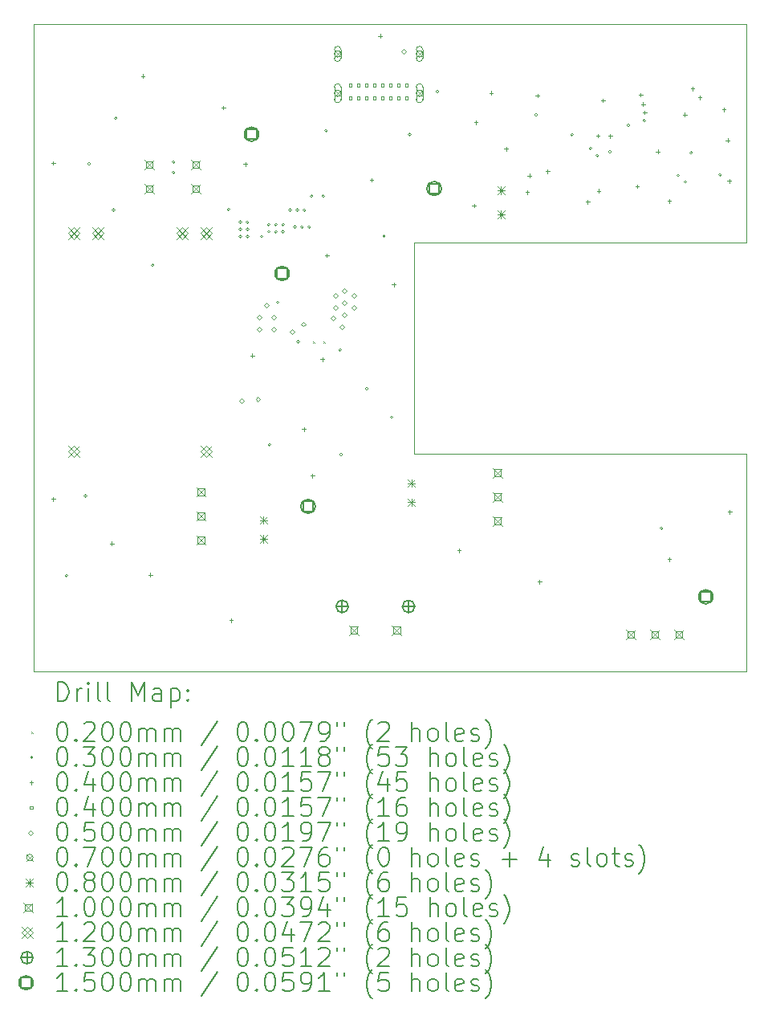
<source format=gbr>
%TF.GenerationSoftware,KiCad,Pcbnew,8.0.7-8.0.7-0~ubuntu22.04.1*%
%TF.CreationDate,2025-02-05T23:47:48-05:00*%
%TF.ProjectId,SHERPENT20250113,53484552-5045-44e5-9432-303235303131,rev?*%
%TF.SameCoordinates,Original*%
%TF.FileFunction,Drillmap*%
%TF.FilePolarity,Positive*%
%FSLAX45Y45*%
G04 Gerber Fmt 4.5, Leading zero omitted, Abs format (unit mm)*
G04 Created by KiCad (PCBNEW 8.0.7-8.0.7-0~ubuntu22.04.1) date 2025-02-05 23:47:48*
%MOMM*%
%LPD*%
G01*
G04 APERTURE LIST*
%ADD10C,0.050000*%
%ADD11C,0.200000*%
%ADD12C,0.100000*%
%ADD13C,0.120000*%
%ADD14C,0.130000*%
%ADD15C,0.150000*%
G04 APERTURE END LIST*
D10*
X17209760Y-11414800D02*
X20709880Y-11414800D01*
X20709880Y-11414800D02*
X20709880Y-13709640D01*
X20709880Y-6889840D02*
X20709880Y-9184680D01*
X13191480Y-13709640D02*
X13191480Y-6889840D01*
X17209760Y-9184680D02*
X17209760Y-11414800D01*
X20709880Y-13709640D02*
X13191480Y-13709640D01*
X13191480Y-6889840D02*
X20709880Y-6889840D01*
X20709880Y-9184680D02*
X17209760Y-9184680D01*
D11*
D12*
X16140497Y-10227456D02*
X16160497Y-10247456D01*
X16160497Y-10227456D02*
X16140497Y-10247456D01*
X16248704Y-10226884D02*
X16268704Y-10246884D01*
X16268704Y-10226884D02*
X16248704Y-10246884D01*
X13555000Y-12700000D02*
G75*
G02*
X13525000Y-12700000I-15000J0D01*
G01*
X13525000Y-12700000D02*
G75*
G02*
X13555000Y-12700000I15000J0D01*
G01*
X13755000Y-11860000D02*
G75*
G02*
X13725000Y-11860000I-15000J0D01*
G01*
X13725000Y-11860000D02*
G75*
G02*
X13755000Y-11860000I15000J0D01*
G01*
X13795000Y-8360000D02*
G75*
G02*
X13765000Y-8360000I-15000J0D01*
G01*
X13765000Y-8360000D02*
G75*
G02*
X13795000Y-8360000I15000J0D01*
G01*
X14051640Y-8846640D02*
G75*
G02*
X14021640Y-8846640I-15000J0D01*
G01*
X14021640Y-8846640D02*
G75*
G02*
X14051640Y-8846640I15000J0D01*
G01*
X14075000Y-7880000D02*
G75*
G02*
X14045000Y-7880000I-15000J0D01*
G01*
X14045000Y-7880000D02*
G75*
G02*
X14075000Y-7880000I15000J0D01*
G01*
X14465000Y-9430000D02*
G75*
G02*
X14435000Y-9430000I-15000J0D01*
G01*
X14435000Y-9430000D02*
G75*
G02*
X14465000Y-9430000I15000J0D01*
G01*
X14685000Y-8340000D02*
G75*
G02*
X14655000Y-8340000I-15000J0D01*
G01*
X14655000Y-8340000D02*
G75*
G02*
X14685000Y-8340000I15000J0D01*
G01*
X14685000Y-8450000D02*
G75*
G02*
X14655000Y-8450000I-15000J0D01*
G01*
X14655000Y-8450000D02*
G75*
G02*
X14685000Y-8450000I15000J0D01*
G01*
X15265000Y-8840000D02*
G75*
G02*
X15235000Y-8840000I-15000J0D01*
G01*
X15235000Y-8840000D02*
G75*
G02*
X15265000Y-8840000I15000J0D01*
G01*
X15390000Y-8975000D02*
G75*
G02*
X15360000Y-8975000I-15000J0D01*
G01*
X15360000Y-8975000D02*
G75*
G02*
X15390000Y-8975000I15000J0D01*
G01*
X15390000Y-9050000D02*
G75*
G02*
X15360000Y-9050000I-15000J0D01*
G01*
X15360000Y-9050000D02*
G75*
G02*
X15390000Y-9050000I15000J0D01*
G01*
X15390000Y-9125000D02*
G75*
G02*
X15360000Y-9125000I-15000J0D01*
G01*
X15360000Y-9125000D02*
G75*
G02*
X15390000Y-9125000I15000J0D01*
G01*
X15465000Y-8975000D02*
G75*
G02*
X15435000Y-8975000I-15000J0D01*
G01*
X15435000Y-8975000D02*
G75*
G02*
X15465000Y-8975000I15000J0D01*
G01*
X15465000Y-9050000D02*
G75*
G02*
X15435000Y-9050000I-15000J0D01*
G01*
X15435000Y-9050000D02*
G75*
G02*
X15465000Y-9050000I15000J0D01*
G01*
X15465000Y-9125000D02*
G75*
G02*
X15435000Y-9125000I-15000J0D01*
G01*
X15435000Y-9125000D02*
G75*
G02*
X15465000Y-9125000I15000J0D01*
G01*
X15615000Y-9125000D02*
G75*
G02*
X15585000Y-9125000I-15000J0D01*
G01*
X15585000Y-9125000D02*
G75*
G02*
X15615000Y-9125000I15000J0D01*
G01*
X15690000Y-9000000D02*
G75*
G02*
X15660000Y-9000000I-15000J0D01*
G01*
X15660000Y-9000000D02*
G75*
G02*
X15690000Y-9000000I15000J0D01*
G01*
X15690000Y-9075000D02*
G75*
G02*
X15660000Y-9075000I-15000J0D01*
G01*
X15660000Y-9075000D02*
G75*
G02*
X15690000Y-9075000I15000J0D01*
G01*
X15695680Y-11320820D02*
G75*
G02*
X15665680Y-11320820I-15000J0D01*
G01*
X15665680Y-11320820D02*
G75*
G02*
X15695680Y-11320820I15000J0D01*
G01*
X15765000Y-9000000D02*
G75*
G02*
X15735000Y-9000000I-15000J0D01*
G01*
X15735000Y-9000000D02*
G75*
G02*
X15765000Y-9000000I15000J0D01*
G01*
X15765000Y-9075000D02*
G75*
G02*
X15735000Y-9075000I-15000J0D01*
G01*
X15735000Y-9075000D02*
G75*
G02*
X15765000Y-9075000I15000J0D01*
G01*
X15785000Y-9820000D02*
G75*
G02*
X15755000Y-9820000I-15000J0D01*
G01*
X15755000Y-9820000D02*
G75*
G02*
X15785000Y-9820000I15000J0D01*
G01*
X15840000Y-9000000D02*
G75*
G02*
X15810000Y-9000000I-15000J0D01*
G01*
X15810000Y-9000000D02*
G75*
G02*
X15840000Y-9000000I15000J0D01*
G01*
X15840000Y-9075000D02*
G75*
G02*
X15810000Y-9075000I-15000J0D01*
G01*
X15810000Y-9075000D02*
G75*
G02*
X15840000Y-9075000I15000J0D01*
G01*
X15915000Y-8846295D02*
G75*
G02*
X15885000Y-8846295I-15000J0D01*
G01*
X15885000Y-8846295D02*
G75*
G02*
X15915000Y-8846295I15000J0D01*
G01*
X15965000Y-9025000D02*
G75*
G02*
X15935000Y-9025000I-15000J0D01*
G01*
X15935000Y-9025000D02*
G75*
G02*
X15965000Y-9025000I15000J0D01*
G01*
X15990000Y-8846295D02*
G75*
G02*
X15960000Y-8846295I-15000J0D01*
G01*
X15960000Y-8846295D02*
G75*
G02*
X15990000Y-8846295I15000J0D01*
G01*
X16000628Y-10234874D02*
G75*
G02*
X15970628Y-10234874I-15000J0D01*
G01*
X15970628Y-10234874D02*
G75*
G02*
X16000628Y-10234874I15000J0D01*
G01*
X16040000Y-9025000D02*
G75*
G02*
X16010000Y-9025000I-15000J0D01*
G01*
X16010000Y-9025000D02*
G75*
G02*
X16040000Y-9025000I15000J0D01*
G01*
X16065000Y-8846295D02*
G75*
G02*
X16035000Y-8846295I-15000J0D01*
G01*
X16035000Y-8846295D02*
G75*
G02*
X16065000Y-8846295I15000J0D01*
G01*
X16115000Y-9025000D02*
G75*
G02*
X16085000Y-9025000I-15000J0D01*
G01*
X16085000Y-9025000D02*
G75*
G02*
X16115000Y-9025000I15000J0D01*
G01*
X16140000Y-8700000D02*
G75*
G02*
X16110000Y-8700000I-15000J0D01*
G01*
X16110000Y-8700000D02*
G75*
G02*
X16140000Y-8700000I15000J0D01*
G01*
X16265000Y-8700000D02*
G75*
G02*
X16235000Y-8700000I-15000J0D01*
G01*
X16235000Y-8700000D02*
G75*
G02*
X16265000Y-8700000I15000J0D01*
G01*
X16295000Y-8010000D02*
G75*
G02*
X16265000Y-8010000I-15000J0D01*
G01*
X16265000Y-8010000D02*
G75*
G02*
X16295000Y-8010000I15000J0D01*
G01*
X16443340Y-10321660D02*
G75*
G02*
X16413340Y-10321660I-15000J0D01*
G01*
X16413340Y-10321660D02*
G75*
G02*
X16443340Y-10321660I15000J0D01*
G01*
X16452600Y-11422610D02*
G75*
G02*
X16422600Y-11422610I-15000J0D01*
G01*
X16422600Y-11422610D02*
G75*
G02*
X16452600Y-11422610I15000J0D01*
G01*
X16724660Y-10730560D02*
G75*
G02*
X16694660Y-10730560I-15000J0D01*
G01*
X16694660Y-10730560D02*
G75*
G02*
X16724660Y-10730560I15000J0D01*
G01*
X16905000Y-9120000D02*
G75*
G02*
X16875000Y-9120000I-15000J0D01*
G01*
X16875000Y-9120000D02*
G75*
G02*
X16905000Y-9120000I15000J0D01*
G01*
X16985000Y-11030000D02*
G75*
G02*
X16955000Y-11030000I-15000J0D01*
G01*
X16955000Y-11030000D02*
G75*
G02*
X16985000Y-11030000I15000J0D01*
G01*
X17175000Y-8050000D02*
G75*
G02*
X17145000Y-8050000I-15000J0D01*
G01*
X17145000Y-8050000D02*
G75*
G02*
X17175000Y-8050000I15000J0D01*
G01*
X17467500Y-7597500D02*
G75*
G02*
X17437500Y-7597500I-15000J0D01*
G01*
X17437500Y-7597500D02*
G75*
G02*
X17467500Y-7597500I15000J0D01*
G01*
X18511460Y-7843540D02*
G75*
G02*
X18481460Y-7843540I-15000J0D01*
G01*
X18481460Y-7843540D02*
G75*
G02*
X18511460Y-7843540I15000J0D01*
G01*
X18888587Y-8052500D02*
G75*
G02*
X18858587Y-8052500I-15000J0D01*
G01*
X18858587Y-8052500D02*
G75*
G02*
X18888587Y-8052500I15000J0D01*
G01*
X19084040Y-8195400D02*
G75*
G02*
X19054040Y-8195400I-15000J0D01*
G01*
X19054040Y-8195400D02*
G75*
G02*
X19084040Y-8195400I15000J0D01*
G01*
X19154285Y-8272077D02*
G75*
G02*
X19124285Y-8272077I-15000J0D01*
G01*
X19124285Y-8272077D02*
G75*
G02*
X19154285Y-8272077I15000J0D01*
G01*
X19289061Y-8232421D02*
G75*
G02*
X19259061Y-8232421I-15000J0D01*
G01*
X19259061Y-8232421D02*
G75*
G02*
X19289061Y-8232421I15000J0D01*
G01*
X19484886Y-7952622D02*
G75*
G02*
X19454886Y-7952622I-15000J0D01*
G01*
X19454886Y-7952622D02*
G75*
G02*
X19484886Y-7952622I15000J0D01*
G01*
X19651781Y-7903690D02*
G75*
G02*
X19621781Y-7903690I-15000J0D01*
G01*
X19621781Y-7903690D02*
G75*
G02*
X19651781Y-7903690I15000J0D01*
G01*
X19833340Y-12202200D02*
G75*
G02*
X19803340Y-12202200I-15000J0D01*
G01*
X19803340Y-12202200D02*
G75*
G02*
X19833340Y-12202200I15000J0D01*
G01*
X20008600Y-8482215D02*
G75*
G02*
X19978600Y-8482215I-15000J0D01*
G01*
X19978600Y-8482215D02*
G75*
G02*
X20008600Y-8482215I15000J0D01*
G01*
X20085000Y-8550000D02*
G75*
G02*
X20055000Y-8550000I-15000J0D01*
G01*
X20055000Y-8550000D02*
G75*
G02*
X20085000Y-8550000I15000J0D01*
G01*
X20146851Y-8242211D02*
G75*
G02*
X20116851Y-8242211I-15000J0D01*
G01*
X20116851Y-8242211D02*
G75*
G02*
X20146851Y-8242211I15000J0D01*
G01*
X20451985Y-8476985D02*
G75*
G02*
X20421985Y-8476985I-15000J0D01*
G01*
X20421985Y-8476985D02*
G75*
G02*
X20451985Y-8476985I15000J0D01*
G01*
X13400000Y-8331280D02*
X13400000Y-8371280D01*
X13380000Y-8351280D02*
X13420000Y-8351280D01*
X13400000Y-11872800D02*
X13400000Y-11912800D01*
X13380000Y-11892800D02*
X13420000Y-11892800D01*
X14020000Y-12340000D02*
X14020000Y-12380000D01*
X14000000Y-12360000D02*
X14040000Y-12360000D01*
X14347080Y-7414720D02*
X14347080Y-7454720D01*
X14327080Y-7434720D02*
X14367080Y-7434720D01*
X14425920Y-12669880D02*
X14425920Y-12709880D01*
X14405920Y-12689880D02*
X14445920Y-12689880D01*
X15195540Y-7747360D02*
X15195540Y-7787360D01*
X15175540Y-7767360D02*
X15215540Y-7767360D01*
X15276820Y-13149940D02*
X15276820Y-13189940D01*
X15256820Y-13169940D02*
X15296820Y-13169940D01*
X15426680Y-8341614D02*
X15426680Y-8381614D01*
X15406680Y-8361614D02*
X15446680Y-8361614D01*
X15500340Y-10361020D02*
X15500340Y-10401020D01*
X15480340Y-10381020D02*
X15520340Y-10381020D01*
X16044660Y-11136360D02*
X16044660Y-11176360D01*
X16024660Y-11156360D02*
X16064660Y-11156360D01*
X16134660Y-11626360D02*
X16134660Y-11666360D01*
X16114660Y-11646360D02*
X16154660Y-11646360D01*
X16239790Y-10399275D02*
X16239790Y-10439275D01*
X16219790Y-10419275D02*
X16259790Y-10419275D01*
X16287740Y-9304380D02*
X16287740Y-9344380D01*
X16267740Y-9324380D02*
X16307740Y-9324380D01*
X16758780Y-8509320D02*
X16758780Y-8549320D01*
X16738780Y-8529320D02*
X16778780Y-8529320D01*
X16850000Y-6990000D02*
X16850000Y-7030000D01*
X16830000Y-7010000D02*
X16870000Y-7010000D01*
X16993860Y-9611720D02*
X16993860Y-9651720D01*
X16973860Y-9631720D02*
X17013860Y-9631720D01*
X17682000Y-12413540D02*
X17682000Y-12453540D01*
X17662000Y-12433540D02*
X17702000Y-12433540D01*
X17840000Y-8780000D02*
X17840000Y-8820000D01*
X17820000Y-8800000D02*
X17860000Y-8800000D01*
X17860000Y-7902300D02*
X17860000Y-7942300D01*
X17840000Y-7922300D02*
X17880000Y-7922300D01*
X18020000Y-7590000D02*
X18020000Y-7630000D01*
X18000000Y-7610000D02*
X18040000Y-7610000D01*
X18180000Y-8180000D02*
X18180000Y-8220000D01*
X18160000Y-8200000D02*
X18200000Y-8200000D01*
X18401020Y-8637680D02*
X18401020Y-8677680D01*
X18381020Y-8657680D02*
X18421020Y-8657680D01*
X18425000Y-8464960D02*
X18425000Y-8504960D01*
X18405000Y-8484960D02*
X18445000Y-8484960D01*
X18510000Y-7620000D02*
X18510000Y-7660000D01*
X18490000Y-7640000D02*
X18530000Y-7640000D01*
X18533100Y-12743540D02*
X18533100Y-12783540D01*
X18513100Y-12763540D02*
X18553100Y-12763540D01*
X18614884Y-8416805D02*
X18614884Y-8456805D01*
X18594884Y-8436805D02*
X18634884Y-8436805D01*
X19040000Y-8740000D02*
X19040000Y-8780000D01*
X19020000Y-8760000D02*
X19060000Y-8760000D01*
X19148216Y-8043101D02*
X19148216Y-8083101D01*
X19128216Y-8063101D02*
X19168216Y-8063101D01*
X19155400Y-8624980D02*
X19155400Y-8664980D01*
X19135400Y-8644980D02*
X19175400Y-8644980D01*
X19200000Y-7670000D02*
X19200000Y-7710000D01*
X19180000Y-7690000D02*
X19220000Y-7690000D01*
X19275236Y-8044626D02*
X19275236Y-8084626D01*
X19255236Y-8064626D02*
X19295236Y-8064626D01*
X19563070Y-8575450D02*
X19563070Y-8615450D01*
X19543070Y-8595450D02*
X19583070Y-8595450D01*
X19598852Y-7610077D02*
X19598852Y-7650077D01*
X19578852Y-7630077D02*
X19618852Y-7630077D01*
X19623629Y-7708645D02*
X19623629Y-7748645D01*
X19603629Y-7728645D02*
X19643629Y-7728645D01*
X19641942Y-7798058D02*
X19641942Y-7838058D01*
X19621942Y-7818058D02*
X19661942Y-7818058D01*
X19780000Y-8210000D02*
X19780000Y-8250000D01*
X19760000Y-8230000D02*
X19800000Y-8230000D01*
X19899620Y-12507500D02*
X19899620Y-12547500D01*
X19879620Y-12527500D02*
X19919620Y-12527500D01*
X19900000Y-8730000D02*
X19900000Y-8770000D01*
X19880000Y-8750000D02*
X19920000Y-8750000D01*
X20064720Y-7819800D02*
X20064720Y-7859800D01*
X20044720Y-7839800D02*
X20084720Y-7839800D01*
X20147270Y-7546750D02*
X20147270Y-7586750D01*
X20127270Y-7566750D02*
X20167270Y-7566750D01*
X20222161Y-7639944D02*
X20222161Y-7679944D01*
X20202161Y-7659944D02*
X20242161Y-7659944D01*
X20476200Y-7766460D02*
X20476200Y-7806460D01*
X20456200Y-7786460D02*
X20496200Y-7786460D01*
X20515920Y-8091580D02*
X20515920Y-8131580D01*
X20495920Y-8111580D02*
X20535920Y-8111580D01*
X20533300Y-8519520D02*
X20533300Y-8559520D01*
X20513300Y-8539520D02*
X20553300Y-8539520D01*
X20537160Y-12006940D02*
X20537160Y-12046940D01*
X20517160Y-12026940D02*
X20557160Y-12026940D01*
X16549622Y-7544062D02*
X16549622Y-7515778D01*
X16521338Y-7515778D01*
X16521338Y-7544062D01*
X16549622Y-7544062D01*
X16549622Y-7679062D02*
X16549622Y-7650778D01*
X16521338Y-7650778D01*
X16521338Y-7679062D01*
X16549622Y-7679062D01*
X16634622Y-7544062D02*
X16634622Y-7515778D01*
X16606338Y-7515778D01*
X16606338Y-7544062D01*
X16634622Y-7544062D01*
X16634622Y-7679062D02*
X16634622Y-7650778D01*
X16606338Y-7650778D01*
X16606338Y-7679062D01*
X16634622Y-7679062D01*
X16719622Y-7544062D02*
X16719622Y-7515778D01*
X16691338Y-7515778D01*
X16691338Y-7544062D01*
X16719622Y-7544062D01*
X16719622Y-7679062D02*
X16719622Y-7650778D01*
X16691338Y-7650778D01*
X16691338Y-7679062D01*
X16719622Y-7679062D01*
X16804622Y-7544062D02*
X16804622Y-7515778D01*
X16776338Y-7515778D01*
X16776338Y-7544062D01*
X16804622Y-7544062D01*
X16804622Y-7679062D02*
X16804622Y-7650778D01*
X16776338Y-7650778D01*
X16776338Y-7679062D01*
X16804622Y-7679062D01*
X16889622Y-7544062D02*
X16889622Y-7515778D01*
X16861338Y-7515778D01*
X16861338Y-7544062D01*
X16889622Y-7544062D01*
X16889622Y-7679062D02*
X16889622Y-7650778D01*
X16861338Y-7650778D01*
X16861338Y-7679062D01*
X16889622Y-7679062D01*
X16974622Y-7544062D02*
X16974622Y-7515778D01*
X16946338Y-7515778D01*
X16946338Y-7544062D01*
X16974622Y-7544062D01*
X16974622Y-7679062D02*
X16974622Y-7650778D01*
X16946338Y-7650778D01*
X16946338Y-7679062D01*
X16974622Y-7679062D01*
X17059622Y-7544062D02*
X17059622Y-7515778D01*
X17031338Y-7515778D01*
X17031338Y-7544062D01*
X17059622Y-7544062D01*
X17059622Y-7679062D02*
X17059622Y-7650778D01*
X17031338Y-7650778D01*
X17031338Y-7679062D01*
X17059622Y-7679062D01*
X17144622Y-7544062D02*
X17144622Y-7515778D01*
X17116338Y-7515778D01*
X17116338Y-7544062D01*
X17144622Y-7544062D01*
X17144622Y-7679062D02*
X17144622Y-7650778D01*
X17116338Y-7650778D01*
X17116338Y-7679062D01*
X17144622Y-7679062D01*
X15390000Y-10885000D02*
X15415000Y-10860000D01*
X15390000Y-10835000D01*
X15365000Y-10860000D01*
X15390000Y-10885000D01*
X15561300Y-10865760D02*
X15586300Y-10840760D01*
X15561300Y-10815760D01*
X15536300Y-10840760D01*
X15561300Y-10865760D01*
X15575000Y-10000000D02*
X15600000Y-9975000D01*
X15575000Y-9950000D01*
X15550000Y-9975000D01*
X15575000Y-10000000D01*
X15575000Y-10125000D02*
X15600000Y-10100000D01*
X15575000Y-10075000D01*
X15550000Y-10100000D01*
X15575000Y-10125000D01*
X15650000Y-9875000D02*
X15675000Y-9850000D01*
X15650000Y-9825000D01*
X15625000Y-9850000D01*
X15650000Y-9875000D01*
X15725000Y-10000000D02*
X15750000Y-9975000D01*
X15725000Y-9950000D01*
X15700000Y-9975000D01*
X15725000Y-10000000D01*
X15725000Y-10125000D02*
X15750000Y-10100000D01*
X15725000Y-10075000D01*
X15700000Y-10100000D01*
X15725000Y-10125000D01*
X15920877Y-10151011D02*
X15945877Y-10126011D01*
X15920877Y-10101011D01*
X15895877Y-10126011D01*
X15920877Y-10151011D01*
X16041360Y-10073280D02*
X16066360Y-10048280D01*
X16041360Y-10023280D01*
X16016360Y-10048280D01*
X16041360Y-10073280D01*
X16350000Y-10012715D02*
X16375000Y-9987715D01*
X16350000Y-9962715D01*
X16325000Y-9987715D01*
X16350000Y-10012715D01*
X16375000Y-9775000D02*
X16400000Y-9750000D01*
X16375000Y-9725000D01*
X16350000Y-9750000D01*
X16375000Y-9775000D01*
X16375000Y-9900000D02*
X16400000Y-9875000D01*
X16375000Y-9850000D01*
X16350000Y-9875000D01*
X16375000Y-9900000D01*
X16450000Y-10100000D02*
X16475000Y-10075000D01*
X16450000Y-10050000D01*
X16425000Y-10075000D01*
X16450000Y-10100000D01*
X16475000Y-9725000D02*
X16500000Y-9700000D01*
X16475000Y-9675000D01*
X16450000Y-9700000D01*
X16475000Y-9725000D01*
X16475000Y-9850000D02*
X16500000Y-9825000D01*
X16475000Y-9800000D01*
X16450000Y-9825000D01*
X16475000Y-9850000D01*
X16475000Y-9975000D02*
X16500000Y-9950000D01*
X16475000Y-9925000D01*
X16450000Y-9950000D01*
X16475000Y-9975000D01*
X16575000Y-9775000D02*
X16600000Y-9750000D01*
X16575000Y-9725000D01*
X16550000Y-9750000D01*
X16575000Y-9775000D01*
X16575000Y-9900000D02*
X16600000Y-9875000D01*
X16575000Y-9850000D01*
X16550000Y-9875000D01*
X16575000Y-9900000D01*
X17100000Y-7201250D02*
X17125000Y-7176250D01*
X17100000Y-7151250D01*
X17075000Y-7176250D01*
X17100000Y-7201250D01*
X16365980Y-7164920D02*
X16435980Y-7234920D01*
X16435980Y-7164920D02*
X16365980Y-7234920D01*
X16435980Y-7199920D02*
G75*
G02*
X16365980Y-7199920I-35000J0D01*
G01*
X16365980Y-7199920D02*
G75*
G02*
X16435980Y-7199920I35000J0D01*
G01*
X16435980Y-7244920D02*
X16435980Y-7154920D01*
X16365980Y-7154920D02*
G75*
G02*
X16435980Y-7154920I35000J0D01*
G01*
X16365980Y-7154920D02*
X16365980Y-7244920D01*
X16365980Y-7244920D02*
G75*
G03*
X16435980Y-7244920I35000J0D01*
G01*
X16365980Y-7579920D02*
X16435980Y-7649920D01*
X16435980Y-7579920D02*
X16365980Y-7649920D01*
X16435980Y-7614920D02*
G75*
G02*
X16365980Y-7614920I-35000J0D01*
G01*
X16365980Y-7614920D02*
G75*
G02*
X16435980Y-7614920I35000J0D01*
G01*
X16435980Y-7679920D02*
X16435980Y-7549920D01*
X16365980Y-7549920D02*
G75*
G02*
X16435980Y-7549920I35000J0D01*
G01*
X16365980Y-7549920D02*
X16365980Y-7679920D01*
X16365980Y-7679920D02*
G75*
G03*
X16435980Y-7679920I35000J0D01*
G01*
X17229980Y-7164920D02*
X17299980Y-7234920D01*
X17299980Y-7164920D02*
X17229980Y-7234920D01*
X17299980Y-7199920D02*
G75*
G02*
X17229980Y-7199920I-35000J0D01*
G01*
X17229980Y-7199920D02*
G75*
G02*
X17299980Y-7199920I35000J0D01*
G01*
X17299980Y-7244920D02*
X17299980Y-7154920D01*
X17229980Y-7154920D02*
G75*
G02*
X17299980Y-7154920I35000J0D01*
G01*
X17229980Y-7154920D02*
X17229980Y-7244920D01*
X17229980Y-7244920D02*
G75*
G03*
X17299980Y-7244920I35000J0D01*
G01*
X17229980Y-7579920D02*
X17299980Y-7649920D01*
X17299980Y-7579920D02*
X17229980Y-7649920D01*
X17299980Y-7614920D02*
G75*
G02*
X17229980Y-7614920I-35000J0D01*
G01*
X17229980Y-7614920D02*
G75*
G02*
X17299980Y-7614920I35000J0D01*
G01*
X17299980Y-7679920D02*
X17299980Y-7549920D01*
X17229980Y-7549920D02*
G75*
G02*
X17299980Y-7549920I35000J0D01*
G01*
X17229980Y-7549920D02*
X17229980Y-7679920D01*
X17229980Y-7679920D02*
G75*
G03*
X17299980Y-7679920I35000J0D01*
G01*
X15580000Y-12074489D02*
X15660000Y-12154489D01*
X15660000Y-12074489D02*
X15580000Y-12154489D01*
X15620000Y-12074489D02*
X15620000Y-12154489D01*
X15580000Y-12114489D02*
X15660000Y-12114489D01*
X15580000Y-12274489D02*
X15660000Y-12354489D01*
X15660000Y-12274489D02*
X15580000Y-12354489D01*
X15620000Y-12274489D02*
X15620000Y-12354489D01*
X15580000Y-12314489D02*
X15660000Y-12314489D01*
X17140000Y-11685511D02*
X17220000Y-11765511D01*
X17220000Y-11685511D02*
X17140000Y-11765511D01*
X17180000Y-11685511D02*
X17180000Y-11765511D01*
X17140000Y-11725511D02*
X17220000Y-11725511D01*
X17140000Y-11885511D02*
X17220000Y-11965511D01*
X17220000Y-11885511D02*
X17140000Y-11965511D01*
X17180000Y-11885511D02*
X17180000Y-11965511D01*
X17140000Y-11925511D02*
X17220000Y-11925511D01*
X18086700Y-8599120D02*
X18166700Y-8679120D01*
X18166700Y-8599120D02*
X18086700Y-8679120D01*
X18126700Y-8599120D02*
X18126700Y-8679120D01*
X18086700Y-8639120D02*
X18166700Y-8639120D01*
X18086700Y-8853120D02*
X18166700Y-8933120D01*
X18166700Y-8853120D02*
X18086700Y-8933120D01*
X18126700Y-8853120D02*
X18126700Y-8933120D01*
X18086700Y-8893120D02*
X18166700Y-8893120D01*
X14365954Y-8316194D02*
X14465954Y-8416195D01*
X14465954Y-8316194D02*
X14365954Y-8416195D01*
X14451310Y-8401550D02*
X14451310Y-8330839D01*
X14380599Y-8330839D01*
X14380599Y-8401550D01*
X14451310Y-8401550D01*
X14365954Y-8570195D02*
X14465954Y-8670195D01*
X14465954Y-8570195D02*
X14365954Y-8670195D01*
X14451310Y-8655550D02*
X14451310Y-8584839D01*
X14380599Y-8584839D01*
X14380599Y-8655550D01*
X14451310Y-8655550D01*
X14855394Y-8318734D02*
X14955394Y-8418735D01*
X14955394Y-8318734D02*
X14855394Y-8418735D01*
X14940750Y-8404090D02*
X14940750Y-8333379D01*
X14870039Y-8333379D01*
X14870039Y-8404090D01*
X14940750Y-8404090D01*
X14855394Y-8572735D02*
X14955394Y-8672735D01*
X14955394Y-8572735D02*
X14855394Y-8672735D01*
X14940750Y-8658090D02*
X14940750Y-8587379D01*
X14870039Y-8587379D01*
X14870039Y-8658090D01*
X14940750Y-8658090D01*
X14910000Y-11767500D02*
X15010000Y-11867500D01*
X15010000Y-11767500D02*
X14910000Y-11867500D01*
X14995356Y-11852856D02*
X14995356Y-11782144D01*
X14924644Y-11782144D01*
X14924644Y-11852856D01*
X14995356Y-11852856D01*
X14910000Y-12021500D02*
X15010000Y-12121500D01*
X15010000Y-12021500D02*
X14910000Y-12121500D01*
X14995356Y-12106856D02*
X14995356Y-12036144D01*
X14924644Y-12036144D01*
X14924644Y-12106856D01*
X14995356Y-12106856D01*
X14910000Y-12275500D02*
X15010000Y-12375500D01*
X15010000Y-12275500D02*
X14910000Y-12375500D01*
X14995356Y-12360856D02*
X14995356Y-12290144D01*
X14924644Y-12290144D01*
X14924644Y-12360856D01*
X14995356Y-12360856D01*
X16525000Y-13225000D02*
X16625000Y-13325000D01*
X16625000Y-13225000D02*
X16525000Y-13325000D01*
X16610356Y-13310356D02*
X16610356Y-13239644D01*
X16539644Y-13239644D01*
X16539644Y-13310356D01*
X16610356Y-13310356D01*
X16975000Y-13225000D02*
X17075000Y-13325000D01*
X17075000Y-13225000D02*
X16975000Y-13325000D01*
X17060356Y-13310356D02*
X17060356Y-13239644D01*
X16989644Y-13239644D01*
X16989644Y-13310356D01*
X17060356Y-13310356D01*
X18036060Y-11565460D02*
X18136060Y-11665460D01*
X18136060Y-11565460D02*
X18036060Y-11665460D01*
X18121416Y-11650816D02*
X18121416Y-11580104D01*
X18050704Y-11580104D01*
X18050704Y-11650816D01*
X18121416Y-11650816D01*
X18036060Y-11819460D02*
X18136060Y-11919460D01*
X18136060Y-11819460D02*
X18036060Y-11919460D01*
X18121416Y-11904816D02*
X18121416Y-11834104D01*
X18050704Y-11834104D01*
X18050704Y-11904816D01*
X18121416Y-11904816D01*
X18036060Y-12073460D02*
X18136060Y-12173460D01*
X18136060Y-12073460D02*
X18036060Y-12173460D01*
X18121416Y-12158816D02*
X18121416Y-12088104D01*
X18050704Y-12088104D01*
X18050704Y-12158816D01*
X18121416Y-12158816D01*
X19442000Y-13270000D02*
X19542000Y-13370000D01*
X19542000Y-13270000D02*
X19442000Y-13370000D01*
X19527356Y-13355356D02*
X19527356Y-13284644D01*
X19456644Y-13284644D01*
X19456644Y-13355356D01*
X19527356Y-13355356D01*
X19696000Y-13270000D02*
X19796000Y-13370000D01*
X19796000Y-13270000D02*
X19696000Y-13370000D01*
X19781356Y-13355356D02*
X19781356Y-13284644D01*
X19710644Y-13284644D01*
X19710644Y-13355356D01*
X19781356Y-13355356D01*
X19950000Y-13270000D02*
X20050000Y-13370000D01*
X20050000Y-13270000D02*
X19950000Y-13370000D01*
X20035356Y-13355356D02*
X20035356Y-13284644D01*
X19964644Y-13284644D01*
X19964644Y-13355356D01*
X20035356Y-13355356D01*
D13*
X13558750Y-9031250D02*
X13678750Y-9151250D01*
X13678750Y-9031250D02*
X13558750Y-9151250D01*
X13618750Y-9151250D02*
X13678750Y-9091250D01*
X13618750Y-9031250D01*
X13558750Y-9091250D01*
X13618750Y-9151250D01*
X13558750Y-11331250D02*
X13678750Y-11451250D01*
X13678750Y-11331250D02*
X13558750Y-11451250D01*
X13618750Y-11451250D02*
X13678750Y-11391250D01*
X13618750Y-11331250D01*
X13558750Y-11391250D01*
X13618750Y-11451250D01*
X13812750Y-9031250D02*
X13932750Y-9151250D01*
X13932750Y-9031250D02*
X13812750Y-9151250D01*
X13872750Y-9151250D02*
X13932750Y-9091250D01*
X13872750Y-9031250D01*
X13812750Y-9091250D01*
X13872750Y-9151250D01*
X14704750Y-9031250D02*
X14824750Y-9151250D01*
X14824750Y-9031250D02*
X14704750Y-9151250D01*
X14764750Y-9151250D02*
X14824750Y-9091250D01*
X14764750Y-9031250D01*
X14704750Y-9091250D01*
X14764750Y-9151250D01*
X14958750Y-9031250D02*
X15078750Y-9151250D01*
X15078750Y-9031250D02*
X14958750Y-9151250D01*
X15018750Y-9151250D02*
X15078750Y-9091250D01*
X15018750Y-9031250D01*
X14958750Y-9091250D01*
X15018750Y-9151250D01*
X14958750Y-11331250D02*
X15078750Y-11451250D01*
X15078750Y-11331250D02*
X14958750Y-11451250D01*
X15018750Y-11451250D02*
X15078750Y-11391250D01*
X15018750Y-11331250D01*
X14958750Y-11391250D01*
X15018750Y-11451250D01*
D14*
X16450000Y-12960000D02*
X16450000Y-13090000D01*
X16385000Y-13025000D02*
X16515000Y-13025000D01*
X16515000Y-13025000D02*
G75*
G02*
X16385000Y-13025000I-65000J0D01*
G01*
X16385000Y-13025000D02*
G75*
G02*
X16515000Y-13025000I65000J0D01*
G01*
X17150000Y-12960000D02*
X17150000Y-13090000D01*
X17085000Y-13025000D02*
X17215000Y-13025000D01*
X17215000Y-13025000D02*
G75*
G02*
X17085000Y-13025000I-65000J0D01*
G01*
X17085000Y-13025000D02*
G75*
G02*
X17215000Y-13025000I65000J0D01*
G01*
D15*
X15545753Y-8099793D02*
X15545753Y-7993726D01*
X15439686Y-7993726D01*
X15439686Y-8099793D01*
X15545753Y-8099793D01*
X15567720Y-8046760D02*
G75*
G02*
X15417720Y-8046760I-75000J0D01*
G01*
X15417720Y-8046760D02*
G75*
G02*
X15567720Y-8046760I75000J0D01*
G01*
X15868333Y-9567914D02*
X15868333Y-9461847D01*
X15762266Y-9461847D01*
X15762266Y-9567914D01*
X15868333Y-9567914D01*
X15890300Y-9514880D02*
G75*
G02*
X15740300Y-9514880I-75000J0D01*
G01*
X15740300Y-9514880D02*
G75*
G02*
X15890300Y-9514880I75000J0D01*
G01*
X16143033Y-12023033D02*
X16143033Y-11916966D01*
X16036966Y-11916966D01*
X16036966Y-12023033D01*
X16143033Y-12023033D01*
X16165000Y-11970000D02*
G75*
G02*
X16015000Y-11970000I-75000J0D01*
G01*
X16015000Y-11970000D02*
G75*
G02*
X16165000Y-11970000I75000J0D01*
G01*
X17473034Y-8673034D02*
X17473034Y-8566967D01*
X17366967Y-8566967D01*
X17366967Y-8673034D01*
X17473034Y-8673034D01*
X17495000Y-8620000D02*
G75*
G02*
X17345000Y-8620000I-75000J0D01*
G01*
X17345000Y-8620000D02*
G75*
G02*
X17495000Y-8620000I75000J0D01*
G01*
X20338734Y-12976593D02*
X20338734Y-12870526D01*
X20232667Y-12870526D01*
X20232667Y-12976593D01*
X20338734Y-12976593D01*
X20360700Y-12923560D02*
G75*
G02*
X20210700Y-12923560I-75000J0D01*
G01*
X20210700Y-12923560D02*
G75*
G02*
X20360700Y-12923560I75000J0D01*
G01*
D11*
X13449757Y-14023624D02*
X13449757Y-13823624D01*
X13449757Y-13823624D02*
X13497376Y-13823624D01*
X13497376Y-13823624D02*
X13525947Y-13833148D01*
X13525947Y-13833148D02*
X13544995Y-13852195D01*
X13544995Y-13852195D02*
X13554519Y-13871243D01*
X13554519Y-13871243D02*
X13564042Y-13909338D01*
X13564042Y-13909338D02*
X13564042Y-13937909D01*
X13564042Y-13937909D02*
X13554519Y-13976005D01*
X13554519Y-13976005D02*
X13544995Y-13995052D01*
X13544995Y-13995052D02*
X13525947Y-14014100D01*
X13525947Y-14014100D02*
X13497376Y-14023624D01*
X13497376Y-14023624D02*
X13449757Y-14023624D01*
X13649757Y-14023624D02*
X13649757Y-13890290D01*
X13649757Y-13928386D02*
X13659281Y-13909338D01*
X13659281Y-13909338D02*
X13668804Y-13899814D01*
X13668804Y-13899814D02*
X13687852Y-13890290D01*
X13687852Y-13890290D02*
X13706900Y-13890290D01*
X13773566Y-14023624D02*
X13773566Y-13890290D01*
X13773566Y-13823624D02*
X13764042Y-13833148D01*
X13764042Y-13833148D02*
X13773566Y-13842671D01*
X13773566Y-13842671D02*
X13783090Y-13833148D01*
X13783090Y-13833148D02*
X13773566Y-13823624D01*
X13773566Y-13823624D02*
X13773566Y-13842671D01*
X13897376Y-14023624D02*
X13878328Y-14014100D01*
X13878328Y-14014100D02*
X13868804Y-13995052D01*
X13868804Y-13995052D02*
X13868804Y-13823624D01*
X14002138Y-14023624D02*
X13983090Y-14014100D01*
X13983090Y-14014100D02*
X13973566Y-13995052D01*
X13973566Y-13995052D02*
X13973566Y-13823624D01*
X14230709Y-14023624D02*
X14230709Y-13823624D01*
X14230709Y-13823624D02*
X14297376Y-13966481D01*
X14297376Y-13966481D02*
X14364042Y-13823624D01*
X14364042Y-13823624D02*
X14364042Y-14023624D01*
X14544995Y-14023624D02*
X14544995Y-13918862D01*
X14544995Y-13918862D02*
X14535471Y-13899814D01*
X14535471Y-13899814D02*
X14516423Y-13890290D01*
X14516423Y-13890290D02*
X14478328Y-13890290D01*
X14478328Y-13890290D02*
X14459281Y-13899814D01*
X14544995Y-14014100D02*
X14525947Y-14023624D01*
X14525947Y-14023624D02*
X14478328Y-14023624D01*
X14478328Y-14023624D02*
X14459281Y-14014100D01*
X14459281Y-14014100D02*
X14449757Y-13995052D01*
X14449757Y-13995052D02*
X14449757Y-13976005D01*
X14449757Y-13976005D02*
X14459281Y-13956957D01*
X14459281Y-13956957D02*
X14478328Y-13947433D01*
X14478328Y-13947433D02*
X14525947Y-13947433D01*
X14525947Y-13947433D02*
X14544995Y-13937909D01*
X14640233Y-13890290D02*
X14640233Y-14090290D01*
X14640233Y-13899814D02*
X14659281Y-13890290D01*
X14659281Y-13890290D02*
X14697376Y-13890290D01*
X14697376Y-13890290D02*
X14716423Y-13899814D01*
X14716423Y-13899814D02*
X14725947Y-13909338D01*
X14725947Y-13909338D02*
X14735471Y-13928386D01*
X14735471Y-13928386D02*
X14735471Y-13985528D01*
X14735471Y-13985528D02*
X14725947Y-14004576D01*
X14725947Y-14004576D02*
X14716423Y-14014100D01*
X14716423Y-14014100D02*
X14697376Y-14023624D01*
X14697376Y-14023624D02*
X14659281Y-14023624D01*
X14659281Y-14023624D02*
X14640233Y-14014100D01*
X14821185Y-14004576D02*
X14830709Y-14014100D01*
X14830709Y-14014100D02*
X14821185Y-14023624D01*
X14821185Y-14023624D02*
X14811662Y-14014100D01*
X14811662Y-14014100D02*
X14821185Y-14004576D01*
X14821185Y-14004576D02*
X14821185Y-14023624D01*
X14821185Y-13899814D02*
X14830709Y-13909338D01*
X14830709Y-13909338D02*
X14821185Y-13918862D01*
X14821185Y-13918862D02*
X14811662Y-13909338D01*
X14811662Y-13909338D02*
X14821185Y-13899814D01*
X14821185Y-13899814D02*
X14821185Y-13918862D01*
D12*
X13168980Y-14342140D02*
X13188980Y-14362140D01*
X13188980Y-14342140D02*
X13168980Y-14362140D01*
D11*
X13487852Y-14243624D02*
X13506900Y-14243624D01*
X13506900Y-14243624D02*
X13525947Y-14253148D01*
X13525947Y-14253148D02*
X13535471Y-14262671D01*
X13535471Y-14262671D02*
X13544995Y-14281719D01*
X13544995Y-14281719D02*
X13554519Y-14319814D01*
X13554519Y-14319814D02*
X13554519Y-14367433D01*
X13554519Y-14367433D02*
X13544995Y-14405528D01*
X13544995Y-14405528D02*
X13535471Y-14424576D01*
X13535471Y-14424576D02*
X13525947Y-14434100D01*
X13525947Y-14434100D02*
X13506900Y-14443624D01*
X13506900Y-14443624D02*
X13487852Y-14443624D01*
X13487852Y-14443624D02*
X13468804Y-14434100D01*
X13468804Y-14434100D02*
X13459281Y-14424576D01*
X13459281Y-14424576D02*
X13449757Y-14405528D01*
X13449757Y-14405528D02*
X13440233Y-14367433D01*
X13440233Y-14367433D02*
X13440233Y-14319814D01*
X13440233Y-14319814D02*
X13449757Y-14281719D01*
X13449757Y-14281719D02*
X13459281Y-14262671D01*
X13459281Y-14262671D02*
X13468804Y-14253148D01*
X13468804Y-14253148D02*
X13487852Y-14243624D01*
X13640233Y-14424576D02*
X13649757Y-14434100D01*
X13649757Y-14434100D02*
X13640233Y-14443624D01*
X13640233Y-14443624D02*
X13630709Y-14434100D01*
X13630709Y-14434100D02*
X13640233Y-14424576D01*
X13640233Y-14424576D02*
X13640233Y-14443624D01*
X13725947Y-14262671D02*
X13735471Y-14253148D01*
X13735471Y-14253148D02*
X13754519Y-14243624D01*
X13754519Y-14243624D02*
X13802138Y-14243624D01*
X13802138Y-14243624D02*
X13821185Y-14253148D01*
X13821185Y-14253148D02*
X13830709Y-14262671D01*
X13830709Y-14262671D02*
X13840233Y-14281719D01*
X13840233Y-14281719D02*
X13840233Y-14300767D01*
X13840233Y-14300767D02*
X13830709Y-14329338D01*
X13830709Y-14329338D02*
X13716423Y-14443624D01*
X13716423Y-14443624D02*
X13840233Y-14443624D01*
X13964042Y-14243624D02*
X13983090Y-14243624D01*
X13983090Y-14243624D02*
X14002138Y-14253148D01*
X14002138Y-14253148D02*
X14011662Y-14262671D01*
X14011662Y-14262671D02*
X14021185Y-14281719D01*
X14021185Y-14281719D02*
X14030709Y-14319814D01*
X14030709Y-14319814D02*
X14030709Y-14367433D01*
X14030709Y-14367433D02*
X14021185Y-14405528D01*
X14021185Y-14405528D02*
X14011662Y-14424576D01*
X14011662Y-14424576D02*
X14002138Y-14434100D01*
X14002138Y-14434100D02*
X13983090Y-14443624D01*
X13983090Y-14443624D02*
X13964042Y-14443624D01*
X13964042Y-14443624D02*
X13944995Y-14434100D01*
X13944995Y-14434100D02*
X13935471Y-14424576D01*
X13935471Y-14424576D02*
X13925947Y-14405528D01*
X13925947Y-14405528D02*
X13916423Y-14367433D01*
X13916423Y-14367433D02*
X13916423Y-14319814D01*
X13916423Y-14319814D02*
X13925947Y-14281719D01*
X13925947Y-14281719D02*
X13935471Y-14262671D01*
X13935471Y-14262671D02*
X13944995Y-14253148D01*
X13944995Y-14253148D02*
X13964042Y-14243624D01*
X14154519Y-14243624D02*
X14173566Y-14243624D01*
X14173566Y-14243624D02*
X14192614Y-14253148D01*
X14192614Y-14253148D02*
X14202138Y-14262671D01*
X14202138Y-14262671D02*
X14211662Y-14281719D01*
X14211662Y-14281719D02*
X14221185Y-14319814D01*
X14221185Y-14319814D02*
X14221185Y-14367433D01*
X14221185Y-14367433D02*
X14211662Y-14405528D01*
X14211662Y-14405528D02*
X14202138Y-14424576D01*
X14202138Y-14424576D02*
X14192614Y-14434100D01*
X14192614Y-14434100D02*
X14173566Y-14443624D01*
X14173566Y-14443624D02*
X14154519Y-14443624D01*
X14154519Y-14443624D02*
X14135471Y-14434100D01*
X14135471Y-14434100D02*
X14125947Y-14424576D01*
X14125947Y-14424576D02*
X14116423Y-14405528D01*
X14116423Y-14405528D02*
X14106900Y-14367433D01*
X14106900Y-14367433D02*
X14106900Y-14319814D01*
X14106900Y-14319814D02*
X14116423Y-14281719D01*
X14116423Y-14281719D02*
X14125947Y-14262671D01*
X14125947Y-14262671D02*
X14135471Y-14253148D01*
X14135471Y-14253148D02*
X14154519Y-14243624D01*
X14306900Y-14443624D02*
X14306900Y-14310290D01*
X14306900Y-14329338D02*
X14316423Y-14319814D01*
X14316423Y-14319814D02*
X14335471Y-14310290D01*
X14335471Y-14310290D02*
X14364043Y-14310290D01*
X14364043Y-14310290D02*
X14383090Y-14319814D01*
X14383090Y-14319814D02*
X14392614Y-14338862D01*
X14392614Y-14338862D02*
X14392614Y-14443624D01*
X14392614Y-14338862D02*
X14402138Y-14319814D01*
X14402138Y-14319814D02*
X14421185Y-14310290D01*
X14421185Y-14310290D02*
X14449757Y-14310290D01*
X14449757Y-14310290D02*
X14468804Y-14319814D01*
X14468804Y-14319814D02*
X14478328Y-14338862D01*
X14478328Y-14338862D02*
X14478328Y-14443624D01*
X14573566Y-14443624D02*
X14573566Y-14310290D01*
X14573566Y-14329338D02*
X14583090Y-14319814D01*
X14583090Y-14319814D02*
X14602138Y-14310290D01*
X14602138Y-14310290D02*
X14630709Y-14310290D01*
X14630709Y-14310290D02*
X14649757Y-14319814D01*
X14649757Y-14319814D02*
X14659281Y-14338862D01*
X14659281Y-14338862D02*
X14659281Y-14443624D01*
X14659281Y-14338862D02*
X14668804Y-14319814D01*
X14668804Y-14319814D02*
X14687852Y-14310290D01*
X14687852Y-14310290D02*
X14716423Y-14310290D01*
X14716423Y-14310290D02*
X14735471Y-14319814D01*
X14735471Y-14319814D02*
X14744995Y-14338862D01*
X14744995Y-14338862D02*
X14744995Y-14443624D01*
X15135471Y-14234100D02*
X14964043Y-14491243D01*
X15392614Y-14243624D02*
X15411662Y-14243624D01*
X15411662Y-14243624D02*
X15430709Y-14253148D01*
X15430709Y-14253148D02*
X15440233Y-14262671D01*
X15440233Y-14262671D02*
X15449757Y-14281719D01*
X15449757Y-14281719D02*
X15459281Y-14319814D01*
X15459281Y-14319814D02*
X15459281Y-14367433D01*
X15459281Y-14367433D02*
X15449757Y-14405528D01*
X15449757Y-14405528D02*
X15440233Y-14424576D01*
X15440233Y-14424576D02*
X15430709Y-14434100D01*
X15430709Y-14434100D02*
X15411662Y-14443624D01*
X15411662Y-14443624D02*
X15392614Y-14443624D01*
X15392614Y-14443624D02*
X15373566Y-14434100D01*
X15373566Y-14434100D02*
X15364043Y-14424576D01*
X15364043Y-14424576D02*
X15354519Y-14405528D01*
X15354519Y-14405528D02*
X15344995Y-14367433D01*
X15344995Y-14367433D02*
X15344995Y-14319814D01*
X15344995Y-14319814D02*
X15354519Y-14281719D01*
X15354519Y-14281719D02*
X15364043Y-14262671D01*
X15364043Y-14262671D02*
X15373566Y-14253148D01*
X15373566Y-14253148D02*
X15392614Y-14243624D01*
X15544995Y-14424576D02*
X15554519Y-14434100D01*
X15554519Y-14434100D02*
X15544995Y-14443624D01*
X15544995Y-14443624D02*
X15535471Y-14434100D01*
X15535471Y-14434100D02*
X15544995Y-14424576D01*
X15544995Y-14424576D02*
X15544995Y-14443624D01*
X15678328Y-14243624D02*
X15697376Y-14243624D01*
X15697376Y-14243624D02*
X15716424Y-14253148D01*
X15716424Y-14253148D02*
X15725947Y-14262671D01*
X15725947Y-14262671D02*
X15735471Y-14281719D01*
X15735471Y-14281719D02*
X15744995Y-14319814D01*
X15744995Y-14319814D02*
X15744995Y-14367433D01*
X15744995Y-14367433D02*
X15735471Y-14405528D01*
X15735471Y-14405528D02*
X15725947Y-14424576D01*
X15725947Y-14424576D02*
X15716424Y-14434100D01*
X15716424Y-14434100D02*
X15697376Y-14443624D01*
X15697376Y-14443624D02*
X15678328Y-14443624D01*
X15678328Y-14443624D02*
X15659281Y-14434100D01*
X15659281Y-14434100D02*
X15649757Y-14424576D01*
X15649757Y-14424576D02*
X15640233Y-14405528D01*
X15640233Y-14405528D02*
X15630709Y-14367433D01*
X15630709Y-14367433D02*
X15630709Y-14319814D01*
X15630709Y-14319814D02*
X15640233Y-14281719D01*
X15640233Y-14281719D02*
X15649757Y-14262671D01*
X15649757Y-14262671D02*
X15659281Y-14253148D01*
X15659281Y-14253148D02*
X15678328Y-14243624D01*
X15868805Y-14243624D02*
X15887852Y-14243624D01*
X15887852Y-14243624D02*
X15906900Y-14253148D01*
X15906900Y-14253148D02*
X15916424Y-14262671D01*
X15916424Y-14262671D02*
X15925947Y-14281719D01*
X15925947Y-14281719D02*
X15935471Y-14319814D01*
X15935471Y-14319814D02*
X15935471Y-14367433D01*
X15935471Y-14367433D02*
X15925947Y-14405528D01*
X15925947Y-14405528D02*
X15916424Y-14424576D01*
X15916424Y-14424576D02*
X15906900Y-14434100D01*
X15906900Y-14434100D02*
X15887852Y-14443624D01*
X15887852Y-14443624D02*
X15868805Y-14443624D01*
X15868805Y-14443624D02*
X15849757Y-14434100D01*
X15849757Y-14434100D02*
X15840233Y-14424576D01*
X15840233Y-14424576D02*
X15830709Y-14405528D01*
X15830709Y-14405528D02*
X15821186Y-14367433D01*
X15821186Y-14367433D02*
X15821186Y-14319814D01*
X15821186Y-14319814D02*
X15830709Y-14281719D01*
X15830709Y-14281719D02*
X15840233Y-14262671D01*
X15840233Y-14262671D02*
X15849757Y-14253148D01*
X15849757Y-14253148D02*
X15868805Y-14243624D01*
X16002138Y-14243624D02*
X16135471Y-14243624D01*
X16135471Y-14243624D02*
X16049757Y-14443624D01*
X16221186Y-14443624D02*
X16259281Y-14443624D01*
X16259281Y-14443624D02*
X16278328Y-14434100D01*
X16278328Y-14434100D02*
X16287852Y-14424576D01*
X16287852Y-14424576D02*
X16306900Y-14396005D01*
X16306900Y-14396005D02*
X16316424Y-14357909D01*
X16316424Y-14357909D02*
X16316424Y-14281719D01*
X16316424Y-14281719D02*
X16306900Y-14262671D01*
X16306900Y-14262671D02*
X16297376Y-14253148D01*
X16297376Y-14253148D02*
X16278328Y-14243624D01*
X16278328Y-14243624D02*
X16240233Y-14243624D01*
X16240233Y-14243624D02*
X16221186Y-14253148D01*
X16221186Y-14253148D02*
X16211662Y-14262671D01*
X16211662Y-14262671D02*
X16202138Y-14281719D01*
X16202138Y-14281719D02*
X16202138Y-14329338D01*
X16202138Y-14329338D02*
X16211662Y-14348386D01*
X16211662Y-14348386D02*
X16221186Y-14357909D01*
X16221186Y-14357909D02*
X16240233Y-14367433D01*
X16240233Y-14367433D02*
X16278328Y-14367433D01*
X16278328Y-14367433D02*
X16297376Y-14357909D01*
X16297376Y-14357909D02*
X16306900Y-14348386D01*
X16306900Y-14348386D02*
X16316424Y-14329338D01*
X16392614Y-14243624D02*
X16392614Y-14281719D01*
X16468805Y-14243624D02*
X16468805Y-14281719D01*
X16764043Y-14519814D02*
X16754519Y-14510290D01*
X16754519Y-14510290D02*
X16735471Y-14481719D01*
X16735471Y-14481719D02*
X16725948Y-14462671D01*
X16725948Y-14462671D02*
X16716424Y-14434100D01*
X16716424Y-14434100D02*
X16706900Y-14386481D01*
X16706900Y-14386481D02*
X16706900Y-14348386D01*
X16706900Y-14348386D02*
X16716424Y-14300767D01*
X16716424Y-14300767D02*
X16725948Y-14272195D01*
X16725948Y-14272195D02*
X16735471Y-14253148D01*
X16735471Y-14253148D02*
X16754519Y-14224576D01*
X16754519Y-14224576D02*
X16764043Y-14215052D01*
X16830710Y-14262671D02*
X16840233Y-14253148D01*
X16840233Y-14253148D02*
X16859281Y-14243624D01*
X16859281Y-14243624D02*
X16906900Y-14243624D01*
X16906900Y-14243624D02*
X16925948Y-14253148D01*
X16925948Y-14253148D02*
X16935471Y-14262671D01*
X16935471Y-14262671D02*
X16944995Y-14281719D01*
X16944995Y-14281719D02*
X16944995Y-14300767D01*
X16944995Y-14300767D02*
X16935471Y-14329338D01*
X16935471Y-14329338D02*
X16821186Y-14443624D01*
X16821186Y-14443624D02*
X16944995Y-14443624D01*
X17183091Y-14443624D02*
X17183091Y-14243624D01*
X17268805Y-14443624D02*
X17268805Y-14338862D01*
X17268805Y-14338862D02*
X17259281Y-14319814D01*
X17259281Y-14319814D02*
X17240233Y-14310290D01*
X17240233Y-14310290D02*
X17211662Y-14310290D01*
X17211662Y-14310290D02*
X17192614Y-14319814D01*
X17192614Y-14319814D02*
X17183091Y-14329338D01*
X17392614Y-14443624D02*
X17373567Y-14434100D01*
X17373567Y-14434100D02*
X17364043Y-14424576D01*
X17364043Y-14424576D02*
X17354519Y-14405528D01*
X17354519Y-14405528D02*
X17354519Y-14348386D01*
X17354519Y-14348386D02*
X17364043Y-14329338D01*
X17364043Y-14329338D02*
X17373567Y-14319814D01*
X17373567Y-14319814D02*
X17392614Y-14310290D01*
X17392614Y-14310290D02*
X17421186Y-14310290D01*
X17421186Y-14310290D02*
X17440233Y-14319814D01*
X17440233Y-14319814D02*
X17449757Y-14329338D01*
X17449757Y-14329338D02*
X17459281Y-14348386D01*
X17459281Y-14348386D02*
X17459281Y-14405528D01*
X17459281Y-14405528D02*
X17449757Y-14424576D01*
X17449757Y-14424576D02*
X17440233Y-14434100D01*
X17440233Y-14434100D02*
X17421186Y-14443624D01*
X17421186Y-14443624D02*
X17392614Y-14443624D01*
X17573567Y-14443624D02*
X17554519Y-14434100D01*
X17554519Y-14434100D02*
X17544995Y-14415052D01*
X17544995Y-14415052D02*
X17544995Y-14243624D01*
X17725948Y-14434100D02*
X17706900Y-14443624D01*
X17706900Y-14443624D02*
X17668805Y-14443624D01*
X17668805Y-14443624D02*
X17649757Y-14434100D01*
X17649757Y-14434100D02*
X17640233Y-14415052D01*
X17640233Y-14415052D02*
X17640233Y-14338862D01*
X17640233Y-14338862D02*
X17649757Y-14319814D01*
X17649757Y-14319814D02*
X17668805Y-14310290D01*
X17668805Y-14310290D02*
X17706900Y-14310290D01*
X17706900Y-14310290D02*
X17725948Y-14319814D01*
X17725948Y-14319814D02*
X17735472Y-14338862D01*
X17735472Y-14338862D02*
X17735472Y-14357909D01*
X17735472Y-14357909D02*
X17640233Y-14376957D01*
X17811662Y-14434100D02*
X17830710Y-14443624D01*
X17830710Y-14443624D02*
X17868805Y-14443624D01*
X17868805Y-14443624D02*
X17887853Y-14434100D01*
X17887853Y-14434100D02*
X17897376Y-14415052D01*
X17897376Y-14415052D02*
X17897376Y-14405528D01*
X17897376Y-14405528D02*
X17887853Y-14386481D01*
X17887853Y-14386481D02*
X17868805Y-14376957D01*
X17868805Y-14376957D02*
X17840233Y-14376957D01*
X17840233Y-14376957D02*
X17821186Y-14367433D01*
X17821186Y-14367433D02*
X17811662Y-14348386D01*
X17811662Y-14348386D02*
X17811662Y-14338862D01*
X17811662Y-14338862D02*
X17821186Y-14319814D01*
X17821186Y-14319814D02*
X17840233Y-14310290D01*
X17840233Y-14310290D02*
X17868805Y-14310290D01*
X17868805Y-14310290D02*
X17887853Y-14319814D01*
X17964043Y-14519814D02*
X17973567Y-14510290D01*
X17973567Y-14510290D02*
X17992614Y-14481719D01*
X17992614Y-14481719D02*
X18002138Y-14462671D01*
X18002138Y-14462671D02*
X18011662Y-14434100D01*
X18011662Y-14434100D02*
X18021186Y-14386481D01*
X18021186Y-14386481D02*
X18021186Y-14348386D01*
X18021186Y-14348386D02*
X18011662Y-14300767D01*
X18011662Y-14300767D02*
X18002138Y-14272195D01*
X18002138Y-14272195D02*
X17992614Y-14253148D01*
X17992614Y-14253148D02*
X17973567Y-14224576D01*
X17973567Y-14224576D02*
X17964043Y-14215052D01*
D12*
X13188980Y-14616140D02*
G75*
G02*
X13158980Y-14616140I-15000J0D01*
G01*
X13158980Y-14616140D02*
G75*
G02*
X13188980Y-14616140I15000J0D01*
G01*
D11*
X13487852Y-14507624D02*
X13506900Y-14507624D01*
X13506900Y-14507624D02*
X13525947Y-14517148D01*
X13525947Y-14517148D02*
X13535471Y-14526671D01*
X13535471Y-14526671D02*
X13544995Y-14545719D01*
X13544995Y-14545719D02*
X13554519Y-14583814D01*
X13554519Y-14583814D02*
X13554519Y-14631433D01*
X13554519Y-14631433D02*
X13544995Y-14669528D01*
X13544995Y-14669528D02*
X13535471Y-14688576D01*
X13535471Y-14688576D02*
X13525947Y-14698100D01*
X13525947Y-14698100D02*
X13506900Y-14707624D01*
X13506900Y-14707624D02*
X13487852Y-14707624D01*
X13487852Y-14707624D02*
X13468804Y-14698100D01*
X13468804Y-14698100D02*
X13459281Y-14688576D01*
X13459281Y-14688576D02*
X13449757Y-14669528D01*
X13449757Y-14669528D02*
X13440233Y-14631433D01*
X13440233Y-14631433D02*
X13440233Y-14583814D01*
X13440233Y-14583814D02*
X13449757Y-14545719D01*
X13449757Y-14545719D02*
X13459281Y-14526671D01*
X13459281Y-14526671D02*
X13468804Y-14517148D01*
X13468804Y-14517148D02*
X13487852Y-14507624D01*
X13640233Y-14688576D02*
X13649757Y-14698100D01*
X13649757Y-14698100D02*
X13640233Y-14707624D01*
X13640233Y-14707624D02*
X13630709Y-14698100D01*
X13630709Y-14698100D02*
X13640233Y-14688576D01*
X13640233Y-14688576D02*
X13640233Y-14707624D01*
X13716423Y-14507624D02*
X13840233Y-14507624D01*
X13840233Y-14507624D02*
X13773566Y-14583814D01*
X13773566Y-14583814D02*
X13802138Y-14583814D01*
X13802138Y-14583814D02*
X13821185Y-14593338D01*
X13821185Y-14593338D02*
X13830709Y-14602862D01*
X13830709Y-14602862D02*
X13840233Y-14621909D01*
X13840233Y-14621909D02*
X13840233Y-14669528D01*
X13840233Y-14669528D02*
X13830709Y-14688576D01*
X13830709Y-14688576D02*
X13821185Y-14698100D01*
X13821185Y-14698100D02*
X13802138Y-14707624D01*
X13802138Y-14707624D02*
X13744995Y-14707624D01*
X13744995Y-14707624D02*
X13725947Y-14698100D01*
X13725947Y-14698100D02*
X13716423Y-14688576D01*
X13964042Y-14507624D02*
X13983090Y-14507624D01*
X13983090Y-14507624D02*
X14002138Y-14517148D01*
X14002138Y-14517148D02*
X14011662Y-14526671D01*
X14011662Y-14526671D02*
X14021185Y-14545719D01*
X14021185Y-14545719D02*
X14030709Y-14583814D01*
X14030709Y-14583814D02*
X14030709Y-14631433D01*
X14030709Y-14631433D02*
X14021185Y-14669528D01*
X14021185Y-14669528D02*
X14011662Y-14688576D01*
X14011662Y-14688576D02*
X14002138Y-14698100D01*
X14002138Y-14698100D02*
X13983090Y-14707624D01*
X13983090Y-14707624D02*
X13964042Y-14707624D01*
X13964042Y-14707624D02*
X13944995Y-14698100D01*
X13944995Y-14698100D02*
X13935471Y-14688576D01*
X13935471Y-14688576D02*
X13925947Y-14669528D01*
X13925947Y-14669528D02*
X13916423Y-14631433D01*
X13916423Y-14631433D02*
X13916423Y-14583814D01*
X13916423Y-14583814D02*
X13925947Y-14545719D01*
X13925947Y-14545719D02*
X13935471Y-14526671D01*
X13935471Y-14526671D02*
X13944995Y-14517148D01*
X13944995Y-14517148D02*
X13964042Y-14507624D01*
X14154519Y-14507624D02*
X14173566Y-14507624D01*
X14173566Y-14507624D02*
X14192614Y-14517148D01*
X14192614Y-14517148D02*
X14202138Y-14526671D01*
X14202138Y-14526671D02*
X14211662Y-14545719D01*
X14211662Y-14545719D02*
X14221185Y-14583814D01*
X14221185Y-14583814D02*
X14221185Y-14631433D01*
X14221185Y-14631433D02*
X14211662Y-14669528D01*
X14211662Y-14669528D02*
X14202138Y-14688576D01*
X14202138Y-14688576D02*
X14192614Y-14698100D01*
X14192614Y-14698100D02*
X14173566Y-14707624D01*
X14173566Y-14707624D02*
X14154519Y-14707624D01*
X14154519Y-14707624D02*
X14135471Y-14698100D01*
X14135471Y-14698100D02*
X14125947Y-14688576D01*
X14125947Y-14688576D02*
X14116423Y-14669528D01*
X14116423Y-14669528D02*
X14106900Y-14631433D01*
X14106900Y-14631433D02*
X14106900Y-14583814D01*
X14106900Y-14583814D02*
X14116423Y-14545719D01*
X14116423Y-14545719D02*
X14125947Y-14526671D01*
X14125947Y-14526671D02*
X14135471Y-14517148D01*
X14135471Y-14517148D02*
X14154519Y-14507624D01*
X14306900Y-14707624D02*
X14306900Y-14574290D01*
X14306900Y-14593338D02*
X14316423Y-14583814D01*
X14316423Y-14583814D02*
X14335471Y-14574290D01*
X14335471Y-14574290D02*
X14364043Y-14574290D01*
X14364043Y-14574290D02*
X14383090Y-14583814D01*
X14383090Y-14583814D02*
X14392614Y-14602862D01*
X14392614Y-14602862D02*
X14392614Y-14707624D01*
X14392614Y-14602862D02*
X14402138Y-14583814D01*
X14402138Y-14583814D02*
X14421185Y-14574290D01*
X14421185Y-14574290D02*
X14449757Y-14574290D01*
X14449757Y-14574290D02*
X14468804Y-14583814D01*
X14468804Y-14583814D02*
X14478328Y-14602862D01*
X14478328Y-14602862D02*
X14478328Y-14707624D01*
X14573566Y-14707624D02*
X14573566Y-14574290D01*
X14573566Y-14593338D02*
X14583090Y-14583814D01*
X14583090Y-14583814D02*
X14602138Y-14574290D01*
X14602138Y-14574290D02*
X14630709Y-14574290D01*
X14630709Y-14574290D02*
X14649757Y-14583814D01*
X14649757Y-14583814D02*
X14659281Y-14602862D01*
X14659281Y-14602862D02*
X14659281Y-14707624D01*
X14659281Y-14602862D02*
X14668804Y-14583814D01*
X14668804Y-14583814D02*
X14687852Y-14574290D01*
X14687852Y-14574290D02*
X14716423Y-14574290D01*
X14716423Y-14574290D02*
X14735471Y-14583814D01*
X14735471Y-14583814D02*
X14744995Y-14602862D01*
X14744995Y-14602862D02*
X14744995Y-14707624D01*
X15135471Y-14498100D02*
X14964043Y-14755243D01*
X15392614Y-14507624D02*
X15411662Y-14507624D01*
X15411662Y-14507624D02*
X15430709Y-14517148D01*
X15430709Y-14517148D02*
X15440233Y-14526671D01*
X15440233Y-14526671D02*
X15449757Y-14545719D01*
X15449757Y-14545719D02*
X15459281Y-14583814D01*
X15459281Y-14583814D02*
X15459281Y-14631433D01*
X15459281Y-14631433D02*
X15449757Y-14669528D01*
X15449757Y-14669528D02*
X15440233Y-14688576D01*
X15440233Y-14688576D02*
X15430709Y-14698100D01*
X15430709Y-14698100D02*
X15411662Y-14707624D01*
X15411662Y-14707624D02*
X15392614Y-14707624D01*
X15392614Y-14707624D02*
X15373566Y-14698100D01*
X15373566Y-14698100D02*
X15364043Y-14688576D01*
X15364043Y-14688576D02*
X15354519Y-14669528D01*
X15354519Y-14669528D02*
X15344995Y-14631433D01*
X15344995Y-14631433D02*
X15344995Y-14583814D01*
X15344995Y-14583814D02*
X15354519Y-14545719D01*
X15354519Y-14545719D02*
X15364043Y-14526671D01*
X15364043Y-14526671D02*
X15373566Y-14517148D01*
X15373566Y-14517148D02*
X15392614Y-14507624D01*
X15544995Y-14688576D02*
X15554519Y-14698100D01*
X15554519Y-14698100D02*
X15544995Y-14707624D01*
X15544995Y-14707624D02*
X15535471Y-14698100D01*
X15535471Y-14698100D02*
X15544995Y-14688576D01*
X15544995Y-14688576D02*
X15544995Y-14707624D01*
X15678328Y-14507624D02*
X15697376Y-14507624D01*
X15697376Y-14507624D02*
X15716424Y-14517148D01*
X15716424Y-14517148D02*
X15725947Y-14526671D01*
X15725947Y-14526671D02*
X15735471Y-14545719D01*
X15735471Y-14545719D02*
X15744995Y-14583814D01*
X15744995Y-14583814D02*
X15744995Y-14631433D01*
X15744995Y-14631433D02*
X15735471Y-14669528D01*
X15735471Y-14669528D02*
X15725947Y-14688576D01*
X15725947Y-14688576D02*
X15716424Y-14698100D01*
X15716424Y-14698100D02*
X15697376Y-14707624D01*
X15697376Y-14707624D02*
X15678328Y-14707624D01*
X15678328Y-14707624D02*
X15659281Y-14698100D01*
X15659281Y-14698100D02*
X15649757Y-14688576D01*
X15649757Y-14688576D02*
X15640233Y-14669528D01*
X15640233Y-14669528D02*
X15630709Y-14631433D01*
X15630709Y-14631433D02*
X15630709Y-14583814D01*
X15630709Y-14583814D02*
X15640233Y-14545719D01*
X15640233Y-14545719D02*
X15649757Y-14526671D01*
X15649757Y-14526671D02*
X15659281Y-14517148D01*
X15659281Y-14517148D02*
X15678328Y-14507624D01*
X15935471Y-14707624D02*
X15821186Y-14707624D01*
X15878328Y-14707624D02*
X15878328Y-14507624D01*
X15878328Y-14507624D02*
X15859281Y-14536195D01*
X15859281Y-14536195D02*
X15840233Y-14555243D01*
X15840233Y-14555243D02*
X15821186Y-14564767D01*
X16125947Y-14707624D02*
X16011662Y-14707624D01*
X16068805Y-14707624D02*
X16068805Y-14507624D01*
X16068805Y-14507624D02*
X16049757Y-14536195D01*
X16049757Y-14536195D02*
X16030709Y-14555243D01*
X16030709Y-14555243D02*
X16011662Y-14564767D01*
X16240233Y-14593338D02*
X16221186Y-14583814D01*
X16221186Y-14583814D02*
X16211662Y-14574290D01*
X16211662Y-14574290D02*
X16202138Y-14555243D01*
X16202138Y-14555243D02*
X16202138Y-14545719D01*
X16202138Y-14545719D02*
X16211662Y-14526671D01*
X16211662Y-14526671D02*
X16221186Y-14517148D01*
X16221186Y-14517148D02*
X16240233Y-14507624D01*
X16240233Y-14507624D02*
X16278328Y-14507624D01*
X16278328Y-14507624D02*
X16297376Y-14517148D01*
X16297376Y-14517148D02*
X16306900Y-14526671D01*
X16306900Y-14526671D02*
X16316424Y-14545719D01*
X16316424Y-14545719D02*
X16316424Y-14555243D01*
X16316424Y-14555243D02*
X16306900Y-14574290D01*
X16306900Y-14574290D02*
X16297376Y-14583814D01*
X16297376Y-14583814D02*
X16278328Y-14593338D01*
X16278328Y-14593338D02*
X16240233Y-14593338D01*
X16240233Y-14593338D02*
X16221186Y-14602862D01*
X16221186Y-14602862D02*
X16211662Y-14612386D01*
X16211662Y-14612386D02*
X16202138Y-14631433D01*
X16202138Y-14631433D02*
X16202138Y-14669528D01*
X16202138Y-14669528D02*
X16211662Y-14688576D01*
X16211662Y-14688576D02*
X16221186Y-14698100D01*
X16221186Y-14698100D02*
X16240233Y-14707624D01*
X16240233Y-14707624D02*
X16278328Y-14707624D01*
X16278328Y-14707624D02*
X16297376Y-14698100D01*
X16297376Y-14698100D02*
X16306900Y-14688576D01*
X16306900Y-14688576D02*
X16316424Y-14669528D01*
X16316424Y-14669528D02*
X16316424Y-14631433D01*
X16316424Y-14631433D02*
X16306900Y-14612386D01*
X16306900Y-14612386D02*
X16297376Y-14602862D01*
X16297376Y-14602862D02*
X16278328Y-14593338D01*
X16392614Y-14507624D02*
X16392614Y-14545719D01*
X16468805Y-14507624D02*
X16468805Y-14545719D01*
X16764043Y-14783814D02*
X16754519Y-14774290D01*
X16754519Y-14774290D02*
X16735471Y-14745719D01*
X16735471Y-14745719D02*
X16725948Y-14726671D01*
X16725948Y-14726671D02*
X16716424Y-14698100D01*
X16716424Y-14698100D02*
X16706900Y-14650481D01*
X16706900Y-14650481D02*
X16706900Y-14612386D01*
X16706900Y-14612386D02*
X16716424Y-14564767D01*
X16716424Y-14564767D02*
X16725948Y-14536195D01*
X16725948Y-14536195D02*
X16735471Y-14517148D01*
X16735471Y-14517148D02*
X16754519Y-14488576D01*
X16754519Y-14488576D02*
X16764043Y-14479052D01*
X16935471Y-14507624D02*
X16840233Y-14507624D01*
X16840233Y-14507624D02*
X16830710Y-14602862D01*
X16830710Y-14602862D02*
X16840233Y-14593338D01*
X16840233Y-14593338D02*
X16859281Y-14583814D01*
X16859281Y-14583814D02*
X16906900Y-14583814D01*
X16906900Y-14583814D02*
X16925948Y-14593338D01*
X16925948Y-14593338D02*
X16935471Y-14602862D01*
X16935471Y-14602862D02*
X16944995Y-14621909D01*
X16944995Y-14621909D02*
X16944995Y-14669528D01*
X16944995Y-14669528D02*
X16935471Y-14688576D01*
X16935471Y-14688576D02*
X16925948Y-14698100D01*
X16925948Y-14698100D02*
X16906900Y-14707624D01*
X16906900Y-14707624D02*
X16859281Y-14707624D01*
X16859281Y-14707624D02*
X16840233Y-14698100D01*
X16840233Y-14698100D02*
X16830710Y-14688576D01*
X17011662Y-14507624D02*
X17135471Y-14507624D01*
X17135471Y-14507624D02*
X17068805Y-14583814D01*
X17068805Y-14583814D02*
X17097376Y-14583814D01*
X17097376Y-14583814D02*
X17116424Y-14593338D01*
X17116424Y-14593338D02*
X17125948Y-14602862D01*
X17125948Y-14602862D02*
X17135471Y-14621909D01*
X17135471Y-14621909D02*
X17135471Y-14669528D01*
X17135471Y-14669528D02*
X17125948Y-14688576D01*
X17125948Y-14688576D02*
X17116424Y-14698100D01*
X17116424Y-14698100D02*
X17097376Y-14707624D01*
X17097376Y-14707624D02*
X17040233Y-14707624D01*
X17040233Y-14707624D02*
X17021186Y-14698100D01*
X17021186Y-14698100D02*
X17011662Y-14688576D01*
X17373567Y-14707624D02*
X17373567Y-14507624D01*
X17459281Y-14707624D02*
X17459281Y-14602862D01*
X17459281Y-14602862D02*
X17449757Y-14583814D01*
X17449757Y-14583814D02*
X17430710Y-14574290D01*
X17430710Y-14574290D02*
X17402138Y-14574290D01*
X17402138Y-14574290D02*
X17383091Y-14583814D01*
X17383091Y-14583814D02*
X17373567Y-14593338D01*
X17583091Y-14707624D02*
X17564043Y-14698100D01*
X17564043Y-14698100D02*
X17554519Y-14688576D01*
X17554519Y-14688576D02*
X17544995Y-14669528D01*
X17544995Y-14669528D02*
X17544995Y-14612386D01*
X17544995Y-14612386D02*
X17554519Y-14593338D01*
X17554519Y-14593338D02*
X17564043Y-14583814D01*
X17564043Y-14583814D02*
X17583091Y-14574290D01*
X17583091Y-14574290D02*
X17611662Y-14574290D01*
X17611662Y-14574290D02*
X17630710Y-14583814D01*
X17630710Y-14583814D02*
X17640233Y-14593338D01*
X17640233Y-14593338D02*
X17649757Y-14612386D01*
X17649757Y-14612386D02*
X17649757Y-14669528D01*
X17649757Y-14669528D02*
X17640233Y-14688576D01*
X17640233Y-14688576D02*
X17630710Y-14698100D01*
X17630710Y-14698100D02*
X17611662Y-14707624D01*
X17611662Y-14707624D02*
X17583091Y-14707624D01*
X17764043Y-14707624D02*
X17744995Y-14698100D01*
X17744995Y-14698100D02*
X17735472Y-14679052D01*
X17735472Y-14679052D02*
X17735472Y-14507624D01*
X17916424Y-14698100D02*
X17897376Y-14707624D01*
X17897376Y-14707624D02*
X17859281Y-14707624D01*
X17859281Y-14707624D02*
X17840233Y-14698100D01*
X17840233Y-14698100D02*
X17830710Y-14679052D01*
X17830710Y-14679052D02*
X17830710Y-14602862D01*
X17830710Y-14602862D02*
X17840233Y-14583814D01*
X17840233Y-14583814D02*
X17859281Y-14574290D01*
X17859281Y-14574290D02*
X17897376Y-14574290D01*
X17897376Y-14574290D02*
X17916424Y-14583814D01*
X17916424Y-14583814D02*
X17925948Y-14602862D01*
X17925948Y-14602862D02*
X17925948Y-14621909D01*
X17925948Y-14621909D02*
X17830710Y-14640957D01*
X18002138Y-14698100D02*
X18021186Y-14707624D01*
X18021186Y-14707624D02*
X18059281Y-14707624D01*
X18059281Y-14707624D02*
X18078329Y-14698100D01*
X18078329Y-14698100D02*
X18087853Y-14679052D01*
X18087853Y-14679052D02*
X18087853Y-14669528D01*
X18087853Y-14669528D02*
X18078329Y-14650481D01*
X18078329Y-14650481D02*
X18059281Y-14640957D01*
X18059281Y-14640957D02*
X18030710Y-14640957D01*
X18030710Y-14640957D02*
X18011662Y-14631433D01*
X18011662Y-14631433D02*
X18002138Y-14612386D01*
X18002138Y-14612386D02*
X18002138Y-14602862D01*
X18002138Y-14602862D02*
X18011662Y-14583814D01*
X18011662Y-14583814D02*
X18030710Y-14574290D01*
X18030710Y-14574290D02*
X18059281Y-14574290D01*
X18059281Y-14574290D02*
X18078329Y-14583814D01*
X18154519Y-14783814D02*
X18164043Y-14774290D01*
X18164043Y-14774290D02*
X18183091Y-14745719D01*
X18183091Y-14745719D02*
X18192614Y-14726671D01*
X18192614Y-14726671D02*
X18202138Y-14698100D01*
X18202138Y-14698100D02*
X18211662Y-14650481D01*
X18211662Y-14650481D02*
X18211662Y-14612386D01*
X18211662Y-14612386D02*
X18202138Y-14564767D01*
X18202138Y-14564767D02*
X18192614Y-14536195D01*
X18192614Y-14536195D02*
X18183091Y-14517148D01*
X18183091Y-14517148D02*
X18164043Y-14488576D01*
X18164043Y-14488576D02*
X18154519Y-14479052D01*
D12*
X13168980Y-14860140D02*
X13168980Y-14900140D01*
X13148980Y-14880140D02*
X13188980Y-14880140D01*
D11*
X13487852Y-14771624D02*
X13506900Y-14771624D01*
X13506900Y-14771624D02*
X13525947Y-14781148D01*
X13525947Y-14781148D02*
X13535471Y-14790671D01*
X13535471Y-14790671D02*
X13544995Y-14809719D01*
X13544995Y-14809719D02*
X13554519Y-14847814D01*
X13554519Y-14847814D02*
X13554519Y-14895433D01*
X13554519Y-14895433D02*
X13544995Y-14933528D01*
X13544995Y-14933528D02*
X13535471Y-14952576D01*
X13535471Y-14952576D02*
X13525947Y-14962100D01*
X13525947Y-14962100D02*
X13506900Y-14971624D01*
X13506900Y-14971624D02*
X13487852Y-14971624D01*
X13487852Y-14971624D02*
X13468804Y-14962100D01*
X13468804Y-14962100D02*
X13459281Y-14952576D01*
X13459281Y-14952576D02*
X13449757Y-14933528D01*
X13449757Y-14933528D02*
X13440233Y-14895433D01*
X13440233Y-14895433D02*
X13440233Y-14847814D01*
X13440233Y-14847814D02*
X13449757Y-14809719D01*
X13449757Y-14809719D02*
X13459281Y-14790671D01*
X13459281Y-14790671D02*
X13468804Y-14781148D01*
X13468804Y-14781148D02*
X13487852Y-14771624D01*
X13640233Y-14952576D02*
X13649757Y-14962100D01*
X13649757Y-14962100D02*
X13640233Y-14971624D01*
X13640233Y-14971624D02*
X13630709Y-14962100D01*
X13630709Y-14962100D02*
X13640233Y-14952576D01*
X13640233Y-14952576D02*
X13640233Y-14971624D01*
X13821185Y-14838290D02*
X13821185Y-14971624D01*
X13773566Y-14762100D02*
X13725947Y-14904957D01*
X13725947Y-14904957D02*
X13849757Y-14904957D01*
X13964042Y-14771624D02*
X13983090Y-14771624D01*
X13983090Y-14771624D02*
X14002138Y-14781148D01*
X14002138Y-14781148D02*
X14011662Y-14790671D01*
X14011662Y-14790671D02*
X14021185Y-14809719D01*
X14021185Y-14809719D02*
X14030709Y-14847814D01*
X14030709Y-14847814D02*
X14030709Y-14895433D01*
X14030709Y-14895433D02*
X14021185Y-14933528D01*
X14021185Y-14933528D02*
X14011662Y-14952576D01*
X14011662Y-14952576D02*
X14002138Y-14962100D01*
X14002138Y-14962100D02*
X13983090Y-14971624D01*
X13983090Y-14971624D02*
X13964042Y-14971624D01*
X13964042Y-14971624D02*
X13944995Y-14962100D01*
X13944995Y-14962100D02*
X13935471Y-14952576D01*
X13935471Y-14952576D02*
X13925947Y-14933528D01*
X13925947Y-14933528D02*
X13916423Y-14895433D01*
X13916423Y-14895433D02*
X13916423Y-14847814D01*
X13916423Y-14847814D02*
X13925947Y-14809719D01*
X13925947Y-14809719D02*
X13935471Y-14790671D01*
X13935471Y-14790671D02*
X13944995Y-14781148D01*
X13944995Y-14781148D02*
X13964042Y-14771624D01*
X14154519Y-14771624D02*
X14173566Y-14771624D01*
X14173566Y-14771624D02*
X14192614Y-14781148D01*
X14192614Y-14781148D02*
X14202138Y-14790671D01*
X14202138Y-14790671D02*
X14211662Y-14809719D01*
X14211662Y-14809719D02*
X14221185Y-14847814D01*
X14221185Y-14847814D02*
X14221185Y-14895433D01*
X14221185Y-14895433D02*
X14211662Y-14933528D01*
X14211662Y-14933528D02*
X14202138Y-14952576D01*
X14202138Y-14952576D02*
X14192614Y-14962100D01*
X14192614Y-14962100D02*
X14173566Y-14971624D01*
X14173566Y-14971624D02*
X14154519Y-14971624D01*
X14154519Y-14971624D02*
X14135471Y-14962100D01*
X14135471Y-14962100D02*
X14125947Y-14952576D01*
X14125947Y-14952576D02*
X14116423Y-14933528D01*
X14116423Y-14933528D02*
X14106900Y-14895433D01*
X14106900Y-14895433D02*
X14106900Y-14847814D01*
X14106900Y-14847814D02*
X14116423Y-14809719D01*
X14116423Y-14809719D02*
X14125947Y-14790671D01*
X14125947Y-14790671D02*
X14135471Y-14781148D01*
X14135471Y-14781148D02*
X14154519Y-14771624D01*
X14306900Y-14971624D02*
X14306900Y-14838290D01*
X14306900Y-14857338D02*
X14316423Y-14847814D01*
X14316423Y-14847814D02*
X14335471Y-14838290D01*
X14335471Y-14838290D02*
X14364043Y-14838290D01*
X14364043Y-14838290D02*
X14383090Y-14847814D01*
X14383090Y-14847814D02*
X14392614Y-14866862D01*
X14392614Y-14866862D02*
X14392614Y-14971624D01*
X14392614Y-14866862D02*
X14402138Y-14847814D01*
X14402138Y-14847814D02*
X14421185Y-14838290D01*
X14421185Y-14838290D02*
X14449757Y-14838290D01*
X14449757Y-14838290D02*
X14468804Y-14847814D01*
X14468804Y-14847814D02*
X14478328Y-14866862D01*
X14478328Y-14866862D02*
X14478328Y-14971624D01*
X14573566Y-14971624D02*
X14573566Y-14838290D01*
X14573566Y-14857338D02*
X14583090Y-14847814D01*
X14583090Y-14847814D02*
X14602138Y-14838290D01*
X14602138Y-14838290D02*
X14630709Y-14838290D01*
X14630709Y-14838290D02*
X14649757Y-14847814D01*
X14649757Y-14847814D02*
X14659281Y-14866862D01*
X14659281Y-14866862D02*
X14659281Y-14971624D01*
X14659281Y-14866862D02*
X14668804Y-14847814D01*
X14668804Y-14847814D02*
X14687852Y-14838290D01*
X14687852Y-14838290D02*
X14716423Y-14838290D01*
X14716423Y-14838290D02*
X14735471Y-14847814D01*
X14735471Y-14847814D02*
X14744995Y-14866862D01*
X14744995Y-14866862D02*
X14744995Y-14971624D01*
X15135471Y-14762100D02*
X14964043Y-15019243D01*
X15392614Y-14771624D02*
X15411662Y-14771624D01*
X15411662Y-14771624D02*
X15430709Y-14781148D01*
X15430709Y-14781148D02*
X15440233Y-14790671D01*
X15440233Y-14790671D02*
X15449757Y-14809719D01*
X15449757Y-14809719D02*
X15459281Y-14847814D01*
X15459281Y-14847814D02*
X15459281Y-14895433D01*
X15459281Y-14895433D02*
X15449757Y-14933528D01*
X15449757Y-14933528D02*
X15440233Y-14952576D01*
X15440233Y-14952576D02*
X15430709Y-14962100D01*
X15430709Y-14962100D02*
X15411662Y-14971624D01*
X15411662Y-14971624D02*
X15392614Y-14971624D01*
X15392614Y-14971624D02*
X15373566Y-14962100D01*
X15373566Y-14962100D02*
X15364043Y-14952576D01*
X15364043Y-14952576D02*
X15354519Y-14933528D01*
X15354519Y-14933528D02*
X15344995Y-14895433D01*
X15344995Y-14895433D02*
X15344995Y-14847814D01*
X15344995Y-14847814D02*
X15354519Y-14809719D01*
X15354519Y-14809719D02*
X15364043Y-14790671D01*
X15364043Y-14790671D02*
X15373566Y-14781148D01*
X15373566Y-14781148D02*
X15392614Y-14771624D01*
X15544995Y-14952576D02*
X15554519Y-14962100D01*
X15554519Y-14962100D02*
X15544995Y-14971624D01*
X15544995Y-14971624D02*
X15535471Y-14962100D01*
X15535471Y-14962100D02*
X15544995Y-14952576D01*
X15544995Y-14952576D02*
X15544995Y-14971624D01*
X15678328Y-14771624D02*
X15697376Y-14771624D01*
X15697376Y-14771624D02*
X15716424Y-14781148D01*
X15716424Y-14781148D02*
X15725947Y-14790671D01*
X15725947Y-14790671D02*
X15735471Y-14809719D01*
X15735471Y-14809719D02*
X15744995Y-14847814D01*
X15744995Y-14847814D02*
X15744995Y-14895433D01*
X15744995Y-14895433D02*
X15735471Y-14933528D01*
X15735471Y-14933528D02*
X15725947Y-14952576D01*
X15725947Y-14952576D02*
X15716424Y-14962100D01*
X15716424Y-14962100D02*
X15697376Y-14971624D01*
X15697376Y-14971624D02*
X15678328Y-14971624D01*
X15678328Y-14971624D02*
X15659281Y-14962100D01*
X15659281Y-14962100D02*
X15649757Y-14952576D01*
X15649757Y-14952576D02*
X15640233Y-14933528D01*
X15640233Y-14933528D02*
X15630709Y-14895433D01*
X15630709Y-14895433D02*
X15630709Y-14847814D01*
X15630709Y-14847814D02*
X15640233Y-14809719D01*
X15640233Y-14809719D02*
X15649757Y-14790671D01*
X15649757Y-14790671D02*
X15659281Y-14781148D01*
X15659281Y-14781148D02*
X15678328Y-14771624D01*
X15935471Y-14971624D02*
X15821186Y-14971624D01*
X15878328Y-14971624D02*
X15878328Y-14771624D01*
X15878328Y-14771624D02*
X15859281Y-14800195D01*
X15859281Y-14800195D02*
X15840233Y-14819243D01*
X15840233Y-14819243D02*
X15821186Y-14828767D01*
X16116424Y-14771624D02*
X16021186Y-14771624D01*
X16021186Y-14771624D02*
X16011662Y-14866862D01*
X16011662Y-14866862D02*
X16021186Y-14857338D01*
X16021186Y-14857338D02*
X16040233Y-14847814D01*
X16040233Y-14847814D02*
X16087852Y-14847814D01*
X16087852Y-14847814D02*
X16106900Y-14857338D01*
X16106900Y-14857338D02*
X16116424Y-14866862D01*
X16116424Y-14866862D02*
X16125947Y-14885909D01*
X16125947Y-14885909D02*
X16125947Y-14933528D01*
X16125947Y-14933528D02*
X16116424Y-14952576D01*
X16116424Y-14952576D02*
X16106900Y-14962100D01*
X16106900Y-14962100D02*
X16087852Y-14971624D01*
X16087852Y-14971624D02*
X16040233Y-14971624D01*
X16040233Y-14971624D02*
X16021186Y-14962100D01*
X16021186Y-14962100D02*
X16011662Y-14952576D01*
X16192614Y-14771624D02*
X16325947Y-14771624D01*
X16325947Y-14771624D02*
X16240233Y-14971624D01*
X16392614Y-14771624D02*
X16392614Y-14809719D01*
X16468805Y-14771624D02*
X16468805Y-14809719D01*
X16764043Y-15047814D02*
X16754519Y-15038290D01*
X16754519Y-15038290D02*
X16735471Y-15009719D01*
X16735471Y-15009719D02*
X16725948Y-14990671D01*
X16725948Y-14990671D02*
X16716424Y-14962100D01*
X16716424Y-14962100D02*
X16706900Y-14914481D01*
X16706900Y-14914481D02*
X16706900Y-14876386D01*
X16706900Y-14876386D02*
X16716424Y-14828767D01*
X16716424Y-14828767D02*
X16725948Y-14800195D01*
X16725948Y-14800195D02*
X16735471Y-14781148D01*
X16735471Y-14781148D02*
X16754519Y-14752576D01*
X16754519Y-14752576D02*
X16764043Y-14743052D01*
X16925948Y-14838290D02*
X16925948Y-14971624D01*
X16878329Y-14762100D02*
X16830710Y-14904957D01*
X16830710Y-14904957D02*
X16954519Y-14904957D01*
X17125948Y-14771624D02*
X17030710Y-14771624D01*
X17030710Y-14771624D02*
X17021186Y-14866862D01*
X17021186Y-14866862D02*
X17030710Y-14857338D01*
X17030710Y-14857338D02*
X17049757Y-14847814D01*
X17049757Y-14847814D02*
X17097376Y-14847814D01*
X17097376Y-14847814D02*
X17116424Y-14857338D01*
X17116424Y-14857338D02*
X17125948Y-14866862D01*
X17125948Y-14866862D02*
X17135471Y-14885909D01*
X17135471Y-14885909D02*
X17135471Y-14933528D01*
X17135471Y-14933528D02*
X17125948Y-14952576D01*
X17125948Y-14952576D02*
X17116424Y-14962100D01*
X17116424Y-14962100D02*
X17097376Y-14971624D01*
X17097376Y-14971624D02*
X17049757Y-14971624D01*
X17049757Y-14971624D02*
X17030710Y-14962100D01*
X17030710Y-14962100D02*
X17021186Y-14952576D01*
X17373567Y-14971624D02*
X17373567Y-14771624D01*
X17459281Y-14971624D02*
X17459281Y-14866862D01*
X17459281Y-14866862D02*
X17449757Y-14847814D01*
X17449757Y-14847814D02*
X17430710Y-14838290D01*
X17430710Y-14838290D02*
X17402138Y-14838290D01*
X17402138Y-14838290D02*
X17383091Y-14847814D01*
X17383091Y-14847814D02*
X17373567Y-14857338D01*
X17583091Y-14971624D02*
X17564043Y-14962100D01*
X17564043Y-14962100D02*
X17554519Y-14952576D01*
X17554519Y-14952576D02*
X17544995Y-14933528D01*
X17544995Y-14933528D02*
X17544995Y-14876386D01*
X17544995Y-14876386D02*
X17554519Y-14857338D01*
X17554519Y-14857338D02*
X17564043Y-14847814D01*
X17564043Y-14847814D02*
X17583091Y-14838290D01*
X17583091Y-14838290D02*
X17611662Y-14838290D01*
X17611662Y-14838290D02*
X17630710Y-14847814D01*
X17630710Y-14847814D02*
X17640233Y-14857338D01*
X17640233Y-14857338D02*
X17649757Y-14876386D01*
X17649757Y-14876386D02*
X17649757Y-14933528D01*
X17649757Y-14933528D02*
X17640233Y-14952576D01*
X17640233Y-14952576D02*
X17630710Y-14962100D01*
X17630710Y-14962100D02*
X17611662Y-14971624D01*
X17611662Y-14971624D02*
X17583091Y-14971624D01*
X17764043Y-14971624D02*
X17744995Y-14962100D01*
X17744995Y-14962100D02*
X17735472Y-14943052D01*
X17735472Y-14943052D02*
X17735472Y-14771624D01*
X17916424Y-14962100D02*
X17897376Y-14971624D01*
X17897376Y-14971624D02*
X17859281Y-14971624D01*
X17859281Y-14971624D02*
X17840233Y-14962100D01*
X17840233Y-14962100D02*
X17830710Y-14943052D01*
X17830710Y-14943052D02*
X17830710Y-14866862D01*
X17830710Y-14866862D02*
X17840233Y-14847814D01*
X17840233Y-14847814D02*
X17859281Y-14838290D01*
X17859281Y-14838290D02*
X17897376Y-14838290D01*
X17897376Y-14838290D02*
X17916424Y-14847814D01*
X17916424Y-14847814D02*
X17925948Y-14866862D01*
X17925948Y-14866862D02*
X17925948Y-14885909D01*
X17925948Y-14885909D02*
X17830710Y-14904957D01*
X18002138Y-14962100D02*
X18021186Y-14971624D01*
X18021186Y-14971624D02*
X18059281Y-14971624D01*
X18059281Y-14971624D02*
X18078329Y-14962100D01*
X18078329Y-14962100D02*
X18087853Y-14943052D01*
X18087853Y-14943052D02*
X18087853Y-14933528D01*
X18087853Y-14933528D02*
X18078329Y-14914481D01*
X18078329Y-14914481D02*
X18059281Y-14904957D01*
X18059281Y-14904957D02*
X18030710Y-14904957D01*
X18030710Y-14904957D02*
X18011662Y-14895433D01*
X18011662Y-14895433D02*
X18002138Y-14876386D01*
X18002138Y-14876386D02*
X18002138Y-14866862D01*
X18002138Y-14866862D02*
X18011662Y-14847814D01*
X18011662Y-14847814D02*
X18030710Y-14838290D01*
X18030710Y-14838290D02*
X18059281Y-14838290D01*
X18059281Y-14838290D02*
X18078329Y-14847814D01*
X18154519Y-15047814D02*
X18164043Y-15038290D01*
X18164043Y-15038290D02*
X18183091Y-15009719D01*
X18183091Y-15009719D02*
X18192614Y-14990671D01*
X18192614Y-14990671D02*
X18202138Y-14962100D01*
X18202138Y-14962100D02*
X18211662Y-14914481D01*
X18211662Y-14914481D02*
X18211662Y-14876386D01*
X18211662Y-14876386D02*
X18202138Y-14828767D01*
X18202138Y-14828767D02*
X18192614Y-14800195D01*
X18192614Y-14800195D02*
X18183091Y-14781148D01*
X18183091Y-14781148D02*
X18164043Y-14752576D01*
X18164043Y-14752576D02*
X18154519Y-14743052D01*
D12*
X13183122Y-15158282D02*
X13183122Y-15129998D01*
X13154838Y-15129998D01*
X13154838Y-15158282D01*
X13183122Y-15158282D01*
D11*
X13487852Y-15035624D02*
X13506900Y-15035624D01*
X13506900Y-15035624D02*
X13525947Y-15045148D01*
X13525947Y-15045148D02*
X13535471Y-15054671D01*
X13535471Y-15054671D02*
X13544995Y-15073719D01*
X13544995Y-15073719D02*
X13554519Y-15111814D01*
X13554519Y-15111814D02*
X13554519Y-15159433D01*
X13554519Y-15159433D02*
X13544995Y-15197528D01*
X13544995Y-15197528D02*
X13535471Y-15216576D01*
X13535471Y-15216576D02*
X13525947Y-15226100D01*
X13525947Y-15226100D02*
X13506900Y-15235624D01*
X13506900Y-15235624D02*
X13487852Y-15235624D01*
X13487852Y-15235624D02*
X13468804Y-15226100D01*
X13468804Y-15226100D02*
X13459281Y-15216576D01*
X13459281Y-15216576D02*
X13449757Y-15197528D01*
X13449757Y-15197528D02*
X13440233Y-15159433D01*
X13440233Y-15159433D02*
X13440233Y-15111814D01*
X13440233Y-15111814D02*
X13449757Y-15073719D01*
X13449757Y-15073719D02*
X13459281Y-15054671D01*
X13459281Y-15054671D02*
X13468804Y-15045148D01*
X13468804Y-15045148D02*
X13487852Y-15035624D01*
X13640233Y-15216576D02*
X13649757Y-15226100D01*
X13649757Y-15226100D02*
X13640233Y-15235624D01*
X13640233Y-15235624D02*
X13630709Y-15226100D01*
X13630709Y-15226100D02*
X13640233Y-15216576D01*
X13640233Y-15216576D02*
X13640233Y-15235624D01*
X13821185Y-15102290D02*
X13821185Y-15235624D01*
X13773566Y-15026100D02*
X13725947Y-15168957D01*
X13725947Y-15168957D02*
X13849757Y-15168957D01*
X13964042Y-15035624D02*
X13983090Y-15035624D01*
X13983090Y-15035624D02*
X14002138Y-15045148D01*
X14002138Y-15045148D02*
X14011662Y-15054671D01*
X14011662Y-15054671D02*
X14021185Y-15073719D01*
X14021185Y-15073719D02*
X14030709Y-15111814D01*
X14030709Y-15111814D02*
X14030709Y-15159433D01*
X14030709Y-15159433D02*
X14021185Y-15197528D01*
X14021185Y-15197528D02*
X14011662Y-15216576D01*
X14011662Y-15216576D02*
X14002138Y-15226100D01*
X14002138Y-15226100D02*
X13983090Y-15235624D01*
X13983090Y-15235624D02*
X13964042Y-15235624D01*
X13964042Y-15235624D02*
X13944995Y-15226100D01*
X13944995Y-15226100D02*
X13935471Y-15216576D01*
X13935471Y-15216576D02*
X13925947Y-15197528D01*
X13925947Y-15197528D02*
X13916423Y-15159433D01*
X13916423Y-15159433D02*
X13916423Y-15111814D01*
X13916423Y-15111814D02*
X13925947Y-15073719D01*
X13925947Y-15073719D02*
X13935471Y-15054671D01*
X13935471Y-15054671D02*
X13944995Y-15045148D01*
X13944995Y-15045148D02*
X13964042Y-15035624D01*
X14154519Y-15035624D02*
X14173566Y-15035624D01*
X14173566Y-15035624D02*
X14192614Y-15045148D01*
X14192614Y-15045148D02*
X14202138Y-15054671D01*
X14202138Y-15054671D02*
X14211662Y-15073719D01*
X14211662Y-15073719D02*
X14221185Y-15111814D01*
X14221185Y-15111814D02*
X14221185Y-15159433D01*
X14221185Y-15159433D02*
X14211662Y-15197528D01*
X14211662Y-15197528D02*
X14202138Y-15216576D01*
X14202138Y-15216576D02*
X14192614Y-15226100D01*
X14192614Y-15226100D02*
X14173566Y-15235624D01*
X14173566Y-15235624D02*
X14154519Y-15235624D01*
X14154519Y-15235624D02*
X14135471Y-15226100D01*
X14135471Y-15226100D02*
X14125947Y-15216576D01*
X14125947Y-15216576D02*
X14116423Y-15197528D01*
X14116423Y-15197528D02*
X14106900Y-15159433D01*
X14106900Y-15159433D02*
X14106900Y-15111814D01*
X14106900Y-15111814D02*
X14116423Y-15073719D01*
X14116423Y-15073719D02*
X14125947Y-15054671D01*
X14125947Y-15054671D02*
X14135471Y-15045148D01*
X14135471Y-15045148D02*
X14154519Y-15035624D01*
X14306900Y-15235624D02*
X14306900Y-15102290D01*
X14306900Y-15121338D02*
X14316423Y-15111814D01*
X14316423Y-15111814D02*
X14335471Y-15102290D01*
X14335471Y-15102290D02*
X14364043Y-15102290D01*
X14364043Y-15102290D02*
X14383090Y-15111814D01*
X14383090Y-15111814D02*
X14392614Y-15130862D01*
X14392614Y-15130862D02*
X14392614Y-15235624D01*
X14392614Y-15130862D02*
X14402138Y-15111814D01*
X14402138Y-15111814D02*
X14421185Y-15102290D01*
X14421185Y-15102290D02*
X14449757Y-15102290D01*
X14449757Y-15102290D02*
X14468804Y-15111814D01*
X14468804Y-15111814D02*
X14478328Y-15130862D01*
X14478328Y-15130862D02*
X14478328Y-15235624D01*
X14573566Y-15235624D02*
X14573566Y-15102290D01*
X14573566Y-15121338D02*
X14583090Y-15111814D01*
X14583090Y-15111814D02*
X14602138Y-15102290D01*
X14602138Y-15102290D02*
X14630709Y-15102290D01*
X14630709Y-15102290D02*
X14649757Y-15111814D01*
X14649757Y-15111814D02*
X14659281Y-15130862D01*
X14659281Y-15130862D02*
X14659281Y-15235624D01*
X14659281Y-15130862D02*
X14668804Y-15111814D01*
X14668804Y-15111814D02*
X14687852Y-15102290D01*
X14687852Y-15102290D02*
X14716423Y-15102290D01*
X14716423Y-15102290D02*
X14735471Y-15111814D01*
X14735471Y-15111814D02*
X14744995Y-15130862D01*
X14744995Y-15130862D02*
X14744995Y-15235624D01*
X15135471Y-15026100D02*
X14964043Y-15283243D01*
X15392614Y-15035624D02*
X15411662Y-15035624D01*
X15411662Y-15035624D02*
X15430709Y-15045148D01*
X15430709Y-15045148D02*
X15440233Y-15054671D01*
X15440233Y-15054671D02*
X15449757Y-15073719D01*
X15449757Y-15073719D02*
X15459281Y-15111814D01*
X15459281Y-15111814D02*
X15459281Y-15159433D01*
X15459281Y-15159433D02*
X15449757Y-15197528D01*
X15449757Y-15197528D02*
X15440233Y-15216576D01*
X15440233Y-15216576D02*
X15430709Y-15226100D01*
X15430709Y-15226100D02*
X15411662Y-15235624D01*
X15411662Y-15235624D02*
X15392614Y-15235624D01*
X15392614Y-15235624D02*
X15373566Y-15226100D01*
X15373566Y-15226100D02*
X15364043Y-15216576D01*
X15364043Y-15216576D02*
X15354519Y-15197528D01*
X15354519Y-15197528D02*
X15344995Y-15159433D01*
X15344995Y-15159433D02*
X15344995Y-15111814D01*
X15344995Y-15111814D02*
X15354519Y-15073719D01*
X15354519Y-15073719D02*
X15364043Y-15054671D01*
X15364043Y-15054671D02*
X15373566Y-15045148D01*
X15373566Y-15045148D02*
X15392614Y-15035624D01*
X15544995Y-15216576D02*
X15554519Y-15226100D01*
X15554519Y-15226100D02*
X15544995Y-15235624D01*
X15544995Y-15235624D02*
X15535471Y-15226100D01*
X15535471Y-15226100D02*
X15544995Y-15216576D01*
X15544995Y-15216576D02*
X15544995Y-15235624D01*
X15678328Y-15035624D02*
X15697376Y-15035624D01*
X15697376Y-15035624D02*
X15716424Y-15045148D01*
X15716424Y-15045148D02*
X15725947Y-15054671D01*
X15725947Y-15054671D02*
X15735471Y-15073719D01*
X15735471Y-15073719D02*
X15744995Y-15111814D01*
X15744995Y-15111814D02*
X15744995Y-15159433D01*
X15744995Y-15159433D02*
X15735471Y-15197528D01*
X15735471Y-15197528D02*
X15725947Y-15216576D01*
X15725947Y-15216576D02*
X15716424Y-15226100D01*
X15716424Y-15226100D02*
X15697376Y-15235624D01*
X15697376Y-15235624D02*
X15678328Y-15235624D01*
X15678328Y-15235624D02*
X15659281Y-15226100D01*
X15659281Y-15226100D02*
X15649757Y-15216576D01*
X15649757Y-15216576D02*
X15640233Y-15197528D01*
X15640233Y-15197528D02*
X15630709Y-15159433D01*
X15630709Y-15159433D02*
X15630709Y-15111814D01*
X15630709Y-15111814D02*
X15640233Y-15073719D01*
X15640233Y-15073719D02*
X15649757Y-15054671D01*
X15649757Y-15054671D02*
X15659281Y-15045148D01*
X15659281Y-15045148D02*
X15678328Y-15035624D01*
X15935471Y-15235624D02*
X15821186Y-15235624D01*
X15878328Y-15235624D02*
X15878328Y-15035624D01*
X15878328Y-15035624D02*
X15859281Y-15064195D01*
X15859281Y-15064195D02*
X15840233Y-15083243D01*
X15840233Y-15083243D02*
X15821186Y-15092767D01*
X16116424Y-15035624D02*
X16021186Y-15035624D01*
X16021186Y-15035624D02*
X16011662Y-15130862D01*
X16011662Y-15130862D02*
X16021186Y-15121338D01*
X16021186Y-15121338D02*
X16040233Y-15111814D01*
X16040233Y-15111814D02*
X16087852Y-15111814D01*
X16087852Y-15111814D02*
X16106900Y-15121338D01*
X16106900Y-15121338D02*
X16116424Y-15130862D01*
X16116424Y-15130862D02*
X16125947Y-15149909D01*
X16125947Y-15149909D02*
X16125947Y-15197528D01*
X16125947Y-15197528D02*
X16116424Y-15216576D01*
X16116424Y-15216576D02*
X16106900Y-15226100D01*
X16106900Y-15226100D02*
X16087852Y-15235624D01*
X16087852Y-15235624D02*
X16040233Y-15235624D01*
X16040233Y-15235624D02*
X16021186Y-15226100D01*
X16021186Y-15226100D02*
X16011662Y-15216576D01*
X16192614Y-15035624D02*
X16325947Y-15035624D01*
X16325947Y-15035624D02*
X16240233Y-15235624D01*
X16392614Y-15035624D02*
X16392614Y-15073719D01*
X16468805Y-15035624D02*
X16468805Y-15073719D01*
X16764043Y-15311814D02*
X16754519Y-15302290D01*
X16754519Y-15302290D02*
X16735471Y-15273719D01*
X16735471Y-15273719D02*
X16725948Y-15254671D01*
X16725948Y-15254671D02*
X16716424Y-15226100D01*
X16716424Y-15226100D02*
X16706900Y-15178481D01*
X16706900Y-15178481D02*
X16706900Y-15140386D01*
X16706900Y-15140386D02*
X16716424Y-15092767D01*
X16716424Y-15092767D02*
X16725948Y-15064195D01*
X16725948Y-15064195D02*
X16735471Y-15045148D01*
X16735471Y-15045148D02*
X16754519Y-15016576D01*
X16754519Y-15016576D02*
X16764043Y-15007052D01*
X16944995Y-15235624D02*
X16830710Y-15235624D01*
X16887852Y-15235624D02*
X16887852Y-15035624D01*
X16887852Y-15035624D02*
X16868805Y-15064195D01*
X16868805Y-15064195D02*
X16849757Y-15083243D01*
X16849757Y-15083243D02*
X16830710Y-15092767D01*
X17116424Y-15035624D02*
X17078329Y-15035624D01*
X17078329Y-15035624D02*
X17059281Y-15045148D01*
X17059281Y-15045148D02*
X17049757Y-15054671D01*
X17049757Y-15054671D02*
X17030710Y-15083243D01*
X17030710Y-15083243D02*
X17021186Y-15121338D01*
X17021186Y-15121338D02*
X17021186Y-15197528D01*
X17021186Y-15197528D02*
X17030710Y-15216576D01*
X17030710Y-15216576D02*
X17040233Y-15226100D01*
X17040233Y-15226100D02*
X17059281Y-15235624D01*
X17059281Y-15235624D02*
X17097376Y-15235624D01*
X17097376Y-15235624D02*
X17116424Y-15226100D01*
X17116424Y-15226100D02*
X17125948Y-15216576D01*
X17125948Y-15216576D02*
X17135471Y-15197528D01*
X17135471Y-15197528D02*
X17135471Y-15149909D01*
X17135471Y-15149909D02*
X17125948Y-15130862D01*
X17125948Y-15130862D02*
X17116424Y-15121338D01*
X17116424Y-15121338D02*
X17097376Y-15111814D01*
X17097376Y-15111814D02*
X17059281Y-15111814D01*
X17059281Y-15111814D02*
X17040233Y-15121338D01*
X17040233Y-15121338D02*
X17030710Y-15130862D01*
X17030710Y-15130862D02*
X17021186Y-15149909D01*
X17373567Y-15235624D02*
X17373567Y-15035624D01*
X17459281Y-15235624D02*
X17459281Y-15130862D01*
X17459281Y-15130862D02*
X17449757Y-15111814D01*
X17449757Y-15111814D02*
X17430710Y-15102290D01*
X17430710Y-15102290D02*
X17402138Y-15102290D01*
X17402138Y-15102290D02*
X17383091Y-15111814D01*
X17383091Y-15111814D02*
X17373567Y-15121338D01*
X17583091Y-15235624D02*
X17564043Y-15226100D01*
X17564043Y-15226100D02*
X17554519Y-15216576D01*
X17554519Y-15216576D02*
X17544995Y-15197528D01*
X17544995Y-15197528D02*
X17544995Y-15140386D01*
X17544995Y-15140386D02*
X17554519Y-15121338D01*
X17554519Y-15121338D02*
X17564043Y-15111814D01*
X17564043Y-15111814D02*
X17583091Y-15102290D01*
X17583091Y-15102290D02*
X17611662Y-15102290D01*
X17611662Y-15102290D02*
X17630710Y-15111814D01*
X17630710Y-15111814D02*
X17640233Y-15121338D01*
X17640233Y-15121338D02*
X17649757Y-15140386D01*
X17649757Y-15140386D02*
X17649757Y-15197528D01*
X17649757Y-15197528D02*
X17640233Y-15216576D01*
X17640233Y-15216576D02*
X17630710Y-15226100D01*
X17630710Y-15226100D02*
X17611662Y-15235624D01*
X17611662Y-15235624D02*
X17583091Y-15235624D01*
X17764043Y-15235624D02*
X17744995Y-15226100D01*
X17744995Y-15226100D02*
X17735472Y-15207052D01*
X17735472Y-15207052D02*
X17735472Y-15035624D01*
X17916424Y-15226100D02*
X17897376Y-15235624D01*
X17897376Y-15235624D02*
X17859281Y-15235624D01*
X17859281Y-15235624D02*
X17840233Y-15226100D01*
X17840233Y-15226100D02*
X17830710Y-15207052D01*
X17830710Y-15207052D02*
X17830710Y-15130862D01*
X17830710Y-15130862D02*
X17840233Y-15111814D01*
X17840233Y-15111814D02*
X17859281Y-15102290D01*
X17859281Y-15102290D02*
X17897376Y-15102290D01*
X17897376Y-15102290D02*
X17916424Y-15111814D01*
X17916424Y-15111814D02*
X17925948Y-15130862D01*
X17925948Y-15130862D02*
X17925948Y-15149909D01*
X17925948Y-15149909D02*
X17830710Y-15168957D01*
X18002138Y-15226100D02*
X18021186Y-15235624D01*
X18021186Y-15235624D02*
X18059281Y-15235624D01*
X18059281Y-15235624D02*
X18078329Y-15226100D01*
X18078329Y-15226100D02*
X18087853Y-15207052D01*
X18087853Y-15207052D02*
X18087853Y-15197528D01*
X18087853Y-15197528D02*
X18078329Y-15178481D01*
X18078329Y-15178481D02*
X18059281Y-15168957D01*
X18059281Y-15168957D02*
X18030710Y-15168957D01*
X18030710Y-15168957D02*
X18011662Y-15159433D01*
X18011662Y-15159433D02*
X18002138Y-15140386D01*
X18002138Y-15140386D02*
X18002138Y-15130862D01*
X18002138Y-15130862D02*
X18011662Y-15111814D01*
X18011662Y-15111814D02*
X18030710Y-15102290D01*
X18030710Y-15102290D02*
X18059281Y-15102290D01*
X18059281Y-15102290D02*
X18078329Y-15111814D01*
X18154519Y-15311814D02*
X18164043Y-15302290D01*
X18164043Y-15302290D02*
X18183091Y-15273719D01*
X18183091Y-15273719D02*
X18192614Y-15254671D01*
X18192614Y-15254671D02*
X18202138Y-15226100D01*
X18202138Y-15226100D02*
X18211662Y-15178481D01*
X18211662Y-15178481D02*
X18211662Y-15140386D01*
X18211662Y-15140386D02*
X18202138Y-15092767D01*
X18202138Y-15092767D02*
X18192614Y-15064195D01*
X18192614Y-15064195D02*
X18183091Y-15045148D01*
X18183091Y-15045148D02*
X18164043Y-15016576D01*
X18164043Y-15016576D02*
X18154519Y-15007052D01*
D12*
X13163980Y-15433140D02*
X13188980Y-15408140D01*
X13163980Y-15383140D01*
X13138980Y-15408140D01*
X13163980Y-15433140D01*
D11*
X13487852Y-15299624D02*
X13506900Y-15299624D01*
X13506900Y-15299624D02*
X13525947Y-15309148D01*
X13525947Y-15309148D02*
X13535471Y-15318671D01*
X13535471Y-15318671D02*
X13544995Y-15337719D01*
X13544995Y-15337719D02*
X13554519Y-15375814D01*
X13554519Y-15375814D02*
X13554519Y-15423433D01*
X13554519Y-15423433D02*
X13544995Y-15461528D01*
X13544995Y-15461528D02*
X13535471Y-15480576D01*
X13535471Y-15480576D02*
X13525947Y-15490100D01*
X13525947Y-15490100D02*
X13506900Y-15499624D01*
X13506900Y-15499624D02*
X13487852Y-15499624D01*
X13487852Y-15499624D02*
X13468804Y-15490100D01*
X13468804Y-15490100D02*
X13459281Y-15480576D01*
X13459281Y-15480576D02*
X13449757Y-15461528D01*
X13449757Y-15461528D02*
X13440233Y-15423433D01*
X13440233Y-15423433D02*
X13440233Y-15375814D01*
X13440233Y-15375814D02*
X13449757Y-15337719D01*
X13449757Y-15337719D02*
X13459281Y-15318671D01*
X13459281Y-15318671D02*
X13468804Y-15309148D01*
X13468804Y-15309148D02*
X13487852Y-15299624D01*
X13640233Y-15480576D02*
X13649757Y-15490100D01*
X13649757Y-15490100D02*
X13640233Y-15499624D01*
X13640233Y-15499624D02*
X13630709Y-15490100D01*
X13630709Y-15490100D02*
X13640233Y-15480576D01*
X13640233Y-15480576D02*
X13640233Y-15499624D01*
X13830709Y-15299624D02*
X13735471Y-15299624D01*
X13735471Y-15299624D02*
X13725947Y-15394862D01*
X13725947Y-15394862D02*
X13735471Y-15385338D01*
X13735471Y-15385338D02*
X13754519Y-15375814D01*
X13754519Y-15375814D02*
X13802138Y-15375814D01*
X13802138Y-15375814D02*
X13821185Y-15385338D01*
X13821185Y-15385338D02*
X13830709Y-15394862D01*
X13830709Y-15394862D02*
X13840233Y-15413909D01*
X13840233Y-15413909D02*
X13840233Y-15461528D01*
X13840233Y-15461528D02*
X13830709Y-15480576D01*
X13830709Y-15480576D02*
X13821185Y-15490100D01*
X13821185Y-15490100D02*
X13802138Y-15499624D01*
X13802138Y-15499624D02*
X13754519Y-15499624D01*
X13754519Y-15499624D02*
X13735471Y-15490100D01*
X13735471Y-15490100D02*
X13725947Y-15480576D01*
X13964042Y-15299624D02*
X13983090Y-15299624D01*
X13983090Y-15299624D02*
X14002138Y-15309148D01*
X14002138Y-15309148D02*
X14011662Y-15318671D01*
X14011662Y-15318671D02*
X14021185Y-15337719D01*
X14021185Y-15337719D02*
X14030709Y-15375814D01*
X14030709Y-15375814D02*
X14030709Y-15423433D01*
X14030709Y-15423433D02*
X14021185Y-15461528D01*
X14021185Y-15461528D02*
X14011662Y-15480576D01*
X14011662Y-15480576D02*
X14002138Y-15490100D01*
X14002138Y-15490100D02*
X13983090Y-15499624D01*
X13983090Y-15499624D02*
X13964042Y-15499624D01*
X13964042Y-15499624D02*
X13944995Y-15490100D01*
X13944995Y-15490100D02*
X13935471Y-15480576D01*
X13935471Y-15480576D02*
X13925947Y-15461528D01*
X13925947Y-15461528D02*
X13916423Y-15423433D01*
X13916423Y-15423433D02*
X13916423Y-15375814D01*
X13916423Y-15375814D02*
X13925947Y-15337719D01*
X13925947Y-15337719D02*
X13935471Y-15318671D01*
X13935471Y-15318671D02*
X13944995Y-15309148D01*
X13944995Y-15309148D02*
X13964042Y-15299624D01*
X14154519Y-15299624D02*
X14173566Y-15299624D01*
X14173566Y-15299624D02*
X14192614Y-15309148D01*
X14192614Y-15309148D02*
X14202138Y-15318671D01*
X14202138Y-15318671D02*
X14211662Y-15337719D01*
X14211662Y-15337719D02*
X14221185Y-15375814D01*
X14221185Y-15375814D02*
X14221185Y-15423433D01*
X14221185Y-15423433D02*
X14211662Y-15461528D01*
X14211662Y-15461528D02*
X14202138Y-15480576D01*
X14202138Y-15480576D02*
X14192614Y-15490100D01*
X14192614Y-15490100D02*
X14173566Y-15499624D01*
X14173566Y-15499624D02*
X14154519Y-15499624D01*
X14154519Y-15499624D02*
X14135471Y-15490100D01*
X14135471Y-15490100D02*
X14125947Y-15480576D01*
X14125947Y-15480576D02*
X14116423Y-15461528D01*
X14116423Y-15461528D02*
X14106900Y-15423433D01*
X14106900Y-15423433D02*
X14106900Y-15375814D01*
X14106900Y-15375814D02*
X14116423Y-15337719D01*
X14116423Y-15337719D02*
X14125947Y-15318671D01*
X14125947Y-15318671D02*
X14135471Y-15309148D01*
X14135471Y-15309148D02*
X14154519Y-15299624D01*
X14306900Y-15499624D02*
X14306900Y-15366290D01*
X14306900Y-15385338D02*
X14316423Y-15375814D01*
X14316423Y-15375814D02*
X14335471Y-15366290D01*
X14335471Y-15366290D02*
X14364043Y-15366290D01*
X14364043Y-15366290D02*
X14383090Y-15375814D01*
X14383090Y-15375814D02*
X14392614Y-15394862D01*
X14392614Y-15394862D02*
X14392614Y-15499624D01*
X14392614Y-15394862D02*
X14402138Y-15375814D01*
X14402138Y-15375814D02*
X14421185Y-15366290D01*
X14421185Y-15366290D02*
X14449757Y-15366290D01*
X14449757Y-15366290D02*
X14468804Y-15375814D01*
X14468804Y-15375814D02*
X14478328Y-15394862D01*
X14478328Y-15394862D02*
X14478328Y-15499624D01*
X14573566Y-15499624D02*
X14573566Y-15366290D01*
X14573566Y-15385338D02*
X14583090Y-15375814D01*
X14583090Y-15375814D02*
X14602138Y-15366290D01*
X14602138Y-15366290D02*
X14630709Y-15366290D01*
X14630709Y-15366290D02*
X14649757Y-15375814D01*
X14649757Y-15375814D02*
X14659281Y-15394862D01*
X14659281Y-15394862D02*
X14659281Y-15499624D01*
X14659281Y-15394862D02*
X14668804Y-15375814D01*
X14668804Y-15375814D02*
X14687852Y-15366290D01*
X14687852Y-15366290D02*
X14716423Y-15366290D01*
X14716423Y-15366290D02*
X14735471Y-15375814D01*
X14735471Y-15375814D02*
X14744995Y-15394862D01*
X14744995Y-15394862D02*
X14744995Y-15499624D01*
X15135471Y-15290100D02*
X14964043Y-15547243D01*
X15392614Y-15299624D02*
X15411662Y-15299624D01*
X15411662Y-15299624D02*
X15430709Y-15309148D01*
X15430709Y-15309148D02*
X15440233Y-15318671D01*
X15440233Y-15318671D02*
X15449757Y-15337719D01*
X15449757Y-15337719D02*
X15459281Y-15375814D01*
X15459281Y-15375814D02*
X15459281Y-15423433D01*
X15459281Y-15423433D02*
X15449757Y-15461528D01*
X15449757Y-15461528D02*
X15440233Y-15480576D01*
X15440233Y-15480576D02*
X15430709Y-15490100D01*
X15430709Y-15490100D02*
X15411662Y-15499624D01*
X15411662Y-15499624D02*
X15392614Y-15499624D01*
X15392614Y-15499624D02*
X15373566Y-15490100D01*
X15373566Y-15490100D02*
X15364043Y-15480576D01*
X15364043Y-15480576D02*
X15354519Y-15461528D01*
X15354519Y-15461528D02*
X15344995Y-15423433D01*
X15344995Y-15423433D02*
X15344995Y-15375814D01*
X15344995Y-15375814D02*
X15354519Y-15337719D01*
X15354519Y-15337719D02*
X15364043Y-15318671D01*
X15364043Y-15318671D02*
X15373566Y-15309148D01*
X15373566Y-15309148D02*
X15392614Y-15299624D01*
X15544995Y-15480576D02*
X15554519Y-15490100D01*
X15554519Y-15490100D02*
X15544995Y-15499624D01*
X15544995Y-15499624D02*
X15535471Y-15490100D01*
X15535471Y-15490100D02*
X15544995Y-15480576D01*
X15544995Y-15480576D02*
X15544995Y-15499624D01*
X15678328Y-15299624D02*
X15697376Y-15299624D01*
X15697376Y-15299624D02*
X15716424Y-15309148D01*
X15716424Y-15309148D02*
X15725947Y-15318671D01*
X15725947Y-15318671D02*
X15735471Y-15337719D01*
X15735471Y-15337719D02*
X15744995Y-15375814D01*
X15744995Y-15375814D02*
X15744995Y-15423433D01*
X15744995Y-15423433D02*
X15735471Y-15461528D01*
X15735471Y-15461528D02*
X15725947Y-15480576D01*
X15725947Y-15480576D02*
X15716424Y-15490100D01*
X15716424Y-15490100D02*
X15697376Y-15499624D01*
X15697376Y-15499624D02*
X15678328Y-15499624D01*
X15678328Y-15499624D02*
X15659281Y-15490100D01*
X15659281Y-15490100D02*
X15649757Y-15480576D01*
X15649757Y-15480576D02*
X15640233Y-15461528D01*
X15640233Y-15461528D02*
X15630709Y-15423433D01*
X15630709Y-15423433D02*
X15630709Y-15375814D01*
X15630709Y-15375814D02*
X15640233Y-15337719D01*
X15640233Y-15337719D02*
X15649757Y-15318671D01*
X15649757Y-15318671D02*
X15659281Y-15309148D01*
X15659281Y-15309148D02*
X15678328Y-15299624D01*
X15935471Y-15499624D02*
X15821186Y-15499624D01*
X15878328Y-15499624D02*
X15878328Y-15299624D01*
X15878328Y-15299624D02*
X15859281Y-15328195D01*
X15859281Y-15328195D02*
X15840233Y-15347243D01*
X15840233Y-15347243D02*
X15821186Y-15356767D01*
X16030709Y-15499624D02*
X16068805Y-15499624D01*
X16068805Y-15499624D02*
X16087852Y-15490100D01*
X16087852Y-15490100D02*
X16097376Y-15480576D01*
X16097376Y-15480576D02*
X16116424Y-15452005D01*
X16116424Y-15452005D02*
X16125947Y-15413909D01*
X16125947Y-15413909D02*
X16125947Y-15337719D01*
X16125947Y-15337719D02*
X16116424Y-15318671D01*
X16116424Y-15318671D02*
X16106900Y-15309148D01*
X16106900Y-15309148D02*
X16087852Y-15299624D01*
X16087852Y-15299624D02*
X16049757Y-15299624D01*
X16049757Y-15299624D02*
X16030709Y-15309148D01*
X16030709Y-15309148D02*
X16021186Y-15318671D01*
X16021186Y-15318671D02*
X16011662Y-15337719D01*
X16011662Y-15337719D02*
X16011662Y-15385338D01*
X16011662Y-15385338D02*
X16021186Y-15404386D01*
X16021186Y-15404386D02*
X16030709Y-15413909D01*
X16030709Y-15413909D02*
X16049757Y-15423433D01*
X16049757Y-15423433D02*
X16087852Y-15423433D01*
X16087852Y-15423433D02*
X16106900Y-15413909D01*
X16106900Y-15413909D02*
X16116424Y-15404386D01*
X16116424Y-15404386D02*
X16125947Y-15385338D01*
X16192614Y-15299624D02*
X16325947Y-15299624D01*
X16325947Y-15299624D02*
X16240233Y-15499624D01*
X16392614Y-15299624D02*
X16392614Y-15337719D01*
X16468805Y-15299624D02*
X16468805Y-15337719D01*
X16764043Y-15575814D02*
X16754519Y-15566290D01*
X16754519Y-15566290D02*
X16735471Y-15537719D01*
X16735471Y-15537719D02*
X16725948Y-15518671D01*
X16725948Y-15518671D02*
X16716424Y-15490100D01*
X16716424Y-15490100D02*
X16706900Y-15442481D01*
X16706900Y-15442481D02*
X16706900Y-15404386D01*
X16706900Y-15404386D02*
X16716424Y-15356767D01*
X16716424Y-15356767D02*
X16725948Y-15328195D01*
X16725948Y-15328195D02*
X16735471Y-15309148D01*
X16735471Y-15309148D02*
X16754519Y-15280576D01*
X16754519Y-15280576D02*
X16764043Y-15271052D01*
X16944995Y-15499624D02*
X16830710Y-15499624D01*
X16887852Y-15499624D02*
X16887852Y-15299624D01*
X16887852Y-15299624D02*
X16868805Y-15328195D01*
X16868805Y-15328195D02*
X16849757Y-15347243D01*
X16849757Y-15347243D02*
X16830710Y-15356767D01*
X17040233Y-15499624D02*
X17078329Y-15499624D01*
X17078329Y-15499624D02*
X17097376Y-15490100D01*
X17097376Y-15490100D02*
X17106900Y-15480576D01*
X17106900Y-15480576D02*
X17125948Y-15452005D01*
X17125948Y-15452005D02*
X17135471Y-15413909D01*
X17135471Y-15413909D02*
X17135471Y-15337719D01*
X17135471Y-15337719D02*
X17125948Y-15318671D01*
X17125948Y-15318671D02*
X17116424Y-15309148D01*
X17116424Y-15309148D02*
X17097376Y-15299624D01*
X17097376Y-15299624D02*
X17059281Y-15299624D01*
X17059281Y-15299624D02*
X17040233Y-15309148D01*
X17040233Y-15309148D02*
X17030710Y-15318671D01*
X17030710Y-15318671D02*
X17021186Y-15337719D01*
X17021186Y-15337719D02*
X17021186Y-15385338D01*
X17021186Y-15385338D02*
X17030710Y-15404386D01*
X17030710Y-15404386D02*
X17040233Y-15413909D01*
X17040233Y-15413909D02*
X17059281Y-15423433D01*
X17059281Y-15423433D02*
X17097376Y-15423433D01*
X17097376Y-15423433D02*
X17116424Y-15413909D01*
X17116424Y-15413909D02*
X17125948Y-15404386D01*
X17125948Y-15404386D02*
X17135471Y-15385338D01*
X17373567Y-15499624D02*
X17373567Y-15299624D01*
X17459281Y-15499624D02*
X17459281Y-15394862D01*
X17459281Y-15394862D02*
X17449757Y-15375814D01*
X17449757Y-15375814D02*
X17430710Y-15366290D01*
X17430710Y-15366290D02*
X17402138Y-15366290D01*
X17402138Y-15366290D02*
X17383091Y-15375814D01*
X17383091Y-15375814D02*
X17373567Y-15385338D01*
X17583091Y-15499624D02*
X17564043Y-15490100D01*
X17564043Y-15490100D02*
X17554519Y-15480576D01*
X17554519Y-15480576D02*
X17544995Y-15461528D01*
X17544995Y-15461528D02*
X17544995Y-15404386D01*
X17544995Y-15404386D02*
X17554519Y-15385338D01*
X17554519Y-15385338D02*
X17564043Y-15375814D01*
X17564043Y-15375814D02*
X17583091Y-15366290D01*
X17583091Y-15366290D02*
X17611662Y-15366290D01*
X17611662Y-15366290D02*
X17630710Y-15375814D01*
X17630710Y-15375814D02*
X17640233Y-15385338D01*
X17640233Y-15385338D02*
X17649757Y-15404386D01*
X17649757Y-15404386D02*
X17649757Y-15461528D01*
X17649757Y-15461528D02*
X17640233Y-15480576D01*
X17640233Y-15480576D02*
X17630710Y-15490100D01*
X17630710Y-15490100D02*
X17611662Y-15499624D01*
X17611662Y-15499624D02*
X17583091Y-15499624D01*
X17764043Y-15499624D02*
X17744995Y-15490100D01*
X17744995Y-15490100D02*
X17735472Y-15471052D01*
X17735472Y-15471052D02*
X17735472Y-15299624D01*
X17916424Y-15490100D02*
X17897376Y-15499624D01*
X17897376Y-15499624D02*
X17859281Y-15499624D01*
X17859281Y-15499624D02*
X17840233Y-15490100D01*
X17840233Y-15490100D02*
X17830710Y-15471052D01*
X17830710Y-15471052D02*
X17830710Y-15394862D01*
X17830710Y-15394862D02*
X17840233Y-15375814D01*
X17840233Y-15375814D02*
X17859281Y-15366290D01*
X17859281Y-15366290D02*
X17897376Y-15366290D01*
X17897376Y-15366290D02*
X17916424Y-15375814D01*
X17916424Y-15375814D02*
X17925948Y-15394862D01*
X17925948Y-15394862D02*
X17925948Y-15413909D01*
X17925948Y-15413909D02*
X17830710Y-15432957D01*
X18002138Y-15490100D02*
X18021186Y-15499624D01*
X18021186Y-15499624D02*
X18059281Y-15499624D01*
X18059281Y-15499624D02*
X18078329Y-15490100D01*
X18078329Y-15490100D02*
X18087853Y-15471052D01*
X18087853Y-15471052D02*
X18087853Y-15461528D01*
X18087853Y-15461528D02*
X18078329Y-15442481D01*
X18078329Y-15442481D02*
X18059281Y-15432957D01*
X18059281Y-15432957D02*
X18030710Y-15432957D01*
X18030710Y-15432957D02*
X18011662Y-15423433D01*
X18011662Y-15423433D02*
X18002138Y-15404386D01*
X18002138Y-15404386D02*
X18002138Y-15394862D01*
X18002138Y-15394862D02*
X18011662Y-15375814D01*
X18011662Y-15375814D02*
X18030710Y-15366290D01*
X18030710Y-15366290D02*
X18059281Y-15366290D01*
X18059281Y-15366290D02*
X18078329Y-15375814D01*
X18154519Y-15575814D02*
X18164043Y-15566290D01*
X18164043Y-15566290D02*
X18183091Y-15537719D01*
X18183091Y-15537719D02*
X18192614Y-15518671D01*
X18192614Y-15518671D02*
X18202138Y-15490100D01*
X18202138Y-15490100D02*
X18211662Y-15442481D01*
X18211662Y-15442481D02*
X18211662Y-15404386D01*
X18211662Y-15404386D02*
X18202138Y-15356767D01*
X18202138Y-15356767D02*
X18192614Y-15328195D01*
X18192614Y-15328195D02*
X18183091Y-15309148D01*
X18183091Y-15309148D02*
X18164043Y-15280576D01*
X18164043Y-15280576D02*
X18154519Y-15271052D01*
D12*
X13118980Y-15637140D02*
X13188980Y-15707140D01*
X13188980Y-15637140D02*
X13118980Y-15707140D01*
X13188980Y-15672140D02*
G75*
G02*
X13118980Y-15672140I-35000J0D01*
G01*
X13118980Y-15672140D02*
G75*
G02*
X13188980Y-15672140I35000J0D01*
G01*
D11*
X13487852Y-15563624D02*
X13506900Y-15563624D01*
X13506900Y-15563624D02*
X13525947Y-15573148D01*
X13525947Y-15573148D02*
X13535471Y-15582671D01*
X13535471Y-15582671D02*
X13544995Y-15601719D01*
X13544995Y-15601719D02*
X13554519Y-15639814D01*
X13554519Y-15639814D02*
X13554519Y-15687433D01*
X13554519Y-15687433D02*
X13544995Y-15725528D01*
X13544995Y-15725528D02*
X13535471Y-15744576D01*
X13535471Y-15744576D02*
X13525947Y-15754100D01*
X13525947Y-15754100D02*
X13506900Y-15763624D01*
X13506900Y-15763624D02*
X13487852Y-15763624D01*
X13487852Y-15763624D02*
X13468804Y-15754100D01*
X13468804Y-15754100D02*
X13459281Y-15744576D01*
X13459281Y-15744576D02*
X13449757Y-15725528D01*
X13449757Y-15725528D02*
X13440233Y-15687433D01*
X13440233Y-15687433D02*
X13440233Y-15639814D01*
X13440233Y-15639814D02*
X13449757Y-15601719D01*
X13449757Y-15601719D02*
X13459281Y-15582671D01*
X13459281Y-15582671D02*
X13468804Y-15573148D01*
X13468804Y-15573148D02*
X13487852Y-15563624D01*
X13640233Y-15744576D02*
X13649757Y-15754100D01*
X13649757Y-15754100D02*
X13640233Y-15763624D01*
X13640233Y-15763624D02*
X13630709Y-15754100D01*
X13630709Y-15754100D02*
X13640233Y-15744576D01*
X13640233Y-15744576D02*
X13640233Y-15763624D01*
X13716423Y-15563624D02*
X13849757Y-15563624D01*
X13849757Y-15563624D02*
X13764042Y-15763624D01*
X13964042Y-15563624D02*
X13983090Y-15563624D01*
X13983090Y-15563624D02*
X14002138Y-15573148D01*
X14002138Y-15573148D02*
X14011662Y-15582671D01*
X14011662Y-15582671D02*
X14021185Y-15601719D01*
X14021185Y-15601719D02*
X14030709Y-15639814D01*
X14030709Y-15639814D02*
X14030709Y-15687433D01*
X14030709Y-15687433D02*
X14021185Y-15725528D01*
X14021185Y-15725528D02*
X14011662Y-15744576D01*
X14011662Y-15744576D02*
X14002138Y-15754100D01*
X14002138Y-15754100D02*
X13983090Y-15763624D01*
X13983090Y-15763624D02*
X13964042Y-15763624D01*
X13964042Y-15763624D02*
X13944995Y-15754100D01*
X13944995Y-15754100D02*
X13935471Y-15744576D01*
X13935471Y-15744576D02*
X13925947Y-15725528D01*
X13925947Y-15725528D02*
X13916423Y-15687433D01*
X13916423Y-15687433D02*
X13916423Y-15639814D01*
X13916423Y-15639814D02*
X13925947Y-15601719D01*
X13925947Y-15601719D02*
X13935471Y-15582671D01*
X13935471Y-15582671D02*
X13944995Y-15573148D01*
X13944995Y-15573148D02*
X13964042Y-15563624D01*
X14154519Y-15563624D02*
X14173566Y-15563624D01*
X14173566Y-15563624D02*
X14192614Y-15573148D01*
X14192614Y-15573148D02*
X14202138Y-15582671D01*
X14202138Y-15582671D02*
X14211662Y-15601719D01*
X14211662Y-15601719D02*
X14221185Y-15639814D01*
X14221185Y-15639814D02*
X14221185Y-15687433D01*
X14221185Y-15687433D02*
X14211662Y-15725528D01*
X14211662Y-15725528D02*
X14202138Y-15744576D01*
X14202138Y-15744576D02*
X14192614Y-15754100D01*
X14192614Y-15754100D02*
X14173566Y-15763624D01*
X14173566Y-15763624D02*
X14154519Y-15763624D01*
X14154519Y-15763624D02*
X14135471Y-15754100D01*
X14135471Y-15754100D02*
X14125947Y-15744576D01*
X14125947Y-15744576D02*
X14116423Y-15725528D01*
X14116423Y-15725528D02*
X14106900Y-15687433D01*
X14106900Y-15687433D02*
X14106900Y-15639814D01*
X14106900Y-15639814D02*
X14116423Y-15601719D01*
X14116423Y-15601719D02*
X14125947Y-15582671D01*
X14125947Y-15582671D02*
X14135471Y-15573148D01*
X14135471Y-15573148D02*
X14154519Y-15563624D01*
X14306900Y-15763624D02*
X14306900Y-15630290D01*
X14306900Y-15649338D02*
X14316423Y-15639814D01*
X14316423Y-15639814D02*
X14335471Y-15630290D01*
X14335471Y-15630290D02*
X14364043Y-15630290D01*
X14364043Y-15630290D02*
X14383090Y-15639814D01*
X14383090Y-15639814D02*
X14392614Y-15658862D01*
X14392614Y-15658862D02*
X14392614Y-15763624D01*
X14392614Y-15658862D02*
X14402138Y-15639814D01*
X14402138Y-15639814D02*
X14421185Y-15630290D01*
X14421185Y-15630290D02*
X14449757Y-15630290D01*
X14449757Y-15630290D02*
X14468804Y-15639814D01*
X14468804Y-15639814D02*
X14478328Y-15658862D01*
X14478328Y-15658862D02*
X14478328Y-15763624D01*
X14573566Y-15763624D02*
X14573566Y-15630290D01*
X14573566Y-15649338D02*
X14583090Y-15639814D01*
X14583090Y-15639814D02*
X14602138Y-15630290D01*
X14602138Y-15630290D02*
X14630709Y-15630290D01*
X14630709Y-15630290D02*
X14649757Y-15639814D01*
X14649757Y-15639814D02*
X14659281Y-15658862D01*
X14659281Y-15658862D02*
X14659281Y-15763624D01*
X14659281Y-15658862D02*
X14668804Y-15639814D01*
X14668804Y-15639814D02*
X14687852Y-15630290D01*
X14687852Y-15630290D02*
X14716423Y-15630290D01*
X14716423Y-15630290D02*
X14735471Y-15639814D01*
X14735471Y-15639814D02*
X14744995Y-15658862D01*
X14744995Y-15658862D02*
X14744995Y-15763624D01*
X15135471Y-15554100D02*
X14964043Y-15811243D01*
X15392614Y-15563624D02*
X15411662Y-15563624D01*
X15411662Y-15563624D02*
X15430709Y-15573148D01*
X15430709Y-15573148D02*
X15440233Y-15582671D01*
X15440233Y-15582671D02*
X15449757Y-15601719D01*
X15449757Y-15601719D02*
X15459281Y-15639814D01*
X15459281Y-15639814D02*
X15459281Y-15687433D01*
X15459281Y-15687433D02*
X15449757Y-15725528D01*
X15449757Y-15725528D02*
X15440233Y-15744576D01*
X15440233Y-15744576D02*
X15430709Y-15754100D01*
X15430709Y-15754100D02*
X15411662Y-15763624D01*
X15411662Y-15763624D02*
X15392614Y-15763624D01*
X15392614Y-15763624D02*
X15373566Y-15754100D01*
X15373566Y-15754100D02*
X15364043Y-15744576D01*
X15364043Y-15744576D02*
X15354519Y-15725528D01*
X15354519Y-15725528D02*
X15344995Y-15687433D01*
X15344995Y-15687433D02*
X15344995Y-15639814D01*
X15344995Y-15639814D02*
X15354519Y-15601719D01*
X15354519Y-15601719D02*
X15364043Y-15582671D01*
X15364043Y-15582671D02*
X15373566Y-15573148D01*
X15373566Y-15573148D02*
X15392614Y-15563624D01*
X15544995Y-15744576D02*
X15554519Y-15754100D01*
X15554519Y-15754100D02*
X15544995Y-15763624D01*
X15544995Y-15763624D02*
X15535471Y-15754100D01*
X15535471Y-15754100D02*
X15544995Y-15744576D01*
X15544995Y-15744576D02*
X15544995Y-15763624D01*
X15678328Y-15563624D02*
X15697376Y-15563624D01*
X15697376Y-15563624D02*
X15716424Y-15573148D01*
X15716424Y-15573148D02*
X15725947Y-15582671D01*
X15725947Y-15582671D02*
X15735471Y-15601719D01*
X15735471Y-15601719D02*
X15744995Y-15639814D01*
X15744995Y-15639814D02*
X15744995Y-15687433D01*
X15744995Y-15687433D02*
X15735471Y-15725528D01*
X15735471Y-15725528D02*
X15725947Y-15744576D01*
X15725947Y-15744576D02*
X15716424Y-15754100D01*
X15716424Y-15754100D02*
X15697376Y-15763624D01*
X15697376Y-15763624D02*
X15678328Y-15763624D01*
X15678328Y-15763624D02*
X15659281Y-15754100D01*
X15659281Y-15754100D02*
X15649757Y-15744576D01*
X15649757Y-15744576D02*
X15640233Y-15725528D01*
X15640233Y-15725528D02*
X15630709Y-15687433D01*
X15630709Y-15687433D02*
X15630709Y-15639814D01*
X15630709Y-15639814D02*
X15640233Y-15601719D01*
X15640233Y-15601719D02*
X15649757Y-15582671D01*
X15649757Y-15582671D02*
X15659281Y-15573148D01*
X15659281Y-15573148D02*
X15678328Y-15563624D01*
X15821186Y-15582671D02*
X15830709Y-15573148D01*
X15830709Y-15573148D02*
X15849757Y-15563624D01*
X15849757Y-15563624D02*
X15897376Y-15563624D01*
X15897376Y-15563624D02*
X15916424Y-15573148D01*
X15916424Y-15573148D02*
X15925947Y-15582671D01*
X15925947Y-15582671D02*
X15935471Y-15601719D01*
X15935471Y-15601719D02*
X15935471Y-15620767D01*
X15935471Y-15620767D02*
X15925947Y-15649338D01*
X15925947Y-15649338D02*
X15811662Y-15763624D01*
X15811662Y-15763624D02*
X15935471Y-15763624D01*
X16002138Y-15563624D02*
X16135471Y-15563624D01*
X16135471Y-15563624D02*
X16049757Y-15763624D01*
X16297376Y-15563624D02*
X16259281Y-15563624D01*
X16259281Y-15563624D02*
X16240233Y-15573148D01*
X16240233Y-15573148D02*
X16230709Y-15582671D01*
X16230709Y-15582671D02*
X16211662Y-15611243D01*
X16211662Y-15611243D02*
X16202138Y-15649338D01*
X16202138Y-15649338D02*
X16202138Y-15725528D01*
X16202138Y-15725528D02*
X16211662Y-15744576D01*
X16211662Y-15744576D02*
X16221186Y-15754100D01*
X16221186Y-15754100D02*
X16240233Y-15763624D01*
X16240233Y-15763624D02*
X16278328Y-15763624D01*
X16278328Y-15763624D02*
X16297376Y-15754100D01*
X16297376Y-15754100D02*
X16306900Y-15744576D01*
X16306900Y-15744576D02*
X16316424Y-15725528D01*
X16316424Y-15725528D02*
X16316424Y-15677909D01*
X16316424Y-15677909D02*
X16306900Y-15658862D01*
X16306900Y-15658862D02*
X16297376Y-15649338D01*
X16297376Y-15649338D02*
X16278328Y-15639814D01*
X16278328Y-15639814D02*
X16240233Y-15639814D01*
X16240233Y-15639814D02*
X16221186Y-15649338D01*
X16221186Y-15649338D02*
X16211662Y-15658862D01*
X16211662Y-15658862D02*
X16202138Y-15677909D01*
X16392614Y-15563624D02*
X16392614Y-15601719D01*
X16468805Y-15563624D02*
X16468805Y-15601719D01*
X16764043Y-15839814D02*
X16754519Y-15830290D01*
X16754519Y-15830290D02*
X16735471Y-15801719D01*
X16735471Y-15801719D02*
X16725948Y-15782671D01*
X16725948Y-15782671D02*
X16716424Y-15754100D01*
X16716424Y-15754100D02*
X16706900Y-15706481D01*
X16706900Y-15706481D02*
X16706900Y-15668386D01*
X16706900Y-15668386D02*
X16716424Y-15620767D01*
X16716424Y-15620767D02*
X16725948Y-15592195D01*
X16725948Y-15592195D02*
X16735471Y-15573148D01*
X16735471Y-15573148D02*
X16754519Y-15544576D01*
X16754519Y-15544576D02*
X16764043Y-15535052D01*
X16878329Y-15563624D02*
X16897376Y-15563624D01*
X16897376Y-15563624D02*
X16916424Y-15573148D01*
X16916424Y-15573148D02*
X16925948Y-15582671D01*
X16925948Y-15582671D02*
X16935471Y-15601719D01*
X16935471Y-15601719D02*
X16944995Y-15639814D01*
X16944995Y-15639814D02*
X16944995Y-15687433D01*
X16944995Y-15687433D02*
X16935471Y-15725528D01*
X16935471Y-15725528D02*
X16925948Y-15744576D01*
X16925948Y-15744576D02*
X16916424Y-15754100D01*
X16916424Y-15754100D02*
X16897376Y-15763624D01*
X16897376Y-15763624D02*
X16878329Y-15763624D01*
X16878329Y-15763624D02*
X16859281Y-15754100D01*
X16859281Y-15754100D02*
X16849757Y-15744576D01*
X16849757Y-15744576D02*
X16840233Y-15725528D01*
X16840233Y-15725528D02*
X16830710Y-15687433D01*
X16830710Y-15687433D02*
X16830710Y-15639814D01*
X16830710Y-15639814D02*
X16840233Y-15601719D01*
X16840233Y-15601719D02*
X16849757Y-15582671D01*
X16849757Y-15582671D02*
X16859281Y-15573148D01*
X16859281Y-15573148D02*
X16878329Y-15563624D01*
X17183091Y-15763624D02*
X17183091Y-15563624D01*
X17268805Y-15763624D02*
X17268805Y-15658862D01*
X17268805Y-15658862D02*
X17259281Y-15639814D01*
X17259281Y-15639814D02*
X17240233Y-15630290D01*
X17240233Y-15630290D02*
X17211662Y-15630290D01*
X17211662Y-15630290D02*
X17192614Y-15639814D01*
X17192614Y-15639814D02*
X17183091Y-15649338D01*
X17392614Y-15763624D02*
X17373567Y-15754100D01*
X17373567Y-15754100D02*
X17364043Y-15744576D01*
X17364043Y-15744576D02*
X17354519Y-15725528D01*
X17354519Y-15725528D02*
X17354519Y-15668386D01*
X17354519Y-15668386D02*
X17364043Y-15649338D01*
X17364043Y-15649338D02*
X17373567Y-15639814D01*
X17373567Y-15639814D02*
X17392614Y-15630290D01*
X17392614Y-15630290D02*
X17421186Y-15630290D01*
X17421186Y-15630290D02*
X17440233Y-15639814D01*
X17440233Y-15639814D02*
X17449757Y-15649338D01*
X17449757Y-15649338D02*
X17459281Y-15668386D01*
X17459281Y-15668386D02*
X17459281Y-15725528D01*
X17459281Y-15725528D02*
X17449757Y-15744576D01*
X17449757Y-15744576D02*
X17440233Y-15754100D01*
X17440233Y-15754100D02*
X17421186Y-15763624D01*
X17421186Y-15763624D02*
X17392614Y-15763624D01*
X17573567Y-15763624D02*
X17554519Y-15754100D01*
X17554519Y-15754100D02*
X17544995Y-15735052D01*
X17544995Y-15735052D02*
X17544995Y-15563624D01*
X17725948Y-15754100D02*
X17706900Y-15763624D01*
X17706900Y-15763624D02*
X17668805Y-15763624D01*
X17668805Y-15763624D02*
X17649757Y-15754100D01*
X17649757Y-15754100D02*
X17640233Y-15735052D01*
X17640233Y-15735052D02*
X17640233Y-15658862D01*
X17640233Y-15658862D02*
X17649757Y-15639814D01*
X17649757Y-15639814D02*
X17668805Y-15630290D01*
X17668805Y-15630290D02*
X17706900Y-15630290D01*
X17706900Y-15630290D02*
X17725948Y-15639814D01*
X17725948Y-15639814D02*
X17735472Y-15658862D01*
X17735472Y-15658862D02*
X17735472Y-15677909D01*
X17735472Y-15677909D02*
X17640233Y-15696957D01*
X17811662Y-15754100D02*
X17830710Y-15763624D01*
X17830710Y-15763624D02*
X17868805Y-15763624D01*
X17868805Y-15763624D02*
X17887853Y-15754100D01*
X17887853Y-15754100D02*
X17897376Y-15735052D01*
X17897376Y-15735052D02*
X17897376Y-15725528D01*
X17897376Y-15725528D02*
X17887853Y-15706481D01*
X17887853Y-15706481D02*
X17868805Y-15696957D01*
X17868805Y-15696957D02*
X17840233Y-15696957D01*
X17840233Y-15696957D02*
X17821186Y-15687433D01*
X17821186Y-15687433D02*
X17811662Y-15668386D01*
X17811662Y-15668386D02*
X17811662Y-15658862D01*
X17811662Y-15658862D02*
X17821186Y-15639814D01*
X17821186Y-15639814D02*
X17840233Y-15630290D01*
X17840233Y-15630290D02*
X17868805Y-15630290D01*
X17868805Y-15630290D02*
X17887853Y-15639814D01*
X18135472Y-15687433D02*
X18287853Y-15687433D01*
X18211662Y-15763624D02*
X18211662Y-15611243D01*
X18621186Y-15630290D02*
X18621186Y-15763624D01*
X18573567Y-15554100D02*
X18525948Y-15696957D01*
X18525948Y-15696957D02*
X18649757Y-15696957D01*
X18868805Y-15754100D02*
X18887853Y-15763624D01*
X18887853Y-15763624D02*
X18925948Y-15763624D01*
X18925948Y-15763624D02*
X18944996Y-15754100D01*
X18944996Y-15754100D02*
X18954519Y-15735052D01*
X18954519Y-15735052D02*
X18954519Y-15725528D01*
X18954519Y-15725528D02*
X18944996Y-15706481D01*
X18944996Y-15706481D02*
X18925948Y-15696957D01*
X18925948Y-15696957D02*
X18897376Y-15696957D01*
X18897376Y-15696957D02*
X18878329Y-15687433D01*
X18878329Y-15687433D02*
X18868805Y-15668386D01*
X18868805Y-15668386D02*
X18868805Y-15658862D01*
X18868805Y-15658862D02*
X18878329Y-15639814D01*
X18878329Y-15639814D02*
X18897376Y-15630290D01*
X18897376Y-15630290D02*
X18925948Y-15630290D01*
X18925948Y-15630290D02*
X18944996Y-15639814D01*
X19068805Y-15763624D02*
X19049757Y-15754100D01*
X19049757Y-15754100D02*
X19040234Y-15735052D01*
X19040234Y-15735052D02*
X19040234Y-15563624D01*
X19173567Y-15763624D02*
X19154519Y-15754100D01*
X19154519Y-15754100D02*
X19144996Y-15744576D01*
X19144996Y-15744576D02*
X19135472Y-15725528D01*
X19135472Y-15725528D02*
X19135472Y-15668386D01*
X19135472Y-15668386D02*
X19144996Y-15649338D01*
X19144996Y-15649338D02*
X19154519Y-15639814D01*
X19154519Y-15639814D02*
X19173567Y-15630290D01*
X19173567Y-15630290D02*
X19202138Y-15630290D01*
X19202138Y-15630290D02*
X19221186Y-15639814D01*
X19221186Y-15639814D02*
X19230710Y-15649338D01*
X19230710Y-15649338D02*
X19240234Y-15668386D01*
X19240234Y-15668386D02*
X19240234Y-15725528D01*
X19240234Y-15725528D02*
X19230710Y-15744576D01*
X19230710Y-15744576D02*
X19221186Y-15754100D01*
X19221186Y-15754100D02*
X19202138Y-15763624D01*
X19202138Y-15763624D02*
X19173567Y-15763624D01*
X19297377Y-15630290D02*
X19373567Y-15630290D01*
X19325948Y-15563624D02*
X19325948Y-15735052D01*
X19325948Y-15735052D02*
X19335472Y-15754100D01*
X19335472Y-15754100D02*
X19354519Y-15763624D01*
X19354519Y-15763624D02*
X19373567Y-15763624D01*
X19430710Y-15754100D02*
X19449757Y-15763624D01*
X19449757Y-15763624D02*
X19487853Y-15763624D01*
X19487853Y-15763624D02*
X19506900Y-15754100D01*
X19506900Y-15754100D02*
X19516424Y-15735052D01*
X19516424Y-15735052D02*
X19516424Y-15725528D01*
X19516424Y-15725528D02*
X19506900Y-15706481D01*
X19506900Y-15706481D02*
X19487853Y-15696957D01*
X19487853Y-15696957D02*
X19459281Y-15696957D01*
X19459281Y-15696957D02*
X19440234Y-15687433D01*
X19440234Y-15687433D02*
X19430710Y-15668386D01*
X19430710Y-15668386D02*
X19430710Y-15658862D01*
X19430710Y-15658862D02*
X19440234Y-15639814D01*
X19440234Y-15639814D02*
X19459281Y-15630290D01*
X19459281Y-15630290D02*
X19487853Y-15630290D01*
X19487853Y-15630290D02*
X19506900Y-15639814D01*
X19583091Y-15839814D02*
X19592615Y-15830290D01*
X19592615Y-15830290D02*
X19611662Y-15801719D01*
X19611662Y-15801719D02*
X19621186Y-15782671D01*
X19621186Y-15782671D02*
X19630710Y-15754100D01*
X19630710Y-15754100D02*
X19640234Y-15706481D01*
X19640234Y-15706481D02*
X19640234Y-15668386D01*
X19640234Y-15668386D02*
X19630710Y-15620767D01*
X19630710Y-15620767D02*
X19621186Y-15592195D01*
X19621186Y-15592195D02*
X19611662Y-15573148D01*
X19611662Y-15573148D02*
X19592615Y-15544576D01*
X19592615Y-15544576D02*
X19583091Y-15535052D01*
D12*
X13108980Y-15896140D02*
X13188980Y-15976140D01*
X13188980Y-15896140D02*
X13108980Y-15976140D01*
X13148980Y-15896140D02*
X13148980Y-15976140D01*
X13108980Y-15936140D02*
X13188980Y-15936140D01*
D11*
X13487852Y-15827624D02*
X13506900Y-15827624D01*
X13506900Y-15827624D02*
X13525947Y-15837148D01*
X13525947Y-15837148D02*
X13535471Y-15846671D01*
X13535471Y-15846671D02*
X13544995Y-15865719D01*
X13544995Y-15865719D02*
X13554519Y-15903814D01*
X13554519Y-15903814D02*
X13554519Y-15951433D01*
X13554519Y-15951433D02*
X13544995Y-15989528D01*
X13544995Y-15989528D02*
X13535471Y-16008576D01*
X13535471Y-16008576D02*
X13525947Y-16018100D01*
X13525947Y-16018100D02*
X13506900Y-16027624D01*
X13506900Y-16027624D02*
X13487852Y-16027624D01*
X13487852Y-16027624D02*
X13468804Y-16018100D01*
X13468804Y-16018100D02*
X13459281Y-16008576D01*
X13459281Y-16008576D02*
X13449757Y-15989528D01*
X13449757Y-15989528D02*
X13440233Y-15951433D01*
X13440233Y-15951433D02*
X13440233Y-15903814D01*
X13440233Y-15903814D02*
X13449757Y-15865719D01*
X13449757Y-15865719D02*
X13459281Y-15846671D01*
X13459281Y-15846671D02*
X13468804Y-15837148D01*
X13468804Y-15837148D02*
X13487852Y-15827624D01*
X13640233Y-16008576D02*
X13649757Y-16018100D01*
X13649757Y-16018100D02*
X13640233Y-16027624D01*
X13640233Y-16027624D02*
X13630709Y-16018100D01*
X13630709Y-16018100D02*
X13640233Y-16008576D01*
X13640233Y-16008576D02*
X13640233Y-16027624D01*
X13764042Y-15913338D02*
X13744995Y-15903814D01*
X13744995Y-15903814D02*
X13735471Y-15894290D01*
X13735471Y-15894290D02*
X13725947Y-15875243D01*
X13725947Y-15875243D02*
X13725947Y-15865719D01*
X13725947Y-15865719D02*
X13735471Y-15846671D01*
X13735471Y-15846671D02*
X13744995Y-15837148D01*
X13744995Y-15837148D02*
X13764042Y-15827624D01*
X13764042Y-15827624D02*
X13802138Y-15827624D01*
X13802138Y-15827624D02*
X13821185Y-15837148D01*
X13821185Y-15837148D02*
X13830709Y-15846671D01*
X13830709Y-15846671D02*
X13840233Y-15865719D01*
X13840233Y-15865719D02*
X13840233Y-15875243D01*
X13840233Y-15875243D02*
X13830709Y-15894290D01*
X13830709Y-15894290D02*
X13821185Y-15903814D01*
X13821185Y-15903814D02*
X13802138Y-15913338D01*
X13802138Y-15913338D02*
X13764042Y-15913338D01*
X13764042Y-15913338D02*
X13744995Y-15922862D01*
X13744995Y-15922862D02*
X13735471Y-15932386D01*
X13735471Y-15932386D02*
X13725947Y-15951433D01*
X13725947Y-15951433D02*
X13725947Y-15989528D01*
X13725947Y-15989528D02*
X13735471Y-16008576D01*
X13735471Y-16008576D02*
X13744995Y-16018100D01*
X13744995Y-16018100D02*
X13764042Y-16027624D01*
X13764042Y-16027624D02*
X13802138Y-16027624D01*
X13802138Y-16027624D02*
X13821185Y-16018100D01*
X13821185Y-16018100D02*
X13830709Y-16008576D01*
X13830709Y-16008576D02*
X13840233Y-15989528D01*
X13840233Y-15989528D02*
X13840233Y-15951433D01*
X13840233Y-15951433D02*
X13830709Y-15932386D01*
X13830709Y-15932386D02*
X13821185Y-15922862D01*
X13821185Y-15922862D02*
X13802138Y-15913338D01*
X13964042Y-15827624D02*
X13983090Y-15827624D01*
X13983090Y-15827624D02*
X14002138Y-15837148D01*
X14002138Y-15837148D02*
X14011662Y-15846671D01*
X14011662Y-15846671D02*
X14021185Y-15865719D01*
X14021185Y-15865719D02*
X14030709Y-15903814D01*
X14030709Y-15903814D02*
X14030709Y-15951433D01*
X14030709Y-15951433D02*
X14021185Y-15989528D01*
X14021185Y-15989528D02*
X14011662Y-16008576D01*
X14011662Y-16008576D02*
X14002138Y-16018100D01*
X14002138Y-16018100D02*
X13983090Y-16027624D01*
X13983090Y-16027624D02*
X13964042Y-16027624D01*
X13964042Y-16027624D02*
X13944995Y-16018100D01*
X13944995Y-16018100D02*
X13935471Y-16008576D01*
X13935471Y-16008576D02*
X13925947Y-15989528D01*
X13925947Y-15989528D02*
X13916423Y-15951433D01*
X13916423Y-15951433D02*
X13916423Y-15903814D01*
X13916423Y-15903814D02*
X13925947Y-15865719D01*
X13925947Y-15865719D02*
X13935471Y-15846671D01*
X13935471Y-15846671D02*
X13944995Y-15837148D01*
X13944995Y-15837148D02*
X13964042Y-15827624D01*
X14154519Y-15827624D02*
X14173566Y-15827624D01*
X14173566Y-15827624D02*
X14192614Y-15837148D01*
X14192614Y-15837148D02*
X14202138Y-15846671D01*
X14202138Y-15846671D02*
X14211662Y-15865719D01*
X14211662Y-15865719D02*
X14221185Y-15903814D01*
X14221185Y-15903814D02*
X14221185Y-15951433D01*
X14221185Y-15951433D02*
X14211662Y-15989528D01*
X14211662Y-15989528D02*
X14202138Y-16008576D01*
X14202138Y-16008576D02*
X14192614Y-16018100D01*
X14192614Y-16018100D02*
X14173566Y-16027624D01*
X14173566Y-16027624D02*
X14154519Y-16027624D01*
X14154519Y-16027624D02*
X14135471Y-16018100D01*
X14135471Y-16018100D02*
X14125947Y-16008576D01*
X14125947Y-16008576D02*
X14116423Y-15989528D01*
X14116423Y-15989528D02*
X14106900Y-15951433D01*
X14106900Y-15951433D02*
X14106900Y-15903814D01*
X14106900Y-15903814D02*
X14116423Y-15865719D01*
X14116423Y-15865719D02*
X14125947Y-15846671D01*
X14125947Y-15846671D02*
X14135471Y-15837148D01*
X14135471Y-15837148D02*
X14154519Y-15827624D01*
X14306900Y-16027624D02*
X14306900Y-15894290D01*
X14306900Y-15913338D02*
X14316423Y-15903814D01*
X14316423Y-15903814D02*
X14335471Y-15894290D01*
X14335471Y-15894290D02*
X14364043Y-15894290D01*
X14364043Y-15894290D02*
X14383090Y-15903814D01*
X14383090Y-15903814D02*
X14392614Y-15922862D01*
X14392614Y-15922862D02*
X14392614Y-16027624D01*
X14392614Y-15922862D02*
X14402138Y-15903814D01*
X14402138Y-15903814D02*
X14421185Y-15894290D01*
X14421185Y-15894290D02*
X14449757Y-15894290D01*
X14449757Y-15894290D02*
X14468804Y-15903814D01*
X14468804Y-15903814D02*
X14478328Y-15922862D01*
X14478328Y-15922862D02*
X14478328Y-16027624D01*
X14573566Y-16027624D02*
X14573566Y-15894290D01*
X14573566Y-15913338D02*
X14583090Y-15903814D01*
X14583090Y-15903814D02*
X14602138Y-15894290D01*
X14602138Y-15894290D02*
X14630709Y-15894290D01*
X14630709Y-15894290D02*
X14649757Y-15903814D01*
X14649757Y-15903814D02*
X14659281Y-15922862D01*
X14659281Y-15922862D02*
X14659281Y-16027624D01*
X14659281Y-15922862D02*
X14668804Y-15903814D01*
X14668804Y-15903814D02*
X14687852Y-15894290D01*
X14687852Y-15894290D02*
X14716423Y-15894290D01*
X14716423Y-15894290D02*
X14735471Y-15903814D01*
X14735471Y-15903814D02*
X14744995Y-15922862D01*
X14744995Y-15922862D02*
X14744995Y-16027624D01*
X15135471Y-15818100D02*
X14964043Y-16075243D01*
X15392614Y-15827624D02*
X15411662Y-15827624D01*
X15411662Y-15827624D02*
X15430709Y-15837148D01*
X15430709Y-15837148D02*
X15440233Y-15846671D01*
X15440233Y-15846671D02*
X15449757Y-15865719D01*
X15449757Y-15865719D02*
X15459281Y-15903814D01*
X15459281Y-15903814D02*
X15459281Y-15951433D01*
X15459281Y-15951433D02*
X15449757Y-15989528D01*
X15449757Y-15989528D02*
X15440233Y-16008576D01*
X15440233Y-16008576D02*
X15430709Y-16018100D01*
X15430709Y-16018100D02*
X15411662Y-16027624D01*
X15411662Y-16027624D02*
X15392614Y-16027624D01*
X15392614Y-16027624D02*
X15373566Y-16018100D01*
X15373566Y-16018100D02*
X15364043Y-16008576D01*
X15364043Y-16008576D02*
X15354519Y-15989528D01*
X15354519Y-15989528D02*
X15344995Y-15951433D01*
X15344995Y-15951433D02*
X15344995Y-15903814D01*
X15344995Y-15903814D02*
X15354519Y-15865719D01*
X15354519Y-15865719D02*
X15364043Y-15846671D01*
X15364043Y-15846671D02*
X15373566Y-15837148D01*
X15373566Y-15837148D02*
X15392614Y-15827624D01*
X15544995Y-16008576D02*
X15554519Y-16018100D01*
X15554519Y-16018100D02*
X15544995Y-16027624D01*
X15544995Y-16027624D02*
X15535471Y-16018100D01*
X15535471Y-16018100D02*
X15544995Y-16008576D01*
X15544995Y-16008576D02*
X15544995Y-16027624D01*
X15678328Y-15827624D02*
X15697376Y-15827624D01*
X15697376Y-15827624D02*
X15716424Y-15837148D01*
X15716424Y-15837148D02*
X15725947Y-15846671D01*
X15725947Y-15846671D02*
X15735471Y-15865719D01*
X15735471Y-15865719D02*
X15744995Y-15903814D01*
X15744995Y-15903814D02*
X15744995Y-15951433D01*
X15744995Y-15951433D02*
X15735471Y-15989528D01*
X15735471Y-15989528D02*
X15725947Y-16008576D01*
X15725947Y-16008576D02*
X15716424Y-16018100D01*
X15716424Y-16018100D02*
X15697376Y-16027624D01*
X15697376Y-16027624D02*
X15678328Y-16027624D01*
X15678328Y-16027624D02*
X15659281Y-16018100D01*
X15659281Y-16018100D02*
X15649757Y-16008576D01*
X15649757Y-16008576D02*
X15640233Y-15989528D01*
X15640233Y-15989528D02*
X15630709Y-15951433D01*
X15630709Y-15951433D02*
X15630709Y-15903814D01*
X15630709Y-15903814D02*
X15640233Y-15865719D01*
X15640233Y-15865719D02*
X15649757Y-15846671D01*
X15649757Y-15846671D02*
X15659281Y-15837148D01*
X15659281Y-15837148D02*
X15678328Y-15827624D01*
X15811662Y-15827624D02*
X15935471Y-15827624D01*
X15935471Y-15827624D02*
X15868805Y-15903814D01*
X15868805Y-15903814D02*
X15897376Y-15903814D01*
X15897376Y-15903814D02*
X15916424Y-15913338D01*
X15916424Y-15913338D02*
X15925947Y-15922862D01*
X15925947Y-15922862D02*
X15935471Y-15941909D01*
X15935471Y-15941909D02*
X15935471Y-15989528D01*
X15935471Y-15989528D02*
X15925947Y-16008576D01*
X15925947Y-16008576D02*
X15916424Y-16018100D01*
X15916424Y-16018100D02*
X15897376Y-16027624D01*
X15897376Y-16027624D02*
X15840233Y-16027624D01*
X15840233Y-16027624D02*
X15821186Y-16018100D01*
X15821186Y-16018100D02*
X15811662Y-16008576D01*
X16125947Y-16027624D02*
X16011662Y-16027624D01*
X16068805Y-16027624D02*
X16068805Y-15827624D01*
X16068805Y-15827624D02*
X16049757Y-15856195D01*
X16049757Y-15856195D02*
X16030709Y-15875243D01*
X16030709Y-15875243D02*
X16011662Y-15884767D01*
X16306900Y-15827624D02*
X16211662Y-15827624D01*
X16211662Y-15827624D02*
X16202138Y-15922862D01*
X16202138Y-15922862D02*
X16211662Y-15913338D01*
X16211662Y-15913338D02*
X16230709Y-15903814D01*
X16230709Y-15903814D02*
X16278328Y-15903814D01*
X16278328Y-15903814D02*
X16297376Y-15913338D01*
X16297376Y-15913338D02*
X16306900Y-15922862D01*
X16306900Y-15922862D02*
X16316424Y-15941909D01*
X16316424Y-15941909D02*
X16316424Y-15989528D01*
X16316424Y-15989528D02*
X16306900Y-16008576D01*
X16306900Y-16008576D02*
X16297376Y-16018100D01*
X16297376Y-16018100D02*
X16278328Y-16027624D01*
X16278328Y-16027624D02*
X16230709Y-16027624D01*
X16230709Y-16027624D02*
X16211662Y-16018100D01*
X16211662Y-16018100D02*
X16202138Y-16008576D01*
X16392614Y-15827624D02*
X16392614Y-15865719D01*
X16468805Y-15827624D02*
X16468805Y-15865719D01*
X16764043Y-16103814D02*
X16754519Y-16094290D01*
X16754519Y-16094290D02*
X16735471Y-16065719D01*
X16735471Y-16065719D02*
X16725948Y-16046671D01*
X16725948Y-16046671D02*
X16716424Y-16018100D01*
X16716424Y-16018100D02*
X16706900Y-15970481D01*
X16706900Y-15970481D02*
X16706900Y-15932386D01*
X16706900Y-15932386D02*
X16716424Y-15884767D01*
X16716424Y-15884767D02*
X16725948Y-15856195D01*
X16725948Y-15856195D02*
X16735471Y-15837148D01*
X16735471Y-15837148D02*
X16754519Y-15808576D01*
X16754519Y-15808576D02*
X16764043Y-15799052D01*
X16925948Y-15827624D02*
X16887852Y-15827624D01*
X16887852Y-15827624D02*
X16868805Y-15837148D01*
X16868805Y-15837148D02*
X16859281Y-15846671D01*
X16859281Y-15846671D02*
X16840233Y-15875243D01*
X16840233Y-15875243D02*
X16830710Y-15913338D01*
X16830710Y-15913338D02*
X16830710Y-15989528D01*
X16830710Y-15989528D02*
X16840233Y-16008576D01*
X16840233Y-16008576D02*
X16849757Y-16018100D01*
X16849757Y-16018100D02*
X16868805Y-16027624D01*
X16868805Y-16027624D02*
X16906900Y-16027624D01*
X16906900Y-16027624D02*
X16925948Y-16018100D01*
X16925948Y-16018100D02*
X16935471Y-16008576D01*
X16935471Y-16008576D02*
X16944995Y-15989528D01*
X16944995Y-15989528D02*
X16944995Y-15941909D01*
X16944995Y-15941909D02*
X16935471Y-15922862D01*
X16935471Y-15922862D02*
X16925948Y-15913338D01*
X16925948Y-15913338D02*
X16906900Y-15903814D01*
X16906900Y-15903814D02*
X16868805Y-15903814D01*
X16868805Y-15903814D02*
X16849757Y-15913338D01*
X16849757Y-15913338D02*
X16840233Y-15922862D01*
X16840233Y-15922862D02*
X16830710Y-15941909D01*
X17183091Y-16027624D02*
X17183091Y-15827624D01*
X17268805Y-16027624D02*
X17268805Y-15922862D01*
X17268805Y-15922862D02*
X17259281Y-15903814D01*
X17259281Y-15903814D02*
X17240233Y-15894290D01*
X17240233Y-15894290D02*
X17211662Y-15894290D01*
X17211662Y-15894290D02*
X17192614Y-15903814D01*
X17192614Y-15903814D02*
X17183091Y-15913338D01*
X17392614Y-16027624D02*
X17373567Y-16018100D01*
X17373567Y-16018100D02*
X17364043Y-16008576D01*
X17364043Y-16008576D02*
X17354519Y-15989528D01*
X17354519Y-15989528D02*
X17354519Y-15932386D01*
X17354519Y-15932386D02*
X17364043Y-15913338D01*
X17364043Y-15913338D02*
X17373567Y-15903814D01*
X17373567Y-15903814D02*
X17392614Y-15894290D01*
X17392614Y-15894290D02*
X17421186Y-15894290D01*
X17421186Y-15894290D02*
X17440233Y-15903814D01*
X17440233Y-15903814D02*
X17449757Y-15913338D01*
X17449757Y-15913338D02*
X17459281Y-15932386D01*
X17459281Y-15932386D02*
X17459281Y-15989528D01*
X17459281Y-15989528D02*
X17449757Y-16008576D01*
X17449757Y-16008576D02*
X17440233Y-16018100D01*
X17440233Y-16018100D02*
X17421186Y-16027624D01*
X17421186Y-16027624D02*
X17392614Y-16027624D01*
X17573567Y-16027624D02*
X17554519Y-16018100D01*
X17554519Y-16018100D02*
X17544995Y-15999052D01*
X17544995Y-15999052D02*
X17544995Y-15827624D01*
X17725948Y-16018100D02*
X17706900Y-16027624D01*
X17706900Y-16027624D02*
X17668805Y-16027624D01*
X17668805Y-16027624D02*
X17649757Y-16018100D01*
X17649757Y-16018100D02*
X17640233Y-15999052D01*
X17640233Y-15999052D02*
X17640233Y-15922862D01*
X17640233Y-15922862D02*
X17649757Y-15903814D01*
X17649757Y-15903814D02*
X17668805Y-15894290D01*
X17668805Y-15894290D02*
X17706900Y-15894290D01*
X17706900Y-15894290D02*
X17725948Y-15903814D01*
X17725948Y-15903814D02*
X17735472Y-15922862D01*
X17735472Y-15922862D02*
X17735472Y-15941909D01*
X17735472Y-15941909D02*
X17640233Y-15960957D01*
X17811662Y-16018100D02*
X17830710Y-16027624D01*
X17830710Y-16027624D02*
X17868805Y-16027624D01*
X17868805Y-16027624D02*
X17887853Y-16018100D01*
X17887853Y-16018100D02*
X17897376Y-15999052D01*
X17897376Y-15999052D02*
X17897376Y-15989528D01*
X17897376Y-15989528D02*
X17887853Y-15970481D01*
X17887853Y-15970481D02*
X17868805Y-15960957D01*
X17868805Y-15960957D02*
X17840233Y-15960957D01*
X17840233Y-15960957D02*
X17821186Y-15951433D01*
X17821186Y-15951433D02*
X17811662Y-15932386D01*
X17811662Y-15932386D02*
X17811662Y-15922862D01*
X17811662Y-15922862D02*
X17821186Y-15903814D01*
X17821186Y-15903814D02*
X17840233Y-15894290D01*
X17840233Y-15894290D02*
X17868805Y-15894290D01*
X17868805Y-15894290D02*
X17887853Y-15903814D01*
X17964043Y-16103814D02*
X17973567Y-16094290D01*
X17973567Y-16094290D02*
X17992614Y-16065719D01*
X17992614Y-16065719D02*
X18002138Y-16046671D01*
X18002138Y-16046671D02*
X18011662Y-16018100D01*
X18011662Y-16018100D02*
X18021186Y-15970481D01*
X18021186Y-15970481D02*
X18021186Y-15932386D01*
X18021186Y-15932386D02*
X18011662Y-15884767D01*
X18011662Y-15884767D02*
X18002138Y-15856195D01*
X18002138Y-15856195D02*
X17992614Y-15837148D01*
X17992614Y-15837148D02*
X17973567Y-15808576D01*
X17973567Y-15808576D02*
X17964043Y-15799052D01*
D12*
X13088980Y-16150140D02*
X13188980Y-16250140D01*
X13188980Y-16150140D02*
X13088980Y-16250140D01*
X13174336Y-16235496D02*
X13174336Y-16164784D01*
X13103624Y-16164784D01*
X13103624Y-16235496D01*
X13174336Y-16235496D01*
D11*
X13554519Y-16291624D02*
X13440233Y-16291624D01*
X13497376Y-16291624D02*
X13497376Y-16091624D01*
X13497376Y-16091624D02*
X13478328Y-16120195D01*
X13478328Y-16120195D02*
X13459281Y-16139243D01*
X13459281Y-16139243D02*
X13440233Y-16148767D01*
X13640233Y-16272576D02*
X13649757Y-16282100D01*
X13649757Y-16282100D02*
X13640233Y-16291624D01*
X13640233Y-16291624D02*
X13630709Y-16282100D01*
X13630709Y-16282100D02*
X13640233Y-16272576D01*
X13640233Y-16272576D02*
X13640233Y-16291624D01*
X13773566Y-16091624D02*
X13792614Y-16091624D01*
X13792614Y-16091624D02*
X13811662Y-16101148D01*
X13811662Y-16101148D02*
X13821185Y-16110671D01*
X13821185Y-16110671D02*
X13830709Y-16129719D01*
X13830709Y-16129719D02*
X13840233Y-16167814D01*
X13840233Y-16167814D02*
X13840233Y-16215433D01*
X13840233Y-16215433D02*
X13830709Y-16253528D01*
X13830709Y-16253528D02*
X13821185Y-16272576D01*
X13821185Y-16272576D02*
X13811662Y-16282100D01*
X13811662Y-16282100D02*
X13792614Y-16291624D01*
X13792614Y-16291624D02*
X13773566Y-16291624D01*
X13773566Y-16291624D02*
X13754519Y-16282100D01*
X13754519Y-16282100D02*
X13744995Y-16272576D01*
X13744995Y-16272576D02*
X13735471Y-16253528D01*
X13735471Y-16253528D02*
X13725947Y-16215433D01*
X13725947Y-16215433D02*
X13725947Y-16167814D01*
X13725947Y-16167814D02*
X13735471Y-16129719D01*
X13735471Y-16129719D02*
X13744995Y-16110671D01*
X13744995Y-16110671D02*
X13754519Y-16101148D01*
X13754519Y-16101148D02*
X13773566Y-16091624D01*
X13964042Y-16091624D02*
X13983090Y-16091624D01*
X13983090Y-16091624D02*
X14002138Y-16101148D01*
X14002138Y-16101148D02*
X14011662Y-16110671D01*
X14011662Y-16110671D02*
X14021185Y-16129719D01*
X14021185Y-16129719D02*
X14030709Y-16167814D01*
X14030709Y-16167814D02*
X14030709Y-16215433D01*
X14030709Y-16215433D02*
X14021185Y-16253528D01*
X14021185Y-16253528D02*
X14011662Y-16272576D01*
X14011662Y-16272576D02*
X14002138Y-16282100D01*
X14002138Y-16282100D02*
X13983090Y-16291624D01*
X13983090Y-16291624D02*
X13964042Y-16291624D01*
X13964042Y-16291624D02*
X13944995Y-16282100D01*
X13944995Y-16282100D02*
X13935471Y-16272576D01*
X13935471Y-16272576D02*
X13925947Y-16253528D01*
X13925947Y-16253528D02*
X13916423Y-16215433D01*
X13916423Y-16215433D02*
X13916423Y-16167814D01*
X13916423Y-16167814D02*
X13925947Y-16129719D01*
X13925947Y-16129719D02*
X13935471Y-16110671D01*
X13935471Y-16110671D02*
X13944995Y-16101148D01*
X13944995Y-16101148D02*
X13964042Y-16091624D01*
X14154519Y-16091624D02*
X14173566Y-16091624D01*
X14173566Y-16091624D02*
X14192614Y-16101148D01*
X14192614Y-16101148D02*
X14202138Y-16110671D01*
X14202138Y-16110671D02*
X14211662Y-16129719D01*
X14211662Y-16129719D02*
X14221185Y-16167814D01*
X14221185Y-16167814D02*
X14221185Y-16215433D01*
X14221185Y-16215433D02*
X14211662Y-16253528D01*
X14211662Y-16253528D02*
X14202138Y-16272576D01*
X14202138Y-16272576D02*
X14192614Y-16282100D01*
X14192614Y-16282100D02*
X14173566Y-16291624D01*
X14173566Y-16291624D02*
X14154519Y-16291624D01*
X14154519Y-16291624D02*
X14135471Y-16282100D01*
X14135471Y-16282100D02*
X14125947Y-16272576D01*
X14125947Y-16272576D02*
X14116423Y-16253528D01*
X14116423Y-16253528D02*
X14106900Y-16215433D01*
X14106900Y-16215433D02*
X14106900Y-16167814D01*
X14106900Y-16167814D02*
X14116423Y-16129719D01*
X14116423Y-16129719D02*
X14125947Y-16110671D01*
X14125947Y-16110671D02*
X14135471Y-16101148D01*
X14135471Y-16101148D02*
X14154519Y-16091624D01*
X14306900Y-16291624D02*
X14306900Y-16158290D01*
X14306900Y-16177338D02*
X14316423Y-16167814D01*
X14316423Y-16167814D02*
X14335471Y-16158290D01*
X14335471Y-16158290D02*
X14364043Y-16158290D01*
X14364043Y-16158290D02*
X14383090Y-16167814D01*
X14383090Y-16167814D02*
X14392614Y-16186862D01*
X14392614Y-16186862D02*
X14392614Y-16291624D01*
X14392614Y-16186862D02*
X14402138Y-16167814D01*
X14402138Y-16167814D02*
X14421185Y-16158290D01*
X14421185Y-16158290D02*
X14449757Y-16158290D01*
X14449757Y-16158290D02*
X14468804Y-16167814D01*
X14468804Y-16167814D02*
X14478328Y-16186862D01*
X14478328Y-16186862D02*
X14478328Y-16291624D01*
X14573566Y-16291624D02*
X14573566Y-16158290D01*
X14573566Y-16177338D02*
X14583090Y-16167814D01*
X14583090Y-16167814D02*
X14602138Y-16158290D01*
X14602138Y-16158290D02*
X14630709Y-16158290D01*
X14630709Y-16158290D02*
X14649757Y-16167814D01*
X14649757Y-16167814D02*
X14659281Y-16186862D01*
X14659281Y-16186862D02*
X14659281Y-16291624D01*
X14659281Y-16186862D02*
X14668804Y-16167814D01*
X14668804Y-16167814D02*
X14687852Y-16158290D01*
X14687852Y-16158290D02*
X14716423Y-16158290D01*
X14716423Y-16158290D02*
X14735471Y-16167814D01*
X14735471Y-16167814D02*
X14744995Y-16186862D01*
X14744995Y-16186862D02*
X14744995Y-16291624D01*
X15135471Y-16082100D02*
X14964043Y-16339243D01*
X15392614Y-16091624D02*
X15411662Y-16091624D01*
X15411662Y-16091624D02*
X15430709Y-16101148D01*
X15430709Y-16101148D02*
X15440233Y-16110671D01*
X15440233Y-16110671D02*
X15449757Y-16129719D01*
X15449757Y-16129719D02*
X15459281Y-16167814D01*
X15459281Y-16167814D02*
X15459281Y-16215433D01*
X15459281Y-16215433D02*
X15449757Y-16253528D01*
X15449757Y-16253528D02*
X15440233Y-16272576D01*
X15440233Y-16272576D02*
X15430709Y-16282100D01*
X15430709Y-16282100D02*
X15411662Y-16291624D01*
X15411662Y-16291624D02*
X15392614Y-16291624D01*
X15392614Y-16291624D02*
X15373566Y-16282100D01*
X15373566Y-16282100D02*
X15364043Y-16272576D01*
X15364043Y-16272576D02*
X15354519Y-16253528D01*
X15354519Y-16253528D02*
X15344995Y-16215433D01*
X15344995Y-16215433D02*
X15344995Y-16167814D01*
X15344995Y-16167814D02*
X15354519Y-16129719D01*
X15354519Y-16129719D02*
X15364043Y-16110671D01*
X15364043Y-16110671D02*
X15373566Y-16101148D01*
X15373566Y-16101148D02*
X15392614Y-16091624D01*
X15544995Y-16272576D02*
X15554519Y-16282100D01*
X15554519Y-16282100D02*
X15544995Y-16291624D01*
X15544995Y-16291624D02*
X15535471Y-16282100D01*
X15535471Y-16282100D02*
X15544995Y-16272576D01*
X15544995Y-16272576D02*
X15544995Y-16291624D01*
X15678328Y-16091624D02*
X15697376Y-16091624D01*
X15697376Y-16091624D02*
X15716424Y-16101148D01*
X15716424Y-16101148D02*
X15725947Y-16110671D01*
X15725947Y-16110671D02*
X15735471Y-16129719D01*
X15735471Y-16129719D02*
X15744995Y-16167814D01*
X15744995Y-16167814D02*
X15744995Y-16215433D01*
X15744995Y-16215433D02*
X15735471Y-16253528D01*
X15735471Y-16253528D02*
X15725947Y-16272576D01*
X15725947Y-16272576D02*
X15716424Y-16282100D01*
X15716424Y-16282100D02*
X15697376Y-16291624D01*
X15697376Y-16291624D02*
X15678328Y-16291624D01*
X15678328Y-16291624D02*
X15659281Y-16282100D01*
X15659281Y-16282100D02*
X15649757Y-16272576D01*
X15649757Y-16272576D02*
X15640233Y-16253528D01*
X15640233Y-16253528D02*
X15630709Y-16215433D01*
X15630709Y-16215433D02*
X15630709Y-16167814D01*
X15630709Y-16167814D02*
X15640233Y-16129719D01*
X15640233Y-16129719D02*
X15649757Y-16110671D01*
X15649757Y-16110671D02*
X15659281Y-16101148D01*
X15659281Y-16101148D02*
X15678328Y-16091624D01*
X15811662Y-16091624D02*
X15935471Y-16091624D01*
X15935471Y-16091624D02*
X15868805Y-16167814D01*
X15868805Y-16167814D02*
X15897376Y-16167814D01*
X15897376Y-16167814D02*
X15916424Y-16177338D01*
X15916424Y-16177338D02*
X15925947Y-16186862D01*
X15925947Y-16186862D02*
X15935471Y-16205909D01*
X15935471Y-16205909D02*
X15935471Y-16253528D01*
X15935471Y-16253528D02*
X15925947Y-16272576D01*
X15925947Y-16272576D02*
X15916424Y-16282100D01*
X15916424Y-16282100D02*
X15897376Y-16291624D01*
X15897376Y-16291624D02*
X15840233Y-16291624D01*
X15840233Y-16291624D02*
X15821186Y-16282100D01*
X15821186Y-16282100D02*
X15811662Y-16272576D01*
X16030709Y-16291624D02*
X16068805Y-16291624D01*
X16068805Y-16291624D02*
X16087852Y-16282100D01*
X16087852Y-16282100D02*
X16097376Y-16272576D01*
X16097376Y-16272576D02*
X16116424Y-16244005D01*
X16116424Y-16244005D02*
X16125947Y-16205909D01*
X16125947Y-16205909D02*
X16125947Y-16129719D01*
X16125947Y-16129719D02*
X16116424Y-16110671D01*
X16116424Y-16110671D02*
X16106900Y-16101148D01*
X16106900Y-16101148D02*
X16087852Y-16091624D01*
X16087852Y-16091624D02*
X16049757Y-16091624D01*
X16049757Y-16091624D02*
X16030709Y-16101148D01*
X16030709Y-16101148D02*
X16021186Y-16110671D01*
X16021186Y-16110671D02*
X16011662Y-16129719D01*
X16011662Y-16129719D02*
X16011662Y-16177338D01*
X16011662Y-16177338D02*
X16021186Y-16196386D01*
X16021186Y-16196386D02*
X16030709Y-16205909D01*
X16030709Y-16205909D02*
X16049757Y-16215433D01*
X16049757Y-16215433D02*
X16087852Y-16215433D01*
X16087852Y-16215433D02*
X16106900Y-16205909D01*
X16106900Y-16205909D02*
X16116424Y-16196386D01*
X16116424Y-16196386D02*
X16125947Y-16177338D01*
X16297376Y-16158290D02*
X16297376Y-16291624D01*
X16249757Y-16082100D02*
X16202138Y-16224957D01*
X16202138Y-16224957D02*
X16325947Y-16224957D01*
X16392614Y-16091624D02*
X16392614Y-16129719D01*
X16468805Y-16091624D02*
X16468805Y-16129719D01*
X16764043Y-16367814D02*
X16754519Y-16358290D01*
X16754519Y-16358290D02*
X16735471Y-16329719D01*
X16735471Y-16329719D02*
X16725948Y-16310671D01*
X16725948Y-16310671D02*
X16716424Y-16282100D01*
X16716424Y-16282100D02*
X16706900Y-16234481D01*
X16706900Y-16234481D02*
X16706900Y-16196386D01*
X16706900Y-16196386D02*
X16716424Y-16148767D01*
X16716424Y-16148767D02*
X16725948Y-16120195D01*
X16725948Y-16120195D02*
X16735471Y-16101148D01*
X16735471Y-16101148D02*
X16754519Y-16072576D01*
X16754519Y-16072576D02*
X16764043Y-16063052D01*
X16944995Y-16291624D02*
X16830710Y-16291624D01*
X16887852Y-16291624D02*
X16887852Y-16091624D01*
X16887852Y-16091624D02*
X16868805Y-16120195D01*
X16868805Y-16120195D02*
X16849757Y-16139243D01*
X16849757Y-16139243D02*
X16830710Y-16148767D01*
X17125948Y-16091624D02*
X17030710Y-16091624D01*
X17030710Y-16091624D02*
X17021186Y-16186862D01*
X17021186Y-16186862D02*
X17030710Y-16177338D01*
X17030710Y-16177338D02*
X17049757Y-16167814D01*
X17049757Y-16167814D02*
X17097376Y-16167814D01*
X17097376Y-16167814D02*
X17116424Y-16177338D01*
X17116424Y-16177338D02*
X17125948Y-16186862D01*
X17125948Y-16186862D02*
X17135471Y-16205909D01*
X17135471Y-16205909D02*
X17135471Y-16253528D01*
X17135471Y-16253528D02*
X17125948Y-16272576D01*
X17125948Y-16272576D02*
X17116424Y-16282100D01*
X17116424Y-16282100D02*
X17097376Y-16291624D01*
X17097376Y-16291624D02*
X17049757Y-16291624D01*
X17049757Y-16291624D02*
X17030710Y-16282100D01*
X17030710Y-16282100D02*
X17021186Y-16272576D01*
X17373567Y-16291624D02*
X17373567Y-16091624D01*
X17459281Y-16291624D02*
X17459281Y-16186862D01*
X17459281Y-16186862D02*
X17449757Y-16167814D01*
X17449757Y-16167814D02*
X17430710Y-16158290D01*
X17430710Y-16158290D02*
X17402138Y-16158290D01*
X17402138Y-16158290D02*
X17383091Y-16167814D01*
X17383091Y-16167814D02*
X17373567Y-16177338D01*
X17583091Y-16291624D02*
X17564043Y-16282100D01*
X17564043Y-16282100D02*
X17554519Y-16272576D01*
X17554519Y-16272576D02*
X17544995Y-16253528D01*
X17544995Y-16253528D02*
X17544995Y-16196386D01*
X17544995Y-16196386D02*
X17554519Y-16177338D01*
X17554519Y-16177338D02*
X17564043Y-16167814D01*
X17564043Y-16167814D02*
X17583091Y-16158290D01*
X17583091Y-16158290D02*
X17611662Y-16158290D01*
X17611662Y-16158290D02*
X17630710Y-16167814D01*
X17630710Y-16167814D02*
X17640233Y-16177338D01*
X17640233Y-16177338D02*
X17649757Y-16196386D01*
X17649757Y-16196386D02*
X17649757Y-16253528D01*
X17649757Y-16253528D02*
X17640233Y-16272576D01*
X17640233Y-16272576D02*
X17630710Y-16282100D01*
X17630710Y-16282100D02*
X17611662Y-16291624D01*
X17611662Y-16291624D02*
X17583091Y-16291624D01*
X17764043Y-16291624D02*
X17744995Y-16282100D01*
X17744995Y-16282100D02*
X17735472Y-16263052D01*
X17735472Y-16263052D02*
X17735472Y-16091624D01*
X17916424Y-16282100D02*
X17897376Y-16291624D01*
X17897376Y-16291624D02*
X17859281Y-16291624D01*
X17859281Y-16291624D02*
X17840233Y-16282100D01*
X17840233Y-16282100D02*
X17830710Y-16263052D01*
X17830710Y-16263052D02*
X17830710Y-16186862D01*
X17830710Y-16186862D02*
X17840233Y-16167814D01*
X17840233Y-16167814D02*
X17859281Y-16158290D01*
X17859281Y-16158290D02*
X17897376Y-16158290D01*
X17897376Y-16158290D02*
X17916424Y-16167814D01*
X17916424Y-16167814D02*
X17925948Y-16186862D01*
X17925948Y-16186862D02*
X17925948Y-16205909D01*
X17925948Y-16205909D02*
X17830710Y-16224957D01*
X18002138Y-16282100D02*
X18021186Y-16291624D01*
X18021186Y-16291624D02*
X18059281Y-16291624D01*
X18059281Y-16291624D02*
X18078329Y-16282100D01*
X18078329Y-16282100D02*
X18087853Y-16263052D01*
X18087853Y-16263052D02*
X18087853Y-16253528D01*
X18087853Y-16253528D02*
X18078329Y-16234481D01*
X18078329Y-16234481D02*
X18059281Y-16224957D01*
X18059281Y-16224957D02*
X18030710Y-16224957D01*
X18030710Y-16224957D02*
X18011662Y-16215433D01*
X18011662Y-16215433D02*
X18002138Y-16196386D01*
X18002138Y-16196386D02*
X18002138Y-16186862D01*
X18002138Y-16186862D02*
X18011662Y-16167814D01*
X18011662Y-16167814D02*
X18030710Y-16158290D01*
X18030710Y-16158290D02*
X18059281Y-16158290D01*
X18059281Y-16158290D02*
X18078329Y-16167814D01*
X18154519Y-16367814D02*
X18164043Y-16358290D01*
X18164043Y-16358290D02*
X18183091Y-16329719D01*
X18183091Y-16329719D02*
X18192614Y-16310671D01*
X18192614Y-16310671D02*
X18202138Y-16282100D01*
X18202138Y-16282100D02*
X18211662Y-16234481D01*
X18211662Y-16234481D02*
X18211662Y-16196386D01*
X18211662Y-16196386D02*
X18202138Y-16148767D01*
X18202138Y-16148767D02*
X18192614Y-16120195D01*
X18192614Y-16120195D02*
X18183091Y-16101148D01*
X18183091Y-16101148D02*
X18164043Y-16072576D01*
X18164043Y-16072576D02*
X18154519Y-16063052D01*
D13*
X13068980Y-16404140D02*
X13188980Y-16524140D01*
X13188980Y-16404140D02*
X13068980Y-16524140D01*
X13128980Y-16524140D02*
X13188980Y-16464140D01*
X13128980Y-16404140D01*
X13068980Y-16464140D01*
X13128980Y-16524140D01*
D11*
X13554519Y-16555624D02*
X13440233Y-16555624D01*
X13497376Y-16555624D02*
X13497376Y-16355624D01*
X13497376Y-16355624D02*
X13478328Y-16384195D01*
X13478328Y-16384195D02*
X13459281Y-16403243D01*
X13459281Y-16403243D02*
X13440233Y-16412767D01*
X13640233Y-16536576D02*
X13649757Y-16546100D01*
X13649757Y-16546100D02*
X13640233Y-16555624D01*
X13640233Y-16555624D02*
X13630709Y-16546100D01*
X13630709Y-16546100D02*
X13640233Y-16536576D01*
X13640233Y-16536576D02*
X13640233Y-16555624D01*
X13725947Y-16374671D02*
X13735471Y-16365148D01*
X13735471Y-16365148D02*
X13754519Y-16355624D01*
X13754519Y-16355624D02*
X13802138Y-16355624D01*
X13802138Y-16355624D02*
X13821185Y-16365148D01*
X13821185Y-16365148D02*
X13830709Y-16374671D01*
X13830709Y-16374671D02*
X13840233Y-16393719D01*
X13840233Y-16393719D02*
X13840233Y-16412767D01*
X13840233Y-16412767D02*
X13830709Y-16441338D01*
X13830709Y-16441338D02*
X13716423Y-16555624D01*
X13716423Y-16555624D02*
X13840233Y-16555624D01*
X13964042Y-16355624D02*
X13983090Y-16355624D01*
X13983090Y-16355624D02*
X14002138Y-16365148D01*
X14002138Y-16365148D02*
X14011662Y-16374671D01*
X14011662Y-16374671D02*
X14021185Y-16393719D01*
X14021185Y-16393719D02*
X14030709Y-16431814D01*
X14030709Y-16431814D02*
X14030709Y-16479433D01*
X14030709Y-16479433D02*
X14021185Y-16517528D01*
X14021185Y-16517528D02*
X14011662Y-16536576D01*
X14011662Y-16536576D02*
X14002138Y-16546100D01*
X14002138Y-16546100D02*
X13983090Y-16555624D01*
X13983090Y-16555624D02*
X13964042Y-16555624D01*
X13964042Y-16555624D02*
X13944995Y-16546100D01*
X13944995Y-16546100D02*
X13935471Y-16536576D01*
X13935471Y-16536576D02*
X13925947Y-16517528D01*
X13925947Y-16517528D02*
X13916423Y-16479433D01*
X13916423Y-16479433D02*
X13916423Y-16431814D01*
X13916423Y-16431814D02*
X13925947Y-16393719D01*
X13925947Y-16393719D02*
X13935471Y-16374671D01*
X13935471Y-16374671D02*
X13944995Y-16365148D01*
X13944995Y-16365148D02*
X13964042Y-16355624D01*
X14154519Y-16355624D02*
X14173566Y-16355624D01*
X14173566Y-16355624D02*
X14192614Y-16365148D01*
X14192614Y-16365148D02*
X14202138Y-16374671D01*
X14202138Y-16374671D02*
X14211662Y-16393719D01*
X14211662Y-16393719D02*
X14221185Y-16431814D01*
X14221185Y-16431814D02*
X14221185Y-16479433D01*
X14221185Y-16479433D02*
X14211662Y-16517528D01*
X14211662Y-16517528D02*
X14202138Y-16536576D01*
X14202138Y-16536576D02*
X14192614Y-16546100D01*
X14192614Y-16546100D02*
X14173566Y-16555624D01*
X14173566Y-16555624D02*
X14154519Y-16555624D01*
X14154519Y-16555624D02*
X14135471Y-16546100D01*
X14135471Y-16546100D02*
X14125947Y-16536576D01*
X14125947Y-16536576D02*
X14116423Y-16517528D01*
X14116423Y-16517528D02*
X14106900Y-16479433D01*
X14106900Y-16479433D02*
X14106900Y-16431814D01*
X14106900Y-16431814D02*
X14116423Y-16393719D01*
X14116423Y-16393719D02*
X14125947Y-16374671D01*
X14125947Y-16374671D02*
X14135471Y-16365148D01*
X14135471Y-16365148D02*
X14154519Y-16355624D01*
X14306900Y-16555624D02*
X14306900Y-16422290D01*
X14306900Y-16441338D02*
X14316423Y-16431814D01*
X14316423Y-16431814D02*
X14335471Y-16422290D01*
X14335471Y-16422290D02*
X14364043Y-16422290D01*
X14364043Y-16422290D02*
X14383090Y-16431814D01*
X14383090Y-16431814D02*
X14392614Y-16450862D01*
X14392614Y-16450862D02*
X14392614Y-16555624D01*
X14392614Y-16450862D02*
X14402138Y-16431814D01*
X14402138Y-16431814D02*
X14421185Y-16422290D01*
X14421185Y-16422290D02*
X14449757Y-16422290D01*
X14449757Y-16422290D02*
X14468804Y-16431814D01*
X14468804Y-16431814D02*
X14478328Y-16450862D01*
X14478328Y-16450862D02*
X14478328Y-16555624D01*
X14573566Y-16555624D02*
X14573566Y-16422290D01*
X14573566Y-16441338D02*
X14583090Y-16431814D01*
X14583090Y-16431814D02*
X14602138Y-16422290D01*
X14602138Y-16422290D02*
X14630709Y-16422290D01*
X14630709Y-16422290D02*
X14649757Y-16431814D01*
X14649757Y-16431814D02*
X14659281Y-16450862D01*
X14659281Y-16450862D02*
X14659281Y-16555624D01*
X14659281Y-16450862D02*
X14668804Y-16431814D01*
X14668804Y-16431814D02*
X14687852Y-16422290D01*
X14687852Y-16422290D02*
X14716423Y-16422290D01*
X14716423Y-16422290D02*
X14735471Y-16431814D01*
X14735471Y-16431814D02*
X14744995Y-16450862D01*
X14744995Y-16450862D02*
X14744995Y-16555624D01*
X15135471Y-16346100D02*
X14964043Y-16603243D01*
X15392614Y-16355624D02*
X15411662Y-16355624D01*
X15411662Y-16355624D02*
X15430709Y-16365148D01*
X15430709Y-16365148D02*
X15440233Y-16374671D01*
X15440233Y-16374671D02*
X15449757Y-16393719D01*
X15449757Y-16393719D02*
X15459281Y-16431814D01*
X15459281Y-16431814D02*
X15459281Y-16479433D01*
X15459281Y-16479433D02*
X15449757Y-16517528D01*
X15449757Y-16517528D02*
X15440233Y-16536576D01*
X15440233Y-16536576D02*
X15430709Y-16546100D01*
X15430709Y-16546100D02*
X15411662Y-16555624D01*
X15411662Y-16555624D02*
X15392614Y-16555624D01*
X15392614Y-16555624D02*
X15373566Y-16546100D01*
X15373566Y-16546100D02*
X15364043Y-16536576D01*
X15364043Y-16536576D02*
X15354519Y-16517528D01*
X15354519Y-16517528D02*
X15344995Y-16479433D01*
X15344995Y-16479433D02*
X15344995Y-16431814D01*
X15344995Y-16431814D02*
X15354519Y-16393719D01*
X15354519Y-16393719D02*
X15364043Y-16374671D01*
X15364043Y-16374671D02*
X15373566Y-16365148D01*
X15373566Y-16365148D02*
X15392614Y-16355624D01*
X15544995Y-16536576D02*
X15554519Y-16546100D01*
X15554519Y-16546100D02*
X15544995Y-16555624D01*
X15544995Y-16555624D02*
X15535471Y-16546100D01*
X15535471Y-16546100D02*
X15544995Y-16536576D01*
X15544995Y-16536576D02*
X15544995Y-16555624D01*
X15678328Y-16355624D02*
X15697376Y-16355624D01*
X15697376Y-16355624D02*
X15716424Y-16365148D01*
X15716424Y-16365148D02*
X15725947Y-16374671D01*
X15725947Y-16374671D02*
X15735471Y-16393719D01*
X15735471Y-16393719D02*
X15744995Y-16431814D01*
X15744995Y-16431814D02*
X15744995Y-16479433D01*
X15744995Y-16479433D02*
X15735471Y-16517528D01*
X15735471Y-16517528D02*
X15725947Y-16536576D01*
X15725947Y-16536576D02*
X15716424Y-16546100D01*
X15716424Y-16546100D02*
X15697376Y-16555624D01*
X15697376Y-16555624D02*
X15678328Y-16555624D01*
X15678328Y-16555624D02*
X15659281Y-16546100D01*
X15659281Y-16546100D02*
X15649757Y-16536576D01*
X15649757Y-16536576D02*
X15640233Y-16517528D01*
X15640233Y-16517528D02*
X15630709Y-16479433D01*
X15630709Y-16479433D02*
X15630709Y-16431814D01*
X15630709Y-16431814D02*
X15640233Y-16393719D01*
X15640233Y-16393719D02*
X15649757Y-16374671D01*
X15649757Y-16374671D02*
X15659281Y-16365148D01*
X15659281Y-16365148D02*
X15678328Y-16355624D01*
X15916424Y-16422290D02*
X15916424Y-16555624D01*
X15868805Y-16346100D02*
X15821186Y-16488957D01*
X15821186Y-16488957D02*
X15944995Y-16488957D01*
X16002138Y-16355624D02*
X16135471Y-16355624D01*
X16135471Y-16355624D02*
X16049757Y-16555624D01*
X16202138Y-16374671D02*
X16211662Y-16365148D01*
X16211662Y-16365148D02*
X16230709Y-16355624D01*
X16230709Y-16355624D02*
X16278328Y-16355624D01*
X16278328Y-16355624D02*
X16297376Y-16365148D01*
X16297376Y-16365148D02*
X16306900Y-16374671D01*
X16306900Y-16374671D02*
X16316424Y-16393719D01*
X16316424Y-16393719D02*
X16316424Y-16412767D01*
X16316424Y-16412767D02*
X16306900Y-16441338D01*
X16306900Y-16441338D02*
X16192614Y-16555624D01*
X16192614Y-16555624D02*
X16316424Y-16555624D01*
X16392614Y-16355624D02*
X16392614Y-16393719D01*
X16468805Y-16355624D02*
X16468805Y-16393719D01*
X16764043Y-16631814D02*
X16754519Y-16622290D01*
X16754519Y-16622290D02*
X16735471Y-16593719D01*
X16735471Y-16593719D02*
X16725948Y-16574671D01*
X16725948Y-16574671D02*
X16716424Y-16546100D01*
X16716424Y-16546100D02*
X16706900Y-16498481D01*
X16706900Y-16498481D02*
X16706900Y-16460386D01*
X16706900Y-16460386D02*
X16716424Y-16412767D01*
X16716424Y-16412767D02*
X16725948Y-16384195D01*
X16725948Y-16384195D02*
X16735471Y-16365148D01*
X16735471Y-16365148D02*
X16754519Y-16336576D01*
X16754519Y-16336576D02*
X16764043Y-16327052D01*
X16925948Y-16355624D02*
X16887852Y-16355624D01*
X16887852Y-16355624D02*
X16868805Y-16365148D01*
X16868805Y-16365148D02*
X16859281Y-16374671D01*
X16859281Y-16374671D02*
X16840233Y-16403243D01*
X16840233Y-16403243D02*
X16830710Y-16441338D01*
X16830710Y-16441338D02*
X16830710Y-16517528D01*
X16830710Y-16517528D02*
X16840233Y-16536576D01*
X16840233Y-16536576D02*
X16849757Y-16546100D01*
X16849757Y-16546100D02*
X16868805Y-16555624D01*
X16868805Y-16555624D02*
X16906900Y-16555624D01*
X16906900Y-16555624D02*
X16925948Y-16546100D01*
X16925948Y-16546100D02*
X16935471Y-16536576D01*
X16935471Y-16536576D02*
X16944995Y-16517528D01*
X16944995Y-16517528D02*
X16944995Y-16469909D01*
X16944995Y-16469909D02*
X16935471Y-16450862D01*
X16935471Y-16450862D02*
X16925948Y-16441338D01*
X16925948Y-16441338D02*
X16906900Y-16431814D01*
X16906900Y-16431814D02*
X16868805Y-16431814D01*
X16868805Y-16431814D02*
X16849757Y-16441338D01*
X16849757Y-16441338D02*
X16840233Y-16450862D01*
X16840233Y-16450862D02*
X16830710Y-16469909D01*
X17183091Y-16555624D02*
X17183091Y-16355624D01*
X17268805Y-16555624D02*
X17268805Y-16450862D01*
X17268805Y-16450862D02*
X17259281Y-16431814D01*
X17259281Y-16431814D02*
X17240233Y-16422290D01*
X17240233Y-16422290D02*
X17211662Y-16422290D01*
X17211662Y-16422290D02*
X17192614Y-16431814D01*
X17192614Y-16431814D02*
X17183091Y-16441338D01*
X17392614Y-16555624D02*
X17373567Y-16546100D01*
X17373567Y-16546100D02*
X17364043Y-16536576D01*
X17364043Y-16536576D02*
X17354519Y-16517528D01*
X17354519Y-16517528D02*
X17354519Y-16460386D01*
X17354519Y-16460386D02*
X17364043Y-16441338D01*
X17364043Y-16441338D02*
X17373567Y-16431814D01*
X17373567Y-16431814D02*
X17392614Y-16422290D01*
X17392614Y-16422290D02*
X17421186Y-16422290D01*
X17421186Y-16422290D02*
X17440233Y-16431814D01*
X17440233Y-16431814D02*
X17449757Y-16441338D01*
X17449757Y-16441338D02*
X17459281Y-16460386D01*
X17459281Y-16460386D02*
X17459281Y-16517528D01*
X17459281Y-16517528D02*
X17449757Y-16536576D01*
X17449757Y-16536576D02*
X17440233Y-16546100D01*
X17440233Y-16546100D02*
X17421186Y-16555624D01*
X17421186Y-16555624D02*
X17392614Y-16555624D01*
X17573567Y-16555624D02*
X17554519Y-16546100D01*
X17554519Y-16546100D02*
X17544995Y-16527052D01*
X17544995Y-16527052D02*
X17544995Y-16355624D01*
X17725948Y-16546100D02*
X17706900Y-16555624D01*
X17706900Y-16555624D02*
X17668805Y-16555624D01*
X17668805Y-16555624D02*
X17649757Y-16546100D01*
X17649757Y-16546100D02*
X17640233Y-16527052D01*
X17640233Y-16527052D02*
X17640233Y-16450862D01*
X17640233Y-16450862D02*
X17649757Y-16431814D01*
X17649757Y-16431814D02*
X17668805Y-16422290D01*
X17668805Y-16422290D02*
X17706900Y-16422290D01*
X17706900Y-16422290D02*
X17725948Y-16431814D01*
X17725948Y-16431814D02*
X17735472Y-16450862D01*
X17735472Y-16450862D02*
X17735472Y-16469909D01*
X17735472Y-16469909D02*
X17640233Y-16488957D01*
X17811662Y-16546100D02*
X17830710Y-16555624D01*
X17830710Y-16555624D02*
X17868805Y-16555624D01*
X17868805Y-16555624D02*
X17887853Y-16546100D01*
X17887853Y-16546100D02*
X17897376Y-16527052D01*
X17897376Y-16527052D02*
X17897376Y-16517528D01*
X17897376Y-16517528D02*
X17887853Y-16498481D01*
X17887853Y-16498481D02*
X17868805Y-16488957D01*
X17868805Y-16488957D02*
X17840233Y-16488957D01*
X17840233Y-16488957D02*
X17821186Y-16479433D01*
X17821186Y-16479433D02*
X17811662Y-16460386D01*
X17811662Y-16460386D02*
X17811662Y-16450862D01*
X17811662Y-16450862D02*
X17821186Y-16431814D01*
X17821186Y-16431814D02*
X17840233Y-16422290D01*
X17840233Y-16422290D02*
X17868805Y-16422290D01*
X17868805Y-16422290D02*
X17887853Y-16431814D01*
X17964043Y-16631814D02*
X17973567Y-16622290D01*
X17973567Y-16622290D02*
X17992614Y-16593719D01*
X17992614Y-16593719D02*
X18002138Y-16574671D01*
X18002138Y-16574671D02*
X18011662Y-16546100D01*
X18011662Y-16546100D02*
X18021186Y-16498481D01*
X18021186Y-16498481D02*
X18021186Y-16460386D01*
X18021186Y-16460386D02*
X18011662Y-16412767D01*
X18011662Y-16412767D02*
X18002138Y-16384195D01*
X18002138Y-16384195D02*
X17992614Y-16365148D01*
X17992614Y-16365148D02*
X17973567Y-16336576D01*
X17973567Y-16336576D02*
X17964043Y-16327052D01*
D14*
X13123980Y-16663140D02*
X13123980Y-16793140D01*
X13058980Y-16728140D02*
X13188980Y-16728140D01*
X13188980Y-16728140D02*
G75*
G02*
X13058980Y-16728140I-65000J0D01*
G01*
X13058980Y-16728140D02*
G75*
G02*
X13188980Y-16728140I65000J0D01*
G01*
D11*
X13554519Y-16819624D02*
X13440233Y-16819624D01*
X13497376Y-16819624D02*
X13497376Y-16619624D01*
X13497376Y-16619624D02*
X13478328Y-16648195D01*
X13478328Y-16648195D02*
X13459281Y-16667243D01*
X13459281Y-16667243D02*
X13440233Y-16676767D01*
X13640233Y-16800576D02*
X13649757Y-16810100D01*
X13649757Y-16810100D02*
X13640233Y-16819624D01*
X13640233Y-16819624D02*
X13630709Y-16810100D01*
X13630709Y-16810100D02*
X13640233Y-16800576D01*
X13640233Y-16800576D02*
X13640233Y-16819624D01*
X13716423Y-16619624D02*
X13840233Y-16619624D01*
X13840233Y-16619624D02*
X13773566Y-16695814D01*
X13773566Y-16695814D02*
X13802138Y-16695814D01*
X13802138Y-16695814D02*
X13821185Y-16705338D01*
X13821185Y-16705338D02*
X13830709Y-16714862D01*
X13830709Y-16714862D02*
X13840233Y-16733909D01*
X13840233Y-16733909D02*
X13840233Y-16781529D01*
X13840233Y-16781529D02*
X13830709Y-16800576D01*
X13830709Y-16800576D02*
X13821185Y-16810100D01*
X13821185Y-16810100D02*
X13802138Y-16819624D01*
X13802138Y-16819624D02*
X13744995Y-16819624D01*
X13744995Y-16819624D02*
X13725947Y-16810100D01*
X13725947Y-16810100D02*
X13716423Y-16800576D01*
X13964042Y-16619624D02*
X13983090Y-16619624D01*
X13983090Y-16619624D02*
X14002138Y-16629148D01*
X14002138Y-16629148D02*
X14011662Y-16638671D01*
X14011662Y-16638671D02*
X14021185Y-16657719D01*
X14021185Y-16657719D02*
X14030709Y-16695814D01*
X14030709Y-16695814D02*
X14030709Y-16743433D01*
X14030709Y-16743433D02*
X14021185Y-16781529D01*
X14021185Y-16781529D02*
X14011662Y-16800576D01*
X14011662Y-16800576D02*
X14002138Y-16810100D01*
X14002138Y-16810100D02*
X13983090Y-16819624D01*
X13983090Y-16819624D02*
X13964042Y-16819624D01*
X13964042Y-16819624D02*
X13944995Y-16810100D01*
X13944995Y-16810100D02*
X13935471Y-16800576D01*
X13935471Y-16800576D02*
X13925947Y-16781529D01*
X13925947Y-16781529D02*
X13916423Y-16743433D01*
X13916423Y-16743433D02*
X13916423Y-16695814D01*
X13916423Y-16695814D02*
X13925947Y-16657719D01*
X13925947Y-16657719D02*
X13935471Y-16638671D01*
X13935471Y-16638671D02*
X13944995Y-16629148D01*
X13944995Y-16629148D02*
X13964042Y-16619624D01*
X14154519Y-16619624D02*
X14173566Y-16619624D01*
X14173566Y-16619624D02*
X14192614Y-16629148D01*
X14192614Y-16629148D02*
X14202138Y-16638671D01*
X14202138Y-16638671D02*
X14211662Y-16657719D01*
X14211662Y-16657719D02*
X14221185Y-16695814D01*
X14221185Y-16695814D02*
X14221185Y-16743433D01*
X14221185Y-16743433D02*
X14211662Y-16781529D01*
X14211662Y-16781529D02*
X14202138Y-16800576D01*
X14202138Y-16800576D02*
X14192614Y-16810100D01*
X14192614Y-16810100D02*
X14173566Y-16819624D01*
X14173566Y-16819624D02*
X14154519Y-16819624D01*
X14154519Y-16819624D02*
X14135471Y-16810100D01*
X14135471Y-16810100D02*
X14125947Y-16800576D01*
X14125947Y-16800576D02*
X14116423Y-16781529D01*
X14116423Y-16781529D02*
X14106900Y-16743433D01*
X14106900Y-16743433D02*
X14106900Y-16695814D01*
X14106900Y-16695814D02*
X14116423Y-16657719D01*
X14116423Y-16657719D02*
X14125947Y-16638671D01*
X14125947Y-16638671D02*
X14135471Y-16629148D01*
X14135471Y-16629148D02*
X14154519Y-16619624D01*
X14306900Y-16819624D02*
X14306900Y-16686290D01*
X14306900Y-16705338D02*
X14316423Y-16695814D01*
X14316423Y-16695814D02*
X14335471Y-16686290D01*
X14335471Y-16686290D02*
X14364043Y-16686290D01*
X14364043Y-16686290D02*
X14383090Y-16695814D01*
X14383090Y-16695814D02*
X14392614Y-16714862D01*
X14392614Y-16714862D02*
X14392614Y-16819624D01*
X14392614Y-16714862D02*
X14402138Y-16695814D01*
X14402138Y-16695814D02*
X14421185Y-16686290D01*
X14421185Y-16686290D02*
X14449757Y-16686290D01*
X14449757Y-16686290D02*
X14468804Y-16695814D01*
X14468804Y-16695814D02*
X14478328Y-16714862D01*
X14478328Y-16714862D02*
X14478328Y-16819624D01*
X14573566Y-16819624D02*
X14573566Y-16686290D01*
X14573566Y-16705338D02*
X14583090Y-16695814D01*
X14583090Y-16695814D02*
X14602138Y-16686290D01*
X14602138Y-16686290D02*
X14630709Y-16686290D01*
X14630709Y-16686290D02*
X14649757Y-16695814D01*
X14649757Y-16695814D02*
X14659281Y-16714862D01*
X14659281Y-16714862D02*
X14659281Y-16819624D01*
X14659281Y-16714862D02*
X14668804Y-16695814D01*
X14668804Y-16695814D02*
X14687852Y-16686290D01*
X14687852Y-16686290D02*
X14716423Y-16686290D01*
X14716423Y-16686290D02*
X14735471Y-16695814D01*
X14735471Y-16695814D02*
X14744995Y-16714862D01*
X14744995Y-16714862D02*
X14744995Y-16819624D01*
X15135471Y-16610100D02*
X14964043Y-16867243D01*
X15392614Y-16619624D02*
X15411662Y-16619624D01*
X15411662Y-16619624D02*
X15430709Y-16629148D01*
X15430709Y-16629148D02*
X15440233Y-16638671D01*
X15440233Y-16638671D02*
X15449757Y-16657719D01*
X15449757Y-16657719D02*
X15459281Y-16695814D01*
X15459281Y-16695814D02*
X15459281Y-16743433D01*
X15459281Y-16743433D02*
X15449757Y-16781529D01*
X15449757Y-16781529D02*
X15440233Y-16800576D01*
X15440233Y-16800576D02*
X15430709Y-16810100D01*
X15430709Y-16810100D02*
X15411662Y-16819624D01*
X15411662Y-16819624D02*
X15392614Y-16819624D01*
X15392614Y-16819624D02*
X15373566Y-16810100D01*
X15373566Y-16810100D02*
X15364043Y-16800576D01*
X15364043Y-16800576D02*
X15354519Y-16781529D01*
X15354519Y-16781529D02*
X15344995Y-16743433D01*
X15344995Y-16743433D02*
X15344995Y-16695814D01*
X15344995Y-16695814D02*
X15354519Y-16657719D01*
X15354519Y-16657719D02*
X15364043Y-16638671D01*
X15364043Y-16638671D02*
X15373566Y-16629148D01*
X15373566Y-16629148D02*
X15392614Y-16619624D01*
X15544995Y-16800576D02*
X15554519Y-16810100D01*
X15554519Y-16810100D02*
X15544995Y-16819624D01*
X15544995Y-16819624D02*
X15535471Y-16810100D01*
X15535471Y-16810100D02*
X15544995Y-16800576D01*
X15544995Y-16800576D02*
X15544995Y-16819624D01*
X15678328Y-16619624D02*
X15697376Y-16619624D01*
X15697376Y-16619624D02*
X15716424Y-16629148D01*
X15716424Y-16629148D02*
X15725947Y-16638671D01*
X15725947Y-16638671D02*
X15735471Y-16657719D01*
X15735471Y-16657719D02*
X15744995Y-16695814D01*
X15744995Y-16695814D02*
X15744995Y-16743433D01*
X15744995Y-16743433D02*
X15735471Y-16781529D01*
X15735471Y-16781529D02*
X15725947Y-16800576D01*
X15725947Y-16800576D02*
X15716424Y-16810100D01*
X15716424Y-16810100D02*
X15697376Y-16819624D01*
X15697376Y-16819624D02*
X15678328Y-16819624D01*
X15678328Y-16819624D02*
X15659281Y-16810100D01*
X15659281Y-16810100D02*
X15649757Y-16800576D01*
X15649757Y-16800576D02*
X15640233Y-16781529D01*
X15640233Y-16781529D02*
X15630709Y-16743433D01*
X15630709Y-16743433D02*
X15630709Y-16695814D01*
X15630709Y-16695814D02*
X15640233Y-16657719D01*
X15640233Y-16657719D02*
X15649757Y-16638671D01*
X15649757Y-16638671D02*
X15659281Y-16629148D01*
X15659281Y-16629148D02*
X15678328Y-16619624D01*
X15925947Y-16619624D02*
X15830709Y-16619624D01*
X15830709Y-16619624D02*
X15821186Y-16714862D01*
X15821186Y-16714862D02*
X15830709Y-16705338D01*
X15830709Y-16705338D02*
X15849757Y-16695814D01*
X15849757Y-16695814D02*
X15897376Y-16695814D01*
X15897376Y-16695814D02*
X15916424Y-16705338D01*
X15916424Y-16705338D02*
X15925947Y-16714862D01*
X15925947Y-16714862D02*
X15935471Y-16733909D01*
X15935471Y-16733909D02*
X15935471Y-16781529D01*
X15935471Y-16781529D02*
X15925947Y-16800576D01*
X15925947Y-16800576D02*
X15916424Y-16810100D01*
X15916424Y-16810100D02*
X15897376Y-16819624D01*
X15897376Y-16819624D02*
X15849757Y-16819624D01*
X15849757Y-16819624D02*
X15830709Y-16810100D01*
X15830709Y-16810100D02*
X15821186Y-16800576D01*
X16125947Y-16819624D02*
X16011662Y-16819624D01*
X16068805Y-16819624D02*
X16068805Y-16619624D01*
X16068805Y-16619624D02*
X16049757Y-16648195D01*
X16049757Y-16648195D02*
X16030709Y-16667243D01*
X16030709Y-16667243D02*
X16011662Y-16676767D01*
X16202138Y-16638671D02*
X16211662Y-16629148D01*
X16211662Y-16629148D02*
X16230709Y-16619624D01*
X16230709Y-16619624D02*
X16278328Y-16619624D01*
X16278328Y-16619624D02*
X16297376Y-16629148D01*
X16297376Y-16629148D02*
X16306900Y-16638671D01*
X16306900Y-16638671D02*
X16316424Y-16657719D01*
X16316424Y-16657719D02*
X16316424Y-16676767D01*
X16316424Y-16676767D02*
X16306900Y-16705338D01*
X16306900Y-16705338D02*
X16192614Y-16819624D01*
X16192614Y-16819624D02*
X16316424Y-16819624D01*
X16392614Y-16619624D02*
X16392614Y-16657719D01*
X16468805Y-16619624D02*
X16468805Y-16657719D01*
X16764043Y-16895814D02*
X16754519Y-16886290D01*
X16754519Y-16886290D02*
X16735471Y-16857719D01*
X16735471Y-16857719D02*
X16725948Y-16838671D01*
X16725948Y-16838671D02*
X16716424Y-16810100D01*
X16716424Y-16810100D02*
X16706900Y-16762481D01*
X16706900Y-16762481D02*
X16706900Y-16724386D01*
X16706900Y-16724386D02*
X16716424Y-16676767D01*
X16716424Y-16676767D02*
X16725948Y-16648195D01*
X16725948Y-16648195D02*
X16735471Y-16629148D01*
X16735471Y-16629148D02*
X16754519Y-16600576D01*
X16754519Y-16600576D02*
X16764043Y-16591052D01*
X16830710Y-16638671D02*
X16840233Y-16629148D01*
X16840233Y-16629148D02*
X16859281Y-16619624D01*
X16859281Y-16619624D02*
X16906900Y-16619624D01*
X16906900Y-16619624D02*
X16925948Y-16629148D01*
X16925948Y-16629148D02*
X16935471Y-16638671D01*
X16935471Y-16638671D02*
X16944995Y-16657719D01*
X16944995Y-16657719D02*
X16944995Y-16676767D01*
X16944995Y-16676767D02*
X16935471Y-16705338D01*
X16935471Y-16705338D02*
X16821186Y-16819624D01*
X16821186Y-16819624D02*
X16944995Y-16819624D01*
X17183091Y-16819624D02*
X17183091Y-16619624D01*
X17268805Y-16819624D02*
X17268805Y-16714862D01*
X17268805Y-16714862D02*
X17259281Y-16695814D01*
X17259281Y-16695814D02*
X17240233Y-16686290D01*
X17240233Y-16686290D02*
X17211662Y-16686290D01*
X17211662Y-16686290D02*
X17192614Y-16695814D01*
X17192614Y-16695814D02*
X17183091Y-16705338D01*
X17392614Y-16819624D02*
X17373567Y-16810100D01*
X17373567Y-16810100D02*
X17364043Y-16800576D01*
X17364043Y-16800576D02*
X17354519Y-16781529D01*
X17354519Y-16781529D02*
X17354519Y-16724386D01*
X17354519Y-16724386D02*
X17364043Y-16705338D01*
X17364043Y-16705338D02*
X17373567Y-16695814D01*
X17373567Y-16695814D02*
X17392614Y-16686290D01*
X17392614Y-16686290D02*
X17421186Y-16686290D01*
X17421186Y-16686290D02*
X17440233Y-16695814D01*
X17440233Y-16695814D02*
X17449757Y-16705338D01*
X17449757Y-16705338D02*
X17459281Y-16724386D01*
X17459281Y-16724386D02*
X17459281Y-16781529D01*
X17459281Y-16781529D02*
X17449757Y-16800576D01*
X17449757Y-16800576D02*
X17440233Y-16810100D01*
X17440233Y-16810100D02*
X17421186Y-16819624D01*
X17421186Y-16819624D02*
X17392614Y-16819624D01*
X17573567Y-16819624D02*
X17554519Y-16810100D01*
X17554519Y-16810100D02*
X17544995Y-16791052D01*
X17544995Y-16791052D02*
X17544995Y-16619624D01*
X17725948Y-16810100D02*
X17706900Y-16819624D01*
X17706900Y-16819624D02*
X17668805Y-16819624D01*
X17668805Y-16819624D02*
X17649757Y-16810100D01*
X17649757Y-16810100D02*
X17640233Y-16791052D01*
X17640233Y-16791052D02*
X17640233Y-16714862D01*
X17640233Y-16714862D02*
X17649757Y-16695814D01*
X17649757Y-16695814D02*
X17668805Y-16686290D01*
X17668805Y-16686290D02*
X17706900Y-16686290D01*
X17706900Y-16686290D02*
X17725948Y-16695814D01*
X17725948Y-16695814D02*
X17735472Y-16714862D01*
X17735472Y-16714862D02*
X17735472Y-16733909D01*
X17735472Y-16733909D02*
X17640233Y-16752957D01*
X17811662Y-16810100D02*
X17830710Y-16819624D01*
X17830710Y-16819624D02*
X17868805Y-16819624D01*
X17868805Y-16819624D02*
X17887853Y-16810100D01*
X17887853Y-16810100D02*
X17897376Y-16791052D01*
X17897376Y-16791052D02*
X17897376Y-16781529D01*
X17897376Y-16781529D02*
X17887853Y-16762481D01*
X17887853Y-16762481D02*
X17868805Y-16752957D01*
X17868805Y-16752957D02*
X17840233Y-16752957D01*
X17840233Y-16752957D02*
X17821186Y-16743433D01*
X17821186Y-16743433D02*
X17811662Y-16724386D01*
X17811662Y-16724386D02*
X17811662Y-16714862D01*
X17811662Y-16714862D02*
X17821186Y-16695814D01*
X17821186Y-16695814D02*
X17840233Y-16686290D01*
X17840233Y-16686290D02*
X17868805Y-16686290D01*
X17868805Y-16686290D02*
X17887853Y-16695814D01*
X17964043Y-16895814D02*
X17973567Y-16886290D01*
X17973567Y-16886290D02*
X17992614Y-16857719D01*
X17992614Y-16857719D02*
X18002138Y-16838671D01*
X18002138Y-16838671D02*
X18011662Y-16810100D01*
X18011662Y-16810100D02*
X18021186Y-16762481D01*
X18021186Y-16762481D02*
X18021186Y-16724386D01*
X18021186Y-16724386D02*
X18011662Y-16676767D01*
X18011662Y-16676767D02*
X18002138Y-16648195D01*
X18002138Y-16648195D02*
X17992614Y-16629148D01*
X17992614Y-16629148D02*
X17973567Y-16600576D01*
X17973567Y-16600576D02*
X17964043Y-16591052D01*
D15*
X13167013Y-17045174D02*
X13167013Y-16939107D01*
X13060946Y-16939107D01*
X13060946Y-17045174D01*
X13167013Y-17045174D01*
X13188980Y-16992140D02*
G75*
G02*
X13038980Y-16992140I-75000J0D01*
G01*
X13038980Y-16992140D02*
G75*
G02*
X13188980Y-16992140I75000J0D01*
G01*
D11*
X13554519Y-17083624D02*
X13440233Y-17083624D01*
X13497376Y-17083624D02*
X13497376Y-16883624D01*
X13497376Y-16883624D02*
X13478328Y-16912195D01*
X13478328Y-16912195D02*
X13459281Y-16931243D01*
X13459281Y-16931243D02*
X13440233Y-16940767D01*
X13640233Y-17064576D02*
X13649757Y-17074100D01*
X13649757Y-17074100D02*
X13640233Y-17083624D01*
X13640233Y-17083624D02*
X13630709Y-17074100D01*
X13630709Y-17074100D02*
X13640233Y-17064576D01*
X13640233Y-17064576D02*
X13640233Y-17083624D01*
X13830709Y-16883624D02*
X13735471Y-16883624D01*
X13735471Y-16883624D02*
X13725947Y-16978862D01*
X13725947Y-16978862D02*
X13735471Y-16969338D01*
X13735471Y-16969338D02*
X13754519Y-16959814D01*
X13754519Y-16959814D02*
X13802138Y-16959814D01*
X13802138Y-16959814D02*
X13821185Y-16969338D01*
X13821185Y-16969338D02*
X13830709Y-16978862D01*
X13830709Y-16978862D02*
X13840233Y-16997910D01*
X13840233Y-16997910D02*
X13840233Y-17045529D01*
X13840233Y-17045529D02*
X13830709Y-17064576D01*
X13830709Y-17064576D02*
X13821185Y-17074100D01*
X13821185Y-17074100D02*
X13802138Y-17083624D01*
X13802138Y-17083624D02*
X13754519Y-17083624D01*
X13754519Y-17083624D02*
X13735471Y-17074100D01*
X13735471Y-17074100D02*
X13725947Y-17064576D01*
X13964042Y-16883624D02*
X13983090Y-16883624D01*
X13983090Y-16883624D02*
X14002138Y-16893148D01*
X14002138Y-16893148D02*
X14011662Y-16902671D01*
X14011662Y-16902671D02*
X14021185Y-16921719D01*
X14021185Y-16921719D02*
X14030709Y-16959814D01*
X14030709Y-16959814D02*
X14030709Y-17007433D01*
X14030709Y-17007433D02*
X14021185Y-17045529D01*
X14021185Y-17045529D02*
X14011662Y-17064576D01*
X14011662Y-17064576D02*
X14002138Y-17074100D01*
X14002138Y-17074100D02*
X13983090Y-17083624D01*
X13983090Y-17083624D02*
X13964042Y-17083624D01*
X13964042Y-17083624D02*
X13944995Y-17074100D01*
X13944995Y-17074100D02*
X13935471Y-17064576D01*
X13935471Y-17064576D02*
X13925947Y-17045529D01*
X13925947Y-17045529D02*
X13916423Y-17007433D01*
X13916423Y-17007433D02*
X13916423Y-16959814D01*
X13916423Y-16959814D02*
X13925947Y-16921719D01*
X13925947Y-16921719D02*
X13935471Y-16902671D01*
X13935471Y-16902671D02*
X13944995Y-16893148D01*
X13944995Y-16893148D02*
X13964042Y-16883624D01*
X14154519Y-16883624D02*
X14173566Y-16883624D01*
X14173566Y-16883624D02*
X14192614Y-16893148D01*
X14192614Y-16893148D02*
X14202138Y-16902671D01*
X14202138Y-16902671D02*
X14211662Y-16921719D01*
X14211662Y-16921719D02*
X14221185Y-16959814D01*
X14221185Y-16959814D02*
X14221185Y-17007433D01*
X14221185Y-17007433D02*
X14211662Y-17045529D01*
X14211662Y-17045529D02*
X14202138Y-17064576D01*
X14202138Y-17064576D02*
X14192614Y-17074100D01*
X14192614Y-17074100D02*
X14173566Y-17083624D01*
X14173566Y-17083624D02*
X14154519Y-17083624D01*
X14154519Y-17083624D02*
X14135471Y-17074100D01*
X14135471Y-17074100D02*
X14125947Y-17064576D01*
X14125947Y-17064576D02*
X14116423Y-17045529D01*
X14116423Y-17045529D02*
X14106900Y-17007433D01*
X14106900Y-17007433D02*
X14106900Y-16959814D01*
X14106900Y-16959814D02*
X14116423Y-16921719D01*
X14116423Y-16921719D02*
X14125947Y-16902671D01*
X14125947Y-16902671D02*
X14135471Y-16893148D01*
X14135471Y-16893148D02*
X14154519Y-16883624D01*
X14306900Y-17083624D02*
X14306900Y-16950290D01*
X14306900Y-16969338D02*
X14316423Y-16959814D01*
X14316423Y-16959814D02*
X14335471Y-16950290D01*
X14335471Y-16950290D02*
X14364043Y-16950290D01*
X14364043Y-16950290D02*
X14383090Y-16959814D01*
X14383090Y-16959814D02*
X14392614Y-16978862D01*
X14392614Y-16978862D02*
X14392614Y-17083624D01*
X14392614Y-16978862D02*
X14402138Y-16959814D01*
X14402138Y-16959814D02*
X14421185Y-16950290D01*
X14421185Y-16950290D02*
X14449757Y-16950290D01*
X14449757Y-16950290D02*
X14468804Y-16959814D01*
X14468804Y-16959814D02*
X14478328Y-16978862D01*
X14478328Y-16978862D02*
X14478328Y-17083624D01*
X14573566Y-17083624D02*
X14573566Y-16950290D01*
X14573566Y-16969338D02*
X14583090Y-16959814D01*
X14583090Y-16959814D02*
X14602138Y-16950290D01*
X14602138Y-16950290D02*
X14630709Y-16950290D01*
X14630709Y-16950290D02*
X14649757Y-16959814D01*
X14649757Y-16959814D02*
X14659281Y-16978862D01*
X14659281Y-16978862D02*
X14659281Y-17083624D01*
X14659281Y-16978862D02*
X14668804Y-16959814D01*
X14668804Y-16959814D02*
X14687852Y-16950290D01*
X14687852Y-16950290D02*
X14716423Y-16950290D01*
X14716423Y-16950290D02*
X14735471Y-16959814D01*
X14735471Y-16959814D02*
X14744995Y-16978862D01*
X14744995Y-16978862D02*
X14744995Y-17083624D01*
X15135471Y-16874100D02*
X14964043Y-17131243D01*
X15392614Y-16883624D02*
X15411662Y-16883624D01*
X15411662Y-16883624D02*
X15430709Y-16893148D01*
X15430709Y-16893148D02*
X15440233Y-16902671D01*
X15440233Y-16902671D02*
X15449757Y-16921719D01*
X15449757Y-16921719D02*
X15459281Y-16959814D01*
X15459281Y-16959814D02*
X15459281Y-17007433D01*
X15459281Y-17007433D02*
X15449757Y-17045529D01*
X15449757Y-17045529D02*
X15440233Y-17064576D01*
X15440233Y-17064576D02*
X15430709Y-17074100D01*
X15430709Y-17074100D02*
X15411662Y-17083624D01*
X15411662Y-17083624D02*
X15392614Y-17083624D01*
X15392614Y-17083624D02*
X15373566Y-17074100D01*
X15373566Y-17074100D02*
X15364043Y-17064576D01*
X15364043Y-17064576D02*
X15354519Y-17045529D01*
X15354519Y-17045529D02*
X15344995Y-17007433D01*
X15344995Y-17007433D02*
X15344995Y-16959814D01*
X15344995Y-16959814D02*
X15354519Y-16921719D01*
X15354519Y-16921719D02*
X15364043Y-16902671D01*
X15364043Y-16902671D02*
X15373566Y-16893148D01*
X15373566Y-16893148D02*
X15392614Y-16883624D01*
X15544995Y-17064576D02*
X15554519Y-17074100D01*
X15554519Y-17074100D02*
X15544995Y-17083624D01*
X15544995Y-17083624D02*
X15535471Y-17074100D01*
X15535471Y-17074100D02*
X15544995Y-17064576D01*
X15544995Y-17064576D02*
X15544995Y-17083624D01*
X15678328Y-16883624D02*
X15697376Y-16883624D01*
X15697376Y-16883624D02*
X15716424Y-16893148D01*
X15716424Y-16893148D02*
X15725947Y-16902671D01*
X15725947Y-16902671D02*
X15735471Y-16921719D01*
X15735471Y-16921719D02*
X15744995Y-16959814D01*
X15744995Y-16959814D02*
X15744995Y-17007433D01*
X15744995Y-17007433D02*
X15735471Y-17045529D01*
X15735471Y-17045529D02*
X15725947Y-17064576D01*
X15725947Y-17064576D02*
X15716424Y-17074100D01*
X15716424Y-17074100D02*
X15697376Y-17083624D01*
X15697376Y-17083624D02*
X15678328Y-17083624D01*
X15678328Y-17083624D02*
X15659281Y-17074100D01*
X15659281Y-17074100D02*
X15649757Y-17064576D01*
X15649757Y-17064576D02*
X15640233Y-17045529D01*
X15640233Y-17045529D02*
X15630709Y-17007433D01*
X15630709Y-17007433D02*
X15630709Y-16959814D01*
X15630709Y-16959814D02*
X15640233Y-16921719D01*
X15640233Y-16921719D02*
X15649757Y-16902671D01*
X15649757Y-16902671D02*
X15659281Y-16893148D01*
X15659281Y-16893148D02*
X15678328Y-16883624D01*
X15925947Y-16883624D02*
X15830709Y-16883624D01*
X15830709Y-16883624D02*
X15821186Y-16978862D01*
X15821186Y-16978862D02*
X15830709Y-16969338D01*
X15830709Y-16969338D02*
X15849757Y-16959814D01*
X15849757Y-16959814D02*
X15897376Y-16959814D01*
X15897376Y-16959814D02*
X15916424Y-16969338D01*
X15916424Y-16969338D02*
X15925947Y-16978862D01*
X15925947Y-16978862D02*
X15935471Y-16997910D01*
X15935471Y-16997910D02*
X15935471Y-17045529D01*
X15935471Y-17045529D02*
X15925947Y-17064576D01*
X15925947Y-17064576D02*
X15916424Y-17074100D01*
X15916424Y-17074100D02*
X15897376Y-17083624D01*
X15897376Y-17083624D02*
X15849757Y-17083624D01*
X15849757Y-17083624D02*
X15830709Y-17074100D01*
X15830709Y-17074100D02*
X15821186Y-17064576D01*
X16030709Y-17083624D02*
X16068805Y-17083624D01*
X16068805Y-17083624D02*
X16087852Y-17074100D01*
X16087852Y-17074100D02*
X16097376Y-17064576D01*
X16097376Y-17064576D02*
X16116424Y-17036005D01*
X16116424Y-17036005D02*
X16125947Y-16997910D01*
X16125947Y-16997910D02*
X16125947Y-16921719D01*
X16125947Y-16921719D02*
X16116424Y-16902671D01*
X16116424Y-16902671D02*
X16106900Y-16893148D01*
X16106900Y-16893148D02*
X16087852Y-16883624D01*
X16087852Y-16883624D02*
X16049757Y-16883624D01*
X16049757Y-16883624D02*
X16030709Y-16893148D01*
X16030709Y-16893148D02*
X16021186Y-16902671D01*
X16021186Y-16902671D02*
X16011662Y-16921719D01*
X16011662Y-16921719D02*
X16011662Y-16969338D01*
X16011662Y-16969338D02*
X16021186Y-16988386D01*
X16021186Y-16988386D02*
X16030709Y-16997910D01*
X16030709Y-16997910D02*
X16049757Y-17007433D01*
X16049757Y-17007433D02*
X16087852Y-17007433D01*
X16087852Y-17007433D02*
X16106900Y-16997910D01*
X16106900Y-16997910D02*
X16116424Y-16988386D01*
X16116424Y-16988386D02*
X16125947Y-16969338D01*
X16316424Y-17083624D02*
X16202138Y-17083624D01*
X16259281Y-17083624D02*
X16259281Y-16883624D01*
X16259281Y-16883624D02*
X16240233Y-16912195D01*
X16240233Y-16912195D02*
X16221186Y-16931243D01*
X16221186Y-16931243D02*
X16202138Y-16940767D01*
X16392614Y-16883624D02*
X16392614Y-16921719D01*
X16468805Y-16883624D02*
X16468805Y-16921719D01*
X16764043Y-17159814D02*
X16754519Y-17150290D01*
X16754519Y-17150290D02*
X16735471Y-17121719D01*
X16735471Y-17121719D02*
X16725948Y-17102671D01*
X16725948Y-17102671D02*
X16716424Y-17074100D01*
X16716424Y-17074100D02*
X16706900Y-17026481D01*
X16706900Y-17026481D02*
X16706900Y-16988386D01*
X16706900Y-16988386D02*
X16716424Y-16940767D01*
X16716424Y-16940767D02*
X16725948Y-16912195D01*
X16725948Y-16912195D02*
X16735471Y-16893148D01*
X16735471Y-16893148D02*
X16754519Y-16864576D01*
X16754519Y-16864576D02*
X16764043Y-16855052D01*
X16935471Y-16883624D02*
X16840233Y-16883624D01*
X16840233Y-16883624D02*
X16830710Y-16978862D01*
X16830710Y-16978862D02*
X16840233Y-16969338D01*
X16840233Y-16969338D02*
X16859281Y-16959814D01*
X16859281Y-16959814D02*
X16906900Y-16959814D01*
X16906900Y-16959814D02*
X16925948Y-16969338D01*
X16925948Y-16969338D02*
X16935471Y-16978862D01*
X16935471Y-16978862D02*
X16944995Y-16997910D01*
X16944995Y-16997910D02*
X16944995Y-17045529D01*
X16944995Y-17045529D02*
X16935471Y-17064576D01*
X16935471Y-17064576D02*
X16925948Y-17074100D01*
X16925948Y-17074100D02*
X16906900Y-17083624D01*
X16906900Y-17083624D02*
X16859281Y-17083624D01*
X16859281Y-17083624D02*
X16840233Y-17074100D01*
X16840233Y-17074100D02*
X16830710Y-17064576D01*
X17183091Y-17083624D02*
X17183091Y-16883624D01*
X17268805Y-17083624D02*
X17268805Y-16978862D01*
X17268805Y-16978862D02*
X17259281Y-16959814D01*
X17259281Y-16959814D02*
X17240233Y-16950290D01*
X17240233Y-16950290D02*
X17211662Y-16950290D01*
X17211662Y-16950290D02*
X17192614Y-16959814D01*
X17192614Y-16959814D02*
X17183091Y-16969338D01*
X17392614Y-17083624D02*
X17373567Y-17074100D01*
X17373567Y-17074100D02*
X17364043Y-17064576D01*
X17364043Y-17064576D02*
X17354519Y-17045529D01*
X17354519Y-17045529D02*
X17354519Y-16988386D01*
X17354519Y-16988386D02*
X17364043Y-16969338D01*
X17364043Y-16969338D02*
X17373567Y-16959814D01*
X17373567Y-16959814D02*
X17392614Y-16950290D01*
X17392614Y-16950290D02*
X17421186Y-16950290D01*
X17421186Y-16950290D02*
X17440233Y-16959814D01*
X17440233Y-16959814D02*
X17449757Y-16969338D01*
X17449757Y-16969338D02*
X17459281Y-16988386D01*
X17459281Y-16988386D02*
X17459281Y-17045529D01*
X17459281Y-17045529D02*
X17449757Y-17064576D01*
X17449757Y-17064576D02*
X17440233Y-17074100D01*
X17440233Y-17074100D02*
X17421186Y-17083624D01*
X17421186Y-17083624D02*
X17392614Y-17083624D01*
X17573567Y-17083624D02*
X17554519Y-17074100D01*
X17554519Y-17074100D02*
X17544995Y-17055052D01*
X17544995Y-17055052D02*
X17544995Y-16883624D01*
X17725948Y-17074100D02*
X17706900Y-17083624D01*
X17706900Y-17083624D02*
X17668805Y-17083624D01*
X17668805Y-17083624D02*
X17649757Y-17074100D01*
X17649757Y-17074100D02*
X17640233Y-17055052D01*
X17640233Y-17055052D02*
X17640233Y-16978862D01*
X17640233Y-16978862D02*
X17649757Y-16959814D01*
X17649757Y-16959814D02*
X17668805Y-16950290D01*
X17668805Y-16950290D02*
X17706900Y-16950290D01*
X17706900Y-16950290D02*
X17725948Y-16959814D01*
X17725948Y-16959814D02*
X17735472Y-16978862D01*
X17735472Y-16978862D02*
X17735472Y-16997910D01*
X17735472Y-16997910D02*
X17640233Y-17016957D01*
X17811662Y-17074100D02*
X17830710Y-17083624D01*
X17830710Y-17083624D02*
X17868805Y-17083624D01*
X17868805Y-17083624D02*
X17887853Y-17074100D01*
X17887853Y-17074100D02*
X17897376Y-17055052D01*
X17897376Y-17055052D02*
X17897376Y-17045529D01*
X17897376Y-17045529D02*
X17887853Y-17026481D01*
X17887853Y-17026481D02*
X17868805Y-17016957D01*
X17868805Y-17016957D02*
X17840233Y-17016957D01*
X17840233Y-17016957D02*
X17821186Y-17007433D01*
X17821186Y-17007433D02*
X17811662Y-16988386D01*
X17811662Y-16988386D02*
X17811662Y-16978862D01*
X17811662Y-16978862D02*
X17821186Y-16959814D01*
X17821186Y-16959814D02*
X17840233Y-16950290D01*
X17840233Y-16950290D02*
X17868805Y-16950290D01*
X17868805Y-16950290D02*
X17887853Y-16959814D01*
X17964043Y-17159814D02*
X17973567Y-17150290D01*
X17973567Y-17150290D02*
X17992614Y-17121719D01*
X17992614Y-17121719D02*
X18002138Y-17102671D01*
X18002138Y-17102671D02*
X18011662Y-17074100D01*
X18011662Y-17074100D02*
X18021186Y-17026481D01*
X18021186Y-17026481D02*
X18021186Y-16988386D01*
X18021186Y-16988386D02*
X18011662Y-16940767D01*
X18011662Y-16940767D02*
X18002138Y-16912195D01*
X18002138Y-16912195D02*
X17992614Y-16893148D01*
X17992614Y-16893148D02*
X17973567Y-16864576D01*
X17973567Y-16864576D02*
X17964043Y-16855052D01*
M02*

</source>
